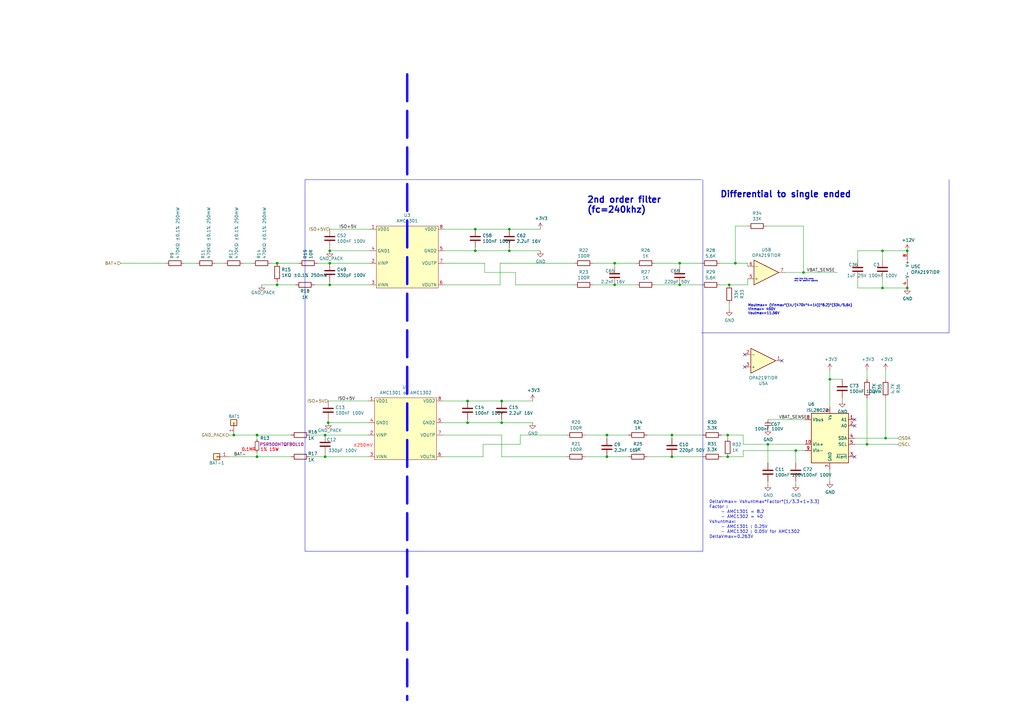
<source format=kicad_sch>
(kicad_sch (version 20230121) (generator eeschema)

  (uuid 876b9c34-ba45-4bcc-858f-64bb062a9549)

  (paper "A3")

  (title_block
    (date "2023-10-19")
    (rev "V0.1")
    (company "teTra")
  )

  (lib_symbols
    (symbol "Amplifier_Audio:AMC1301" (in_bom yes) (on_board yes)
      (property "Reference" "U" (at 1.27 0 0)
        (effects (font (size 1.27 1.27)))
      )
      (property "Value" "" (at 1.27 0 0)
        (effects (font (size 1.27 1.27)))
      )
      (property "Footprint" "" (at 1.27 0 0)
        (effects (font (size 1.27 1.27)) hide)
      )
      (property "Datasheet" "" (at 1.27 0 0)
        (effects (font (size 1.27 1.27)) hide)
      )
      (symbol "AMC1301_0_1"
        (rectangle (start -12.7 12.7) (end 12.7 -12.7)
          (stroke (width 0) (type solid))
          (fill (type background))
        )
      )
      (symbol "AMC1301_1_1"
        (pin input line (at -15.24 11.43 0) (length 2.54)
          (name "VDD1" (effects (font (size 1.27 1.27))))
          (number "1" (effects (font (size 1.27 1.27))))
        )
        (pin input line (at -15.24 -2.54 0) (length 2.54)
          (name "VINP" (effects (font (size 1.27 1.27))))
          (number "2" (effects (font (size 1.27 1.27))))
        )
        (pin input line (at -15.24 -11.43 0) (length 2.54)
          (name "VINN" (effects (font (size 1.27 1.27))))
          (number "3" (effects (font (size 1.27 1.27))))
        )
        (pin input line (at -15.24 2.54 0) (length 2.54)
          (name "GND1" (effects (font (size 1.27 1.27))))
          (number "4" (effects (font (size 1.27 1.27))))
        )
        (pin input line (at 15.24 2.54 180) (length 2.54)
          (name "GND2" (effects (font (size 1.27 1.27))))
          (number "5" (effects (font (size 1.27 1.27))))
        )
        (pin input line (at 15.24 -11.43 180) (length 2.54)
          (name "VOUTN" (effects (font (size 1.27 1.27))))
          (number "6" (effects (font (size 1.27 1.27))))
        )
        (pin input line (at 15.24 -2.54 180) (length 2.54)
          (name "VOUTP" (effects (font (size 1.27 1.27))))
          (number "7" (effects (font (size 1.27 1.27))))
        )
        (pin input line (at 15.24 11.43 180) (length 2.54)
          (name "VDD2" (effects (font (size 1.27 1.27))))
          (number "8" (effects (font (size 1.27 1.27))))
        )
      )
    )
    (symbol "Amplifier_Operational:OPA2376xxD" (pin_names (offset 0.127)) (in_bom yes) (on_board yes)
      (property "Reference" "U" (at 0 5.08 0)
        (effects (font (size 1.27 1.27)) (justify left))
      )
      (property "Value" "OPA2376xxD" (at 0 -5.08 0)
        (effects (font (size 1.27 1.27)) (justify left))
      )
      (property "Footprint" "" (at 0 0 0)
        (effects (font (size 1.27 1.27)) hide)
      )
      (property "Datasheet" "http://www.ti.com/lit/ds/symlink/opa376.pdf" (at 0 0 0)
        (effects (font (size 1.27 1.27)) hide)
      )
      (property "ki_locked" "" (at 0 0 0)
        (effects (font (size 1.27 1.27)))
      )
      (property "ki_keywords" "dual opamp" (at 0 0 0)
        (effects (font (size 1.27 1.27)) hide)
      )
      (property "ki_description" "Dual Low-Noise, Low Quiescent Current, Precision Operational Amplifier e-trim Series, SOIC-8" (at 0 0 0)
        (effects (font (size 1.27 1.27)) hide)
      )
      (property "ki_fp_filters" "SOIC*3.9x4.9mm*P1.27mm* DIP*W7.62mm* TO*99* OnSemi*Micro8* TSSOP*3x3mm*P0.65mm* TSSOP*4.4x3mm*P0.65mm* MSOP*3x3mm*P0.65mm* SSOP*3.9x4.9mm*P0.635mm* LFCSP*2x2mm*P0.5mm* *SIP* SOIC*5.3x6.2mm*P1.27mm*" (at 0 0 0)
        (effects (font (size 1.27 1.27)) hide)
      )
      (symbol "OPA2376xxD_1_1"
        (polyline
          (pts
            (xy -5.08 5.08)
            (xy 5.08 0)
            (xy -5.08 -5.08)
            (xy -5.08 5.08)
          )
          (stroke (width 0.254) (type default))
          (fill (type background))
        )
        (pin output line (at 7.62 0 180) (length 2.54)
          (name "~" (effects (font (size 1.27 1.27))))
          (number "1" (effects (font (size 1.27 1.27))))
        )
        (pin input line (at -7.62 -2.54 0) (length 2.54)
          (name "-" (effects (font (size 1.27 1.27))))
          (number "2" (effects (font (size 1.27 1.27))))
        )
        (pin input line (at -7.62 2.54 0) (length 2.54)
          (name "+" (effects (font (size 1.27 1.27))))
          (number "3" (effects (font (size 1.27 1.27))))
        )
      )
      (symbol "OPA2376xxD_2_1"
        (polyline
          (pts
            (xy -5.08 5.08)
            (xy 5.08 0)
            (xy -5.08 -5.08)
            (xy -5.08 5.08)
          )
          (stroke (width 0.254) (type default))
          (fill (type background))
        )
        (pin input line (at -7.62 2.54 0) (length 2.54)
          (name "+" (effects (font (size 1.27 1.27))))
          (number "5" (effects (font (size 1.27 1.27))))
        )
        (pin input line (at -7.62 -2.54 0) (length 2.54)
          (name "-" (effects (font (size 1.27 1.27))))
          (number "6" (effects (font (size 1.27 1.27))))
        )
        (pin output line (at 7.62 0 180) (length 2.54)
          (name "~" (effects (font (size 1.27 1.27))))
          (number "7" (effects (font (size 1.27 1.27))))
        )
      )
      (symbol "OPA2376xxD_3_1"
        (pin power_in line (at -2.54 -7.62 90) (length 3.81)
          (name "V-" (effects (font (size 1.27 1.27))))
          (number "4" (effects (font (size 1.27 1.27))))
        )
        (pin power_in line (at -2.54 7.62 270) (length 3.81)
          (name "V+" (effects (font (size 1.27 1.27))))
          (number "8" (effects (font (size 1.27 1.27))))
        )
      )
    )
    (symbol "BMS-Master-rescue:+3.3V-power" (power) (pin_names (offset 0)) (in_bom yes) (on_board yes)
      (property "Reference" "#PWR" (at 0 -3.81 0)
        (effects (font (size 1.27 1.27)) hide)
      )
      (property "Value" "+3.3V-power" (at 0 3.556 0)
        (effects (font (size 1.27 1.27)))
      )
      (property "Footprint" "" (at 0 0 0)
        (effects (font (size 1.27 1.27)) hide)
      )
      (property "Datasheet" "" (at 0 0 0)
        (effects (font (size 1.27 1.27)) hide)
      )
      (symbol "+3.3V-power_0_1"
        (polyline
          (pts
            (xy -0.762 1.27)
            (xy 0 2.54)
          )
          (stroke (width 0) (type solid))
          (fill (type none))
        )
        (polyline
          (pts
            (xy 0 0)
            (xy 0 2.54)
          )
          (stroke (width 0) (type solid))
          (fill (type none))
        )
        (polyline
          (pts
            (xy 0 2.54)
            (xy 0.762 1.27)
          )
          (stroke (width 0) (type solid))
          (fill (type none))
        )
      )
      (symbol "+3.3V-power_1_1"
        (pin power_in line (at 0 0 90) (length 0) hide
          (name "+3V3" (effects (font (size 1.27 1.27))))
          (number "1" (effects (font (size 1.27 1.27))))
        )
      )
    )
    (symbol "BMS-Master-rescue:C-Device" (pin_numbers hide) (pin_names (offset 0.254)) (in_bom yes) (on_board yes)
      (property "Reference" "C" (at 0.635 2.54 0)
        (effects (font (size 1.27 1.27)) (justify left))
      )
      (property "Value" "Device_C" (at 0.635 -2.54 0)
        (effects (font (size 1.27 1.27)) (justify left))
      )
      (property "Footprint" "" (at 0.9652 -3.81 0)
        (effects (font (size 1.27 1.27)) hide)
      )
      (property "Datasheet" "" (at 0 0 0)
        (effects (font (size 1.27 1.27)) hide)
      )
      (property "ki_fp_filters" "C_*" (at 0 0 0)
        (effects (font (size 1.27 1.27)) hide)
      )
      (symbol "C-Device_0_1"
        (polyline
          (pts
            (xy -2.032 -0.762)
            (xy 2.032 -0.762)
          )
          (stroke (width 0.508) (type solid))
          (fill (type none))
        )
        (polyline
          (pts
            (xy -2.032 0.762)
            (xy 2.032 0.762)
          )
          (stroke (width 0.508) (type solid))
          (fill (type none))
        )
      )
      (symbol "C-Device_1_1"
        (pin passive line (at 0 3.81 270) (length 2.794)
          (name "~" (effects (font (size 1.27 1.27))))
          (number "1" (effects (font (size 1.27 1.27))))
        )
        (pin passive line (at 0 -3.81 90) (length 2.794)
          (name "~" (effects (font (size 1.27 1.27))))
          (number "2" (effects (font (size 1.27 1.27))))
        )
      )
    )
    (symbol "BMS-Master-rescue:INA226-Analog_ADC-BMS-Master-rescue" (in_bom yes) (on_board yes)
      (property "Reference" "U" (at 3.81 11.43 0)
        (effects (font (size 1.27 1.27)))
      )
      (property "Value" "INA226-Analog_ADC-BMS-Master-rescue" (at 5.08 -11.43 0)
        (effects (font (size 1.27 1.27)))
      )
      (property "Footprint" "Package_SO:MSOP-10_3x3mm_P0.5mm" (at 1.27 2.54 0)
        (effects (font (size 1.27 1.27)) hide)
      )
      (property "Datasheet" "" (at 8.89 -2.54 0)
        (effects (font (size 1.27 1.27)) hide)
      )
      (property "ki_fp_filters" "MSOP*3x3mm*P0.5mm*" (at 0 0 0)
        (effects (font (size 1.27 1.27)) hide)
      )
      (symbol "INA226-Analog_ADC-BMS-Master-rescue_0_1"
        (rectangle (start 7.62 10.16) (end -7.62 -10.16)
          (stroke (width 0.254) (type solid))
          (fill (type background))
        )
      )
      (symbol "INA226-Analog_ADC-BMS-Master-rescue_1_1"
        (pin passive line (at 10.16 7.62 180) (length 2.54)
          (name "A1" (effects (font (size 1.27 1.27))))
          (number "1" (effects (font (size 1.27 1.27))))
        )
        (pin input line (at -10.16 -2.54 0) (length 2.54)
          (name "Vin+" (effects (font (size 1.27 1.27))))
          (number "10" (effects (font (size 1.27 1.27))))
        )
        (pin passive line (at 10.16 5.08 180) (length 2.54)
          (name "A0" (effects (font (size 1.27 1.27))))
          (number "2" (effects (font (size 1.27 1.27))))
        )
        (pin open_collector line (at 10.16 -7.62 180) (length 2.54)
          (name "~{Alert}" (effects (font (size 1.27 1.27))))
          (number "3" (effects (font (size 1.27 1.27))))
        )
        (pin bidirectional line (at 10.16 0 180) (length 2.54)
          (name "SDA" (effects (font (size 1.27 1.27))))
          (number "4" (effects (font (size 1.27 1.27))))
        )
        (pin input line (at 10.16 -2.54 180) (length 2.54)
          (name "SCL" (effects (font (size 1.27 1.27))))
          (number "5" (effects (font (size 1.27 1.27))))
        )
        (pin power_in line (at 0 12.7 270) (length 2.54)
          (name "Vs" (effects (font (size 1.27 1.27))))
          (number "6" (effects (font (size 1.27 1.27))))
        )
        (pin power_in line (at 0 -12.7 90) (length 2.54)
          (name "GND" (effects (font (size 1.27 1.27))))
          (number "7" (effects (font (size 1.27 1.27))))
        )
        (pin input line (at -10.16 7.62 0) (length 2.54)
          (name "Vbus" (effects (font (size 1.27 1.27))))
          (number "8" (effects (font (size 1.27 1.27))))
        )
        (pin input line (at -10.16 -5.08 0) (length 2.54)
          (name "Vin-" (effects (font (size 1.27 1.27))))
          (number "9" (effects (font (size 1.27 1.27))))
        )
      )
    )
    (symbol "BMS-Master-rescue:R-Device-BMS-Master-rescue" (pin_numbers hide) (pin_names (offset 0)) (in_bom yes) (on_board yes)
      (property "Reference" "R" (at 2.032 0 90)
        (effects (font (size 1.27 1.27)))
      )
      (property "Value" "R-Device-BMS-Master-rescue" (at 0 0 90)
        (effects (font (size 1.27 1.27)))
      )
      (property "Footprint" "" (at -1.778 0 90)
        (effects (font (size 1.27 1.27)) hide)
      )
      (property "Datasheet" "" (at 0 0 0)
        (effects (font (size 1.27 1.27)) hide)
      )
      (property "ki_fp_filters" "*:R_*" (at 0 0 0)
        (effects (font (size 1.27 1.27)) hide)
      )
      (symbol "R-Device-BMS-Master-rescue_0_1"
        (rectangle (start -1.016 -2.54) (end 1.016 2.54)
          (stroke (width 0.254) (type solid))
          (fill (type none))
        )
      )
      (symbol "R-Device-BMS-Master-rescue_1_1"
        (pin passive line (at 0 3.81 270) (length 1.27)
          (name "~" (effects (font (size 1.27 1.27))))
          (number "1" (effects (font (size 1.27 1.27))))
        )
        (pin passive line (at 0 -3.81 90) (length 1.27)
          (name "~" (effects (font (size 1.27 1.27))))
          (number "2" (effects (font (size 1.27 1.27))))
        )
      )
    )
    (symbol "Connector_Generic:Conn_01x01" (pin_names (offset 1.016) hide) (in_bom yes) (on_board yes)
      (property "Reference" "J" (at 0 2.54 0)
        (effects (font (size 1.27 1.27)))
      )
      (property "Value" "Conn_01x01" (at 0 -2.54 0)
        (effects (font (size 1.27 1.27)))
      )
      (property "Footprint" "" (at 0 0 0)
        (effects (font (size 1.27 1.27)) hide)
      )
      (property "Datasheet" "~" (at 0 0 0)
        (effects (font (size 1.27 1.27)) hide)
      )
      (property "ki_keywords" "connector" (at 0 0 0)
        (effects (font (size 1.27 1.27)) hide)
      )
      (property "ki_description" "Generic connector, single row, 01x01, script generated (kicad-library-utils/schlib/autogen/connector/)" (at 0 0 0)
        (effects (font (size 1.27 1.27)) hide)
      )
      (property "ki_fp_filters" "Connector*:*_1x??_*" (at 0 0 0)
        (effects (font (size 1.27 1.27)) hide)
      )
      (symbol "Conn_01x01_1_1"
        (rectangle (start -1.27 0.127) (end 0 -0.127)
          (stroke (width 0.1524) (type default))
          (fill (type none))
        )
        (rectangle (start -1.27 1.27) (end 1.27 -1.27)
          (stroke (width 0.254) (type default))
          (fill (type background))
        )
        (pin passive line (at -5.08 0 0) (length 3.81)
          (name "Pin_1" (effects (font (size 1.27 1.27))))
          (number "1" (effects (font (size 1.27 1.27))))
        )
      )
    )
    (symbol "Device:C" (pin_numbers hide) (pin_names (offset 0.254)) (in_bom yes) (on_board yes)
      (property "Reference" "C" (at 0.635 2.54 0)
        (effects (font (size 1.27 1.27)) (justify left))
      )
      (property "Value" "C" (at 0.635 -2.54 0)
        (effects (font (size 1.27 1.27)) (justify left))
      )
      (property "Footprint" "" (at 0.9652 -3.81 0)
        (effects (font (size 1.27 1.27)) hide)
      )
      (property "Datasheet" "~" (at 0 0 0)
        (effects (font (size 1.27 1.27)) hide)
      )
      (property "ki_keywords" "cap capacitor" (at 0 0 0)
        (effects (font (size 1.27 1.27)) hide)
      )
      (property "ki_description" "Unpolarized capacitor" (at 0 0 0)
        (effects (font (size 1.27 1.27)) hide)
      )
      (property "ki_fp_filters" "C_*" (at 0 0 0)
        (effects (font (size 1.27 1.27)) hide)
      )
      (symbol "C_1_1"
        (polyline
          (pts
            (xy -1.27 -0.508)
            (xy 1.27 -0.508)
          )
          (stroke (width 0.254) (type default))
          (fill (type none))
        )
        (polyline
          (pts
            (xy -1.27 0.508)
            (xy 1.27 0.508)
          )
          (stroke (width 0.254) (type default))
          (fill (type none))
        )
        (pin passive line (at 0 1.27 270) (length 0.762)
          (name "~" (effects (font (size 1.27 1.27))))
          (number "1" (effects (font (size 1.27 1.27))))
        )
        (pin passive line (at 0 -1.27 90) (length 0.762)
          (name "~" (effects (font (size 1.27 1.27))))
          (number "2" (effects (font (size 1.27 1.27))))
        )
      )
    )
    (symbol "Device:R" (pin_numbers hide) (pin_names (offset 0)) (in_bom yes) (on_board yes)
      (property "Reference" "R" (at 2.032 0 90)
        (effects (font (size 1.27 1.27)))
      )
      (property "Value" "R" (at 0 0 90)
        (effects (font (size 1.27 1.27)))
      )
      (property "Footprint" "" (at -1.778 0 90)
        (effects (font (size 1.27 1.27)) hide)
      )
      (property "Datasheet" "~" (at 0 0 0)
        (effects (font (size 1.27 1.27)) hide)
      )
      (property "ki_keywords" "R res resistor" (at 0 0 0)
        (effects (font (size 1.27 1.27)) hide)
      )
      (property "ki_description" "Resistor" (at 0 0 0)
        (effects (font (size 1.27 1.27)) hide)
      )
      (property "ki_fp_filters" "R_*" (at 0 0 0)
        (effects (font (size 1.27 1.27)) hide)
      )
      (symbol "R_0_1"
        (rectangle (start -1.016 -2.54) (end 1.016 2.54)
          (stroke (width 0.254) (type default))
          (fill (type none))
        )
      )
      (symbol "R_1_1"
        (pin passive line (at 0 3.81 270) (length 1.27)
          (name "~" (effects (font (size 1.27 1.27))))
          (number "1" (effects (font (size 1.27 1.27))))
        )
        (pin passive line (at 0 -3.81 90) (length 1.27)
          (name "~" (effects (font (size 1.27 1.27))))
          (number "2" (effects (font (size 1.27 1.27))))
        )
      )
    )
    (symbol "Device:R_Small" (pin_numbers hide) (pin_names (offset 0.254) hide) (in_bom yes) (on_board yes)
      (property "Reference" "R" (at 0.762 0.508 0)
        (effects (font (size 1.27 1.27)) (justify left))
      )
      (property "Value" "R_Small" (at 0.762 -1.016 0)
        (effects (font (size 1.27 1.27)) (justify left))
      )
      (property "Footprint" "" (at 0 0 0)
        (effects (font (size 1.27 1.27)) hide)
      )
      (property "Datasheet" "~" (at 0 0 0)
        (effects (font (size 1.27 1.27)) hide)
      )
      (property "ki_keywords" "R resistor" (at 0 0 0)
        (effects (font (size 1.27 1.27)) hide)
      )
      (property "ki_description" "Resistor, small symbol" (at 0 0 0)
        (effects (font (size 1.27 1.27)) hide)
      )
      (property "ki_fp_filters" "R_*" (at 0 0 0)
        (effects (font (size 1.27 1.27)) hide)
      )
      (symbol "R_Small_0_1"
        (rectangle (start -0.762 1.778) (end 0.762 -1.778)
          (stroke (width 0.2032) (type default))
          (fill (type none))
        )
      )
      (symbol "R_Small_1_1"
        (pin passive line (at 0 2.54 270) (length 0.762)
          (name "~" (effects (font (size 1.27 1.27))))
          (number "1" (effects (font (size 1.27 1.27))))
        )
        (pin passive line (at 0 -2.54 90) (length 0.762)
          (name "~" (effects (font (size 1.27 1.27))))
          (number "2" (effects (font (size 1.27 1.27))))
        )
      )
    )
    (symbol "power:+12V" (power) (pin_names (offset 0)) (in_bom yes) (on_board yes)
      (property "Reference" "#PWR" (at 0 -3.81 0)
        (effects (font (size 1.27 1.27)) hide)
      )
      (property "Value" "+12V" (at 0 3.556 0)
        (effects (font (size 1.27 1.27)))
      )
      (property "Footprint" "" (at 0 0 0)
        (effects (font (size 1.27 1.27)) hide)
      )
      (property "Datasheet" "" (at 0 0 0)
        (effects (font (size 1.27 1.27)) hide)
      )
      (property "ki_keywords" "global power" (at 0 0 0)
        (effects (font (size 1.27 1.27)) hide)
      )
      (property "ki_description" "Power symbol creates a global label with name \"+12V\"" (at 0 0 0)
        (effects (font (size 1.27 1.27)) hide)
      )
      (symbol "+12V_0_1"
        (polyline
          (pts
            (xy -0.762 1.27)
            (xy 0 2.54)
          )
          (stroke (width 0) (type default))
          (fill (type none))
        )
        (polyline
          (pts
            (xy 0 0)
            (xy 0 2.54)
          )
          (stroke (width 0) (type default))
          (fill (type none))
        )
        (polyline
          (pts
            (xy 0 2.54)
            (xy 0.762 1.27)
          )
          (stroke (width 0) (type default))
          (fill (type none))
        )
      )
      (symbol "+12V_1_1"
        (pin power_in line (at 0 0 90) (length 0) hide
          (name "+12V" (effects (font (size 1.27 1.27))))
          (number "1" (effects (font (size 1.27 1.27))))
        )
      )
    )
    (symbol "power:+3V3" (power) (pin_names (offset 0)) (in_bom yes) (on_board yes)
      (property "Reference" "#PWR" (at 0 -3.81 0)
        (effects (font (size 1.27 1.27)) hide)
      )
      (property "Value" "+3V3" (at 0 3.556 0)
        (effects (font (size 1.27 1.27)))
      )
      (property "Footprint" "" (at 0 0 0)
        (effects (font (size 1.27 1.27)) hide)
      )
      (property "Datasheet" "" (at 0 0 0)
        (effects (font (size 1.27 1.27)) hide)
      )
      (property "ki_keywords" "global power" (at 0 0 0)
        (effects (font (size 1.27 1.27)) hide)
      )
      (property "ki_description" "Power symbol creates a global label with name \"+3V3\"" (at 0 0 0)
        (effects (font (size 1.27 1.27)) hide)
      )
      (symbol "+3V3_0_1"
        (polyline
          (pts
            (xy -0.762 1.27)
            (xy 0 2.54)
          )
          (stroke (width 0) (type default))
          (fill (type none))
        )
        (polyline
          (pts
            (xy 0 0)
            (xy 0 2.54)
          )
          (stroke (width 0) (type default))
          (fill (type none))
        )
        (polyline
          (pts
            (xy 0 2.54)
            (xy 0.762 1.27)
          )
          (stroke (width 0) (type default))
          (fill (type none))
        )
      )
      (symbol "+3V3_1_1"
        (pin power_in line (at 0 0 90) (length 0) hide
          (name "+3V3" (effects (font (size 1.27 1.27))))
          (number "1" (effects (font (size 1.27 1.27))))
        )
      )
    )
    (symbol "power:GND" (power) (pin_names (offset 0)) (in_bom yes) (on_board yes)
      (property "Reference" "#PWR" (at 0 -6.35 0)
        (effects (font (size 1.27 1.27)) hide)
      )
      (property "Value" "GND" (at 0 -3.81 0)
        (effects (font (size 1.27 1.27)))
      )
      (property "Footprint" "" (at 0 0 0)
        (effects (font (size 1.27 1.27)) hide)
      )
      (property "Datasheet" "" (at 0 0 0)
        (effects (font (size 1.27 1.27)) hide)
      )
      (property "ki_keywords" "global power" (at 0 0 0)
        (effects (font (size 1.27 1.27)) hide)
      )
      (property "ki_description" "Power symbol creates a global label with name \"GND\" , ground" (at 0 0 0)
        (effects (font (size 1.27 1.27)) hide)
      )
      (symbol "GND_0_1"
        (polyline
          (pts
            (xy 0 0)
            (xy 0 -1.27)
            (xy 1.27 -1.27)
            (xy 0 -2.54)
            (xy -1.27 -1.27)
            (xy 0 -1.27)
          )
          (stroke (width 0) (type default))
          (fill (type none))
        )
      )
      (symbol "GND_1_1"
        (pin power_in line (at 0 0 270) (length 0) hide
          (name "GND" (effects (font (size 1.27 1.27))))
          (number "1" (effects (font (size 1.27 1.27))))
        )
      )
    )
    (symbol "power:GND_PACK" (power) (pin_names (offset 0)) (in_bom yes) (on_board yes)
      (property "Reference" "#PWR" (at 0 -6.35 0)
        (effects (font (size 1.27 1.27)) hide)
      )
      (property "Value" "GND_PACK" (at 0 -3.81 0)
        (effects (font (size 1.27 1.27)))
      )
      (property "Footprint" "" (at 0 0 0)
        (effects (font (size 1.27 1.27)) hide)
      )
      (property "Datasheet" "" (at 0 0 0)
        (effects (font (size 1.27 1.27)) hide)
      )
      (property "ki_keywords" "global power" (at 0 0 0)
        (effects (font (size 1.27 1.27)) hide)
      )
      (property "ki_description" "Power symbol creates a global label with name \"GND_PACK\" , ground" (at 0 0 0)
        (effects (font (size 1.27 1.27)) hide)
      )
      (symbol "GND_PACK_0_1"
        (polyline
          (pts
            (xy 0 0)
            (xy 0 -1.27)
            (xy 1.27 -1.27)
            (xy 0 -2.54)
            (xy -1.27 -1.27)
            (xy 0 -1.27)
          )
          (stroke (width 0) (type default))
          (fill (type none))
        )
      )
      (symbol "GND_PACK_1_1"
        (pin power_in line (at 0 0 270) (length 0) hide
          (name "GND_PACK" (effects (font (size 1.27 1.27))))
          (number "1" (effects (font (size 1.27 1.27))))
        )
      )
    )
  )

  (junction (at 135.255 102.87) (diameter 0) (color 0 0 0 0)
    (uuid 0057f9f2-b274-41d0-8254-27fa6c857238)
  )
  (junction (at 252.095 107.95) (diameter 0) (color 0 0 0 0)
    (uuid 093703fa-0bcc-41ca-bf13-311e2c95ee18)
  )
  (junction (at 248.92 178.435) (diameter 0) (color 0 0 0 0)
    (uuid 125ac5e9-ae2b-49b7-92ae-32e2af0a7e37)
  )
  (junction (at 326.39 184.785) (diameter 0) (color 0 0 0 0)
    (uuid 189462bc-2cf9-4adb-9814-f4117bd47417)
  )
  (junction (at 301.625 107.95) (diameter 0) (color 0 0 0 0)
    (uuid 221edf3b-5c13-423d-ba4c-0452a9168d60)
  )
  (junction (at 208.915 102.87) (diameter 0) (color 0 0 0 0)
    (uuid 31f5afa6-1d1a-43c8-912f-9ba55fb126bc)
  )
  (junction (at 298.45 178.435) (diameter 0) (color 0 0 0 0)
    (uuid 32b09fb3-0ad5-420e-9a82-cee236a24f0b)
  )
  (junction (at 133.35 187.325) (diameter 0) (color 0 0 0 0)
    (uuid 354273c7-9b62-4dfa-85a5-41d02c844d9f)
  )
  (junction (at 361.95 102.87) (diameter 0) (color 0 0 0 0)
    (uuid 36d19f12-72ca-4e1f-9456-88e58fddc2cd)
  )
  (junction (at 372.11 102.87) (diameter 0) (color 0 0 0 0)
    (uuid 3a69da72-b7d2-4f0e-8ef2-f0c278a25ef0)
  )
  (junction (at 135.255 116.84) (diameter 0) (color 0 0 0 0)
    (uuid 3e970632-bf21-471b-9684-c991000630ca)
  )
  (junction (at 340.36 155.575) (diameter 0) (color 0 0 0 0)
    (uuid 3f1d6600-1634-473a-bdea-8fb5f71c895d)
  )
  (junction (at 95.885 178.435) (diameter 0) (color 0 0 0 0)
    (uuid 469eb94d-d498-4a7e-8b08-ca524d4b9505)
  )
  (junction (at 361.95 118.11) (diameter 0) (color 0 0 0 0)
    (uuid 4e0750d1-c613-437b-aa59-4f0163e64b07)
  )
  (junction (at 205.74 164.465) (diameter 0) (color 0 0 0 0)
    (uuid 5278818f-75cd-496e-ade5-aeab4b757314)
  )
  (junction (at 275.59 178.435) (diameter 0) (color 0 0 0 0)
    (uuid 57a7ac96-1b1f-4ac8-a6b9-c90d0137fa0d)
  )
  (junction (at 208.915 93.98) (diameter 0) (color 0 0 0 0)
    (uuid 58ccfc5c-8333-4ad7-b150-feb8c953bed7)
  )
  (junction (at 113.665 116.84) (diameter 0) (color 0 0 0 0)
    (uuid 666d201d-ddc1-41d4-96ae-3d9d1d3f27b6)
  )
  (junction (at 363.22 179.705) (diameter 0) (color 0 0 0 0)
    (uuid 6e9feca0-55fe-4af6-b8e8-551d6fbdb929)
  )
  (junction (at 314.96 182.245) (diameter 0) (color 0 0 0 0)
    (uuid 71ad26df-f92a-44dd-a40e-57e9feb52eae)
  )
  (junction (at 329.565 111.76) (diameter 0) (color 0 0 0 0)
    (uuid 73104df4-f07f-4510-be79-4f10b38605e7)
  )
  (junction (at 134.62 173.355) (diameter 0) (color 0 0 0 0)
    (uuid 7ccd2b7f-e490-4009-b5da-fc21944acd23)
  )
  (junction (at 105.41 187.325) (diameter 0) (color 0 0 0 0)
    (uuid 859d5239-e6c9-4544-95cd-e4c5613799b1)
  )
  (junction (at 248.92 187.325) (diameter 0) (color 0 0 0 0)
    (uuid 888a3e32-75cd-45a7-b888-cecbe159af69)
  )
  (junction (at 275.59 187.325) (diameter 0) (color 0 0 0 0)
    (uuid 9a0f1abd-e706-4c97-8508-6f9f107ddaa7)
  )
  (junction (at 298.45 187.325) (diameter 0) (color 0 0 0 0)
    (uuid af939b2e-15a0-4e97-bca1-8a8c790b1501)
  )
  (junction (at 372.11 118.11) (diameter 0) (color 0 0 0 0)
    (uuid b5dc6ab9-830e-484d-b2d5-a438412e497f)
  )
  (junction (at 278.765 116.84) (diameter 0) (color 0 0 0 0)
    (uuid b69a0fcf-a6bb-4a50-a908-cf2d70db974f)
  )
  (junction (at 191.77 164.465) (diameter 0) (color 0 0 0 0)
    (uuid b75b9949-c29a-4a88-aed6-efe1b757d058)
  )
  (junction (at 135.255 107.95) (diameter 0) (color 0 0 0 0)
    (uuid be6abf60-ee63-45d4-adc3-f4f9adcb1d46)
  )
  (junction (at 194.945 102.87) (diameter 0) (color 0 0 0 0)
    (uuid c4df7601-13fa-4528-9229-c1062863b1f8)
  )
  (junction (at 205.74 173.355) (diameter 0) (color 0 0 0 0)
    (uuid d432cd8c-a958-4edc-9b0f-d911da5479c5)
  )
  (junction (at 278.765 107.95) (diameter 0) (color 0 0 0 0)
    (uuid d7da2519-1f40-4bd3-989e-8f122da04fd8)
  )
  (junction (at 252.095 116.84) (diameter 0) (color 0 0 0 0)
    (uuid d8b7280c-1d2b-4d68-8514-cb7b73e87669)
  )
  (junction (at 194.945 93.98) (diameter 0) (color 0 0 0 0)
    (uuid d99e1e77-d273-48d4-a80a-058cae7d8537)
  )
  (junction (at 299.085 116.84) (diameter 0) (color 0 0 0 0)
    (uuid dd9f5560-a394-42d7-867c-7b17aa85649e)
  )
  (junction (at 113.665 107.95) (diameter 0) (color 0 0 0 0)
    (uuid deba0f31-58e2-4ba4-ac6e-5a387e5dca78)
  )
  (junction (at 191.77 173.355) (diameter 0) (color 0 0 0 0)
    (uuid e30f2481-9aaa-4a1a-8fe0-f0f6fa4da926)
  )
  (junction (at 133.35 178.435) (diameter 0) (color 0 0 0 0)
    (uuid ec2aaec1-901d-43b8-9f2f-f21f13528bfe)
  )
  (junction (at 105.41 178.435) (diameter 0) (color 0 0 0 0)
    (uuid ef84a8b6-0195-4b58-907a-2a18e8d733d2)
  )
  (junction (at 355.6 182.245) (diameter 0) (color 0 0 0 0)
    (uuid f9354b30-7809-4d11-8aeb-3270fbd03254)
  )

  (no_connect (at 320.675 147.955) (uuid 1f0b7ee2-1162-4795-b475-ac43d20c2039))
  (no_connect (at 350.52 187.325) (uuid 29469e03-c31f-43c1-9fc0-bdfee6b879a5))
  (no_connect (at 305.435 150.495) (uuid 387d263e-5786-48b4-86bb-49f85a974740))
  (no_connect (at 350.52 174.625) (uuid 39d8c956-1e2a-4daa-b197-270afaa4038f))
  (no_connect (at 305.435 145.415) (uuid 5f7545a7-774c-4225-8e98-cf13e920d21f))
  (no_connect (at 350.52 172.085) (uuid 8bcd9b0a-76c3-41fa-a86e-2ca64e9662cd))

  (wire (pts (xy 355.6 163.195) (xy 355.6 182.245))
    (stroke (width 0) (type default))
    (uuid 00505ed1-7c66-4d39-bb5f-a9e05a674397)
  )
  (wire (pts (xy 181.61 164.465) (xy 191.77 164.465))
    (stroke (width 0) (type default))
    (uuid 00f67a4c-521b-438e-ab49-7a9c3f8e7287)
  )
  (wire (pts (xy 88.265 107.95) (xy 92.075 107.95))
    (stroke (width 0) (type default))
    (uuid 048b99e2-be31-4c93-bafc-530bbc1547ce)
  )
  (wire (pts (xy 135.255 116.84) (xy 135.255 115.57))
    (stroke (width 0) (type default))
    (uuid 068c18ca-3b3d-4cdf-aa12-747a1bc9378b)
  )
  (wire (pts (xy 306.705 114.3) (xy 306.705 116.84))
    (stroke (width 0) (type default))
    (uuid 0f845f59-1885-48a7-b518-adf55733182d)
  )
  (wire (pts (xy 205.74 187.325) (xy 232.41 187.325))
    (stroke (width 0) (type default))
    (uuid 107de057-2dfa-4dd0-8bd4-c0c89ca6df6b)
  )
  (wire (pts (xy 326.39 184.785) (xy 326.39 189.865))
    (stroke (width 0) (type default))
    (uuid 12c473fc-2908-441f-b373-9980ac426e2f)
  )
  (wire (pts (xy 198.12 182.245) (xy 198.12 187.325))
    (stroke (width 0) (type default))
    (uuid 1a825799-30c7-43b7-9c2e-fefb2b3fa7c5)
  )
  (wire (pts (xy 306.705 107.95) (xy 306.705 109.22))
    (stroke (width 0) (type default))
    (uuid 218e8d14-7989-49fe-852b-e67c84a140b0)
  )
  (wire (pts (xy 75.565 107.95) (xy 80.645 107.95))
    (stroke (width 0) (type default))
    (uuid 21a2a973-530a-4409-8a4e-e6805033f0de)
  )
  (wire (pts (xy 345.44 163.195) (xy 345.44 164.465))
    (stroke (width 0) (type default))
    (uuid 254d88fd-3a0c-4425-8dfc-ab6961ee51fb)
  )
  (wire (pts (xy 134.62 173.355) (xy 134.62 172.085))
    (stroke (width 0) (type default))
    (uuid 25557b42-f402-421d-aa8a-1b01dc653ad6)
  )
  (wire (pts (xy 304.8 182.245) (xy 314.96 182.245))
    (stroke (width 0) (type default))
    (uuid 25ecba46-cd74-46f6-82e0-dc934ebb012b)
  )
  (wire (pts (xy 205.74 178.435) (xy 205.74 187.325))
    (stroke (width 0) (type default))
    (uuid 293e56fa-2a30-438c-8bae-608e3b082701)
  )
  (wire (pts (xy 252.095 109.22) (xy 252.095 107.95))
    (stroke (width 0) (type default))
    (uuid 2aa985f1-476f-4a2e-9cc6-b60408601d85)
  )
  (wire (pts (xy 314.96 189.865) (xy 314.96 182.245))
    (stroke (width 0) (type default))
    (uuid 2dc9f32d-449a-4b13-9196-baf2936e457e)
  )
  (wire (pts (xy 194.945 101.6) (xy 194.945 102.87))
    (stroke (width 0) (type default))
    (uuid 30c46a37-ec25-4e1f-8d66-7b16a8ecb8bb)
  )
  (wire (pts (xy 213.36 182.245) (xy 198.12 182.245))
    (stroke (width 0) (type default))
    (uuid 312b9036-d370-418f-8336-a7028f1ae013)
  )
  (wire (pts (xy 198.755 107.95) (xy 198.755 111.76))
    (stroke (width 0) (type default))
    (uuid 3160cb92-88f3-4513-9cb4-ecc15bebdaaf)
  )
  (wire (pts (xy 301.625 92.71) (xy 301.625 107.95))
    (stroke (width 0) (type default))
    (uuid 322b7bd0-8dbe-4130-aaac-d13655fff4b6)
  )
  (wire (pts (xy 351.79 118.11) (xy 361.95 118.11))
    (stroke (width 0) (type default))
    (uuid 328a41ba-7fc7-4cdc-b6e4-43850f9586fa)
  )
  (wire (pts (xy 304.8 187.325) (xy 304.8 184.785))
    (stroke (width 0) (type default))
    (uuid 332ffb91-e38d-4a21-8771-9a94d46b663a)
  )
  (polyline (pts (xy 389.255 73.66) (xy 389.255 136.525))
    (stroke (width 0) (type default))
    (uuid 35c9bd62-de04-4b2d-a40d-ac286585f9d1)
  )

  (wire (pts (xy 257.81 187.325) (xy 248.92 187.325))
    (stroke (width 0) (type default))
    (uuid 39748c73-dd0c-458e-8794-7a7740ecf8a4)
  )
  (wire (pts (xy 208.915 102.87) (xy 208.915 101.6))
    (stroke (width 0) (type default))
    (uuid 3a8099b6-11f4-4c11-aadd-19929f5e9f1b)
  )
  (wire (pts (xy 329.565 111.76) (xy 343.535 111.76))
    (stroke (width 0) (type default))
    (uuid 3afb3d88-5503-4a33-acdc-e93282949c84)
  )
  (wire (pts (xy 295.91 187.325) (xy 298.45 187.325))
    (stroke (width 0) (type default))
    (uuid 3c01b22c-b786-4f94-9430-0d94ea003bdd)
  )
  (wire (pts (xy 182.245 93.98) (xy 194.945 93.98))
    (stroke (width 0) (type default))
    (uuid 3f55fc33-6c3d-426e-b162-ef06f6542933)
  )
  (wire (pts (xy 275.59 179.705) (xy 275.59 178.435))
    (stroke (width 0) (type default))
    (uuid 4287562b-1413-408e-9fb2-abbaa077c437)
  )
  (wire (pts (xy 182.245 107.95) (xy 198.755 107.95))
    (stroke (width 0) (type default))
    (uuid 42ab1122-8404-4376-b7e6-078de74af93e)
  )
  (wire (pts (xy 295.275 107.95) (xy 301.625 107.95))
    (stroke (width 0) (type default))
    (uuid 433af00a-ebc9-42a9-8c95-694b4b96366a)
  )
  (wire (pts (xy 134.62 173.355) (xy 151.13 173.355))
    (stroke (width 0) (type default))
    (uuid 44632a59-2e76-4465-87f4-9eec28d80746)
  )
  (wire (pts (xy 198.755 111.76) (xy 211.455 111.76))
    (stroke (width 0) (type default))
    (uuid 46c70f2b-02b3-48f3-a857-ba5a77b9d43b)
  )
  (wire (pts (xy 205.105 116.84) (xy 205.105 107.95))
    (stroke (width 0) (type default))
    (uuid 481f77ce-6d9f-4603-a695-3f479fa04fb8)
  )
  (wire (pts (xy 194.945 93.98) (xy 208.915 93.98))
    (stroke (width 0) (type default))
    (uuid 4a089e8b-220a-43ac-8179-343824f0aa8a)
  )
  (wire (pts (xy 351.79 106.68) (xy 351.79 102.87))
    (stroke (width 0) (type default))
    (uuid 503a32e9-9aec-44a3-8ced-673d537b3462)
  )
  (polyline (pts (xy 288.29 73.66) (xy 288.29 226.06))
    (stroke (width 0) (type default))
    (uuid 51fc329b-521b-4e7d-9a19-02ab523a877f)
  )

  (wire (pts (xy 355.6 151.765) (xy 355.6 155.575))
    (stroke (width 0) (type default))
    (uuid 5590620c-8414-4dbc-a81d-20355f389d3e)
  )
  (wire (pts (xy 275.59 178.435) (xy 288.29 178.435))
    (stroke (width 0) (type default))
    (uuid 56e9c69c-a67b-4430-800d-adf95a0f3d85)
  )
  (polyline (pts (xy 125.095 226.06) (xy 288.29 226.06))
    (stroke (width 0) (type default))
    (uuid 59b54fb4-a4de-4ef7-bce7-37f79ce3c73b)
  )

  (wire (pts (xy 133.35 186.055) (xy 133.35 187.325))
    (stroke (width 0) (type default))
    (uuid 5b43aac2-cde6-4f3d-adf4-6ec86ae1737e)
  )
  (wire (pts (xy 363.22 179.705) (xy 368.3 179.705))
    (stroke (width 0) (type default))
    (uuid 5c073899-4ebc-436e-a188-8da634aff30e)
  )
  (wire (pts (xy 351.79 114.3) (xy 351.79 118.11))
    (stroke (width 0) (type default))
    (uuid 60c26cc9-ce5a-4d12-9ff8-d7cd724bbb4d)
  )
  (wire (pts (xy 361.95 114.3) (xy 361.95 118.11))
    (stroke (width 0) (type default))
    (uuid 61fcefcb-52f0-4f3d-9e98-ffc0dc765388)
  )
  (wire (pts (xy 248.92 179.705) (xy 248.92 178.435))
    (stroke (width 0) (type default))
    (uuid 63ffeece-e103-43b3-b629-3b8074515094)
  )
  (wire (pts (xy 205.74 173.355) (xy 205.74 172.085))
    (stroke (width 0) (type default))
    (uuid 66df04ca-1276-4f45-aac3-1aca4e34e7aa)
  )
  (wire (pts (xy 298.45 178.435) (xy 298.45 179.705))
    (stroke (width 0) (type default))
    (uuid 6c70a6c5-1477-46c6-8484-143c9813937c)
  )
  (wire (pts (xy 314.96 182.245) (xy 330.2 182.245))
    (stroke (width 0) (type default))
    (uuid 71052562-3e77-4446-97e4-ef7c8bb41ff0)
  )
  (wire (pts (xy 135.255 102.87) (xy 135.255 101.6))
    (stroke (width 0) (type default))
    (uuid 7374ade0-b1ee-4da8-87e0-37c024689d28)
  )
  (wire (pts (xy 345.44 155.575) (xy 340.36 155.575))
    (stroke (width 0) (type default))
    (uuid 7567ed3e-c1ef-4c9e-af46-cfdaddabd7c3)
  )
  (wire (pts (xy 326.39 184.785) (xy 304.8 184.785))
    (stroke (width 0) (type default))
    (uuid 7695867a-ec8a-4afa-9f46-d34c6c4e2ed2)
  )
  (wire (pts (xy 49.53 107.95) (xy 67.945 107.95))
    (stroke (width 0) (type default))
    (uuid 78121222-c706-4231-ae70-21a8d958ab93)
  )
  (wire (pts (xy 151.13 178.435) (xy 133.35 178.435))
    (stroke (width 0) (type default))
    (uuid 78bb489f-42b6-4a9f-a32e-b519e85a8f1f)
  )
  (wire (pts (xy 340.36 151.765) (xy 340.36 155.575))
    (stroke (width 0) (type default))
    (uuid 7a3fde8d-2a14-4cb9-a69e-ab646ef43581)
  )
  (wire (pts (xy 288.29 187.325) (xy 275.59 187.325))
    (stroke (width 0) (type default))
    (uuid 7b694776-d182-4e64-a8af-07922c280019)
  )
  (wire (pts (xy 113.665 107.95) (xy 122.555 107.95))
    (stroke (width 0) (type default))
    (uuid 7cd5a086-cec5-4d53-a6d8-1e8e3688e883)
  )
  (wire (pts (xy 278.765 107.95) (xy 268.605 107.95))
    (stroke (width 0) (type default))
    (uuid 7e10db24-3fa2-4d39-82b2-30bfc8382e87)
  )
  (wire (pts (xy 350.52 179.705) (xy 363.22 179.705))
    (stroke (width 0) (type default))
    (uuid 81d329ba-99ce-48e8-bb73-28a972fc3804)
  )
  (wire (pts (xy 321.945 111.76) (xy 329.565 111.76))
    (stroke (width 0) (type default))
    (uuid 844eb412-b975-4287-b760-7375f0126737)
  )
  (wire (pts (xy 105.41 180.34) (xy 105.41 178.435))
    (stroke (width 0) (type default))
    (uuid 8794c277-fad4-4b92-90be-06888631f007)
  )
  (wire (pts (xy 95.885 178.435) (xy 105.41 178.435))
    (stroke (width 0) (type default))
    (uuid 884f3163-8e80-4391-807d-ac8dfcdf5b14)
  )
  (wire (pts (xy 205.74 173.355) (xy 218.44 173.355))
    (stroke (width 0) (type default))
    (uuid 8bd36e75-227e-4ac0-93e1-c0e97b04d8ff)
  )
  (wire (pts (xy 191.77 173.355) (xy 205.74 173.355))
    (stroke (width 0) (type default))
    (uuid 8c4b642b-4d39-4da9-96f6-433c50626c74)
  )
  (wire (pts (xy 243.205 116.84) (xy 252.095 116.84))
    (stroke (width 0) (type default))
    (uuid 8c95e830-e882-436e-a29a-5973a538bba5)
  )
  (wire (pts (xy 99.695 107.95) (xy 103.505 107.95))
    (stroke (width 0) (type default))
    (uuid 8c9c451d-5e90-48ac-aa22-727e706fdd23)
  )
  (wire (pts (xy 361.95 106.68) (xy 361.95 102.87))
    (stroke (width 0) (type default))
    (uuid 8d554941-5860-4e3f-91eb-0d180f2bcd17)
  )
  (wire (pts (xy 182.245 116.84) (xy 205.105 116.84))
    (stroke (width 0) (type default))
    (uuid 96862ccd-bcfd-4d6d-b19d-a0206c78de6d)
  )
  (wire (pts (xy 301.625 107.95) (xy 306.705 107.95))
    (stroke (width 0) (type default))
    (uuid 9731acfd-40fa-49aa-a213-d6b970bb8aa4)
  )
  (wire (pts (xy 314.96 175.26) (xy 314.96 175.895))
    (stroke (width 0) (type default))
    (uuid 97e089a7-3b86-47fa-8670-e9cb0660b193)
  )
  (wire (pts (xy 340.36 155.575) (xy 340.36 167.005))
    (stroke (width 0) (type default))
    (uuid 97f226aa-05aa-4e0b-b2b3-a8ae16d29e7e)
  )
  (wire (pts (xy 105.41 187.325) (xy 119.38 187.325))
    (stroke (width 0) (type default))
    (uuid 980ea754-60cc-4617-90fe-003a0a9f2240)
  )
  (wire (pts (xy 326.39 184.785) (xy 330.2 184.785))
    (stroke (width 0) (type default))
    (uuid 9eb1b989-be37-4e92-9ccc-38eb4c02d5bd)
  )
  (wire (pts (xy 113.665 116.84) (xy 113.665 115.57))
    (stroke (width 0) (type default))
    (uuid a01ee96a-9c61-4e5d-8d99-f0775f7c6d1a)
  )
  (wire (pts (xy 105.41 185.42) (xy 105.41 187.325))
    (stroke (width 0) (type default))
    (uuid a074995c-03c1-4476-a58d-9bcef9429a6a)
  )
  (polyline (pts (xy 125.095 73.66) (xy 287.655 73.66))
    (stroke (width 0) (type default))
    (uuid a120ac10-9188-43c4-b259-5e401b4bc606)
  )

  (wire (pts (xy 278.765 107.95) (xy 287.655 107.95))
    (stroke (width 0) (type default))
    (uuid a30e9438-e41d-45dd-9aa6-e0c99c416289)
  )
  (wire (pts (xy 181.61 178.435) (xy 205.74 178.435))
    (stroke (width 0) (type default))
    (uuid a3593e74-d932-4284-8e46-e7572a29e23d)
  )
  (wire (pts (xy 299.085 116.84) (xy 295.275 116.84))
    (stroke (width 0) (type default))
    (uuid a4032e99-3b38-4743-8b66-ced784292bd5)
  )
  (wire (pts (xy 351.79 102.87) (xy 361.95 102.87))
    (stroke (width 0) (type default))
    (uuid a57699f2-117e-4a8d-ac41-386e6592783d)
  )
  (wire (pts (xy 93.98 178.435) (xy 95.885 178.435))
    (stroke (width 0) (type default))
    (uuid a60930eb-6ee2-476f-947b-b7ab5f8205c7)
  )
  (wire (pts (xy 275.59 178.435) (xy 265.43 178.435))
    (stroke (width 0) (type default))
    (uuid a7673289-ae8c-4695-ae19-2984446f6664)
  )
  (wire (pts (xy 205.74 164.465) (xy 218.44 164.465))
    (stroke (width 0) (type default))
    (uuid a850bd49-b830-40c2-af02-9ece85e98196)
  )
  (wire (pts (xy 314.325 92.71) (xy 329.565 92.71))
    (stroke (width 0) (type default))
    (uuid a88f682a-4c38-40df-8722-4114431efed3)
  )
  (wire (pts (xy 191.77 164.465) (xy 205.74 164.465))
    (stroke (width 0) (type default))
    (uuid a8d6ee18-4ed6-440e-815d-bdd62df01b7c)
  )
  (wire (pts (xy 135.255 102.87) (xy 151.765 102.87))
    (stroke (width 0) (type default))
    (uuid a93eb088-d679-4f09-8155-47b2de892274)
  )
  (wire (pts (xy 151.13 164.465) (xy 134.62 164.465))
    (stroke (width 0) (type default))
    (uuid a9442be0-8894-4927-9988-1c5d1194d217)
  )
  (wire (pts (xy 361.95 118.11) (xy 372.11 118.11))
    (stroke (width 0) (type default))
    (uuid aaeb3582-bfba-4f4b-96cb-ad76e196f103)
  )
  (wire (pts (xy 135.255 107.95) (xy 151.765 107.95))
    (stroke (width 0) (type default))
    (uuid abe86132-1136-476e-a55a-9f77b1ac24de)
  )
  (wire (pts (xy 350.52 182.245) (xy 355.6 182.245))
    (stroke (width 0) (type default))
    (uuid ad2d9022-a6e8-479a-945b-fa3843730825)
  )
  (wire (pts (xy 211.455 111.76) (xy 211.455 116.84))
    (stroke (width 0) (type default))
    (uuid aedf6591-dbec-4fb0-a475-9932893c47dc)
  )
  (wire (pts (xy 205.105 107.95) (xy 235.585 107.95))
    (stroke (width 0) (type default))
    (uuid af2d69ae-3b42-4ca2-b47f-355ee7c6441b)
  )
  (wire (pts (xy 252.095 107.95) (xy 260.985 107.95))
    (stroke (width 0) (type default))
    (uuid b4abc6c7-a1bc-4ca1-a9f8-8ecbac704a6d)
  )
  (wire (pts (xy 181.61 173.355) (xy 191.77 173.355))
    (stroke (width 0) (type default))
    (uuid b6215040-00aa-4625-9e0b-e34de6949a4c)
  )
  (wire (pts (xy 211.455 116.84) (xy 235.585 116.84))
    (stroke (width 0) (type default))
    (uuid b822d036-128c-473a-9884-b17f5f060a0a)
  )
  (wire (pts (xy 135.255 116.84) (xy 128.905 116.84))
    (stroke (width 0) (type default))
    (uuid b87cf0e7-c806-4924-ae78-7dc2ffd1f30e)
  )
  (wire (pts (xy 340.36 192.405) (xy 340.36 197.485))
    (stroke (width 0) (type default))
    (uuid bcfc773d-92d9-41a1-8897-52d86f2ee08f)
  )
  (wire (pts (xy 295.91 178.435) (xy 298.45 178.435))
    (stroke (width 0) (type default))
    (uuid be76b7b4-0499-4f97-a578-046d1e0e22d8)
  )
  (wire (pts (xy 105.41 178.435) (xy 119.38 178.435))
    (stroke (width 0) (type default))
    (uuid be829e7c-6ed0-4dd9-8add-a8d062a561b1)
  )
  (wire (pts (xy 355.6 182.245) (xy 368.3 182.245))
    (stroke (width 0) (type default))
    (uuid c047d92d-1fd6-4eb5-b778-2910f2a65595)
  )
  (polyline (pts (xy 389.255 136.525) (xy 287.655 136.525))
    (stroke (width 0) (type default))
    (uuid c4747440-c2de-4cd4-b45f-7ef2c1e3d9c0)
  )

  (wire (pts (xy 306.705 92.71) (xy 301.625 92.71))
    (stroke (width 0) (type default))
    (uuid c6d70ecd-7425-489b-9435-7bac61348875)
  )
  (wire (pts (xy 278.765 109.22) (xy 278.765 107.95))
    (stroke (width 0) (type default))
    (uuid c8cce510-e0ee-4562-bd58-704be59653b7)
  )
  (wire (pts (xy 252.095 107.95) (xy 243.205 107.95))
    (stroke (width 0) (type default))
    (uuid c9f3863e-683a-403e-a9a7-f947dc8416ea)
  )
  (wire (pts (xy 363.22 163.195) (xy 363.22 179.705))
    (stroke (width 0) (type default))
    (uuid cd636b5c-d5df-46ad-8639-9e7c76cdd414)
  )
  (wire (pts (xy 93.98 187.325) (xy 105.41 187.325))
    (stroke (width 0) (type default))
    (uuid ce0725f2-f21b-461e-a366-baca8cf3d773)
  )
  (wire (pts (xy 151.13 187.325) (xy 133.35 187.325))
    (stroke (width 0) (type default))
    (uuid ce29f892-12d3-45cd-b65e-71aa13e03f6e)
  )
  (wire (pts (xy 130.175 107.95) (xy 135.255 107.95))
    (stroke (width 0) (type default))
    (uuid d0a5f766-be85-4933-87a5-5c3f2b2c6a1a)
  )
  (wire (pts (xy 191.77 172.085) (xy 191.77 173.355))
    (stroke (width 0) (type default))
    (uuid d34d0781-0741-42df-8eb1-462122f9eff5)
  )
  (wire (pts (xy 198.12 187.325) (xy 181.61 187.325))
    (stroke (width 0) (type default))
    (uuid d577b896-affc-42a3-a1ae-0e87e79d9632)
  )
  (wire (pts (xy 194.945 102.87) (xy 208.915 102.87))
    (stroke (width 0) (type default))
    (uuid d618c918-cf17-447d-92f3-96555955f093)
  )
  (wire (pts (xy 232.41 178.435) (xy 213.36 178.435))
    (stroke (width 0) (type default))
    (uuid db23db60-b27f-4b48-9068-ec97c17812eb)
  )
  (wire (pts (xy 314.96 172.085) (xy 330.2 172.085))
    (stroke (width 0) (type default))
    (uuid dce7f630-500b-4081-a1a5-162c54cfe299)
  )
  (wire (pts (xy 133.35 187.325) (xy 127 187.325))
    (stroke (width 0) (type default))
    (uuid dce9cac2-cda5-412a-906c-b370ff1b1123)
  )
  (wire (pts (xy 113.665 116.84) (xy 121.285 116.84))
    (stroke (width 0) (type default))
    (uuid de2a31a8-ac46-4558-8c54-f4f15caf7b39)
  )
  (polyline (pts (xy 125.095 73.66) (xy 125.095 226.06))
    (stroke (width 0) (type default))
    (uuid de872368-2e16-49b0-be4d-bb449685a1bc)
  )

  (wire (pts (xy 111.125 107.95) (xy 113.665 107.95))
    (stroke (width 0) (type default))
    (uuid df29b41a-6190-4cfd-9438-f6b53162ce3b)
  )
  (wire (pts (xy 298.45 178.435) (xy 304.8 178.435))
    (stroke (width 0) (type default))
    (uuid df8115f7-6f1c-40a2-86c7-b7d7cf3b748d)
  )
  (wire (pts (xy 260.985 116.84) (xy 252.095 116.84))
    (stroke (width 0) (type default))
    (uuid dfe3c84b-620f-43a9-831c-af51fdbcc1ea)
  )
  (wire (pts (xy 314.96 172.085) (xy 314.96 172.72))
    (stroke (width 0) (type default))
    (uuid e024456d-d5fb-4cac-a3d7-e00313492ceb)
  )
  (polyline (pts (xy 167.005 30.48) (xy 167.005 287.02))
    (stroke (width 1) (type dash) (color 23 13 255 1))
    (uuid e09bbfef-cd7c-4c16-a8e5-7a8eecfd1085)
  )

  (wire (pts (xy 265.43 187.325) (xy 275.59 187.325))
    (stroke (width 0) (type default))
    (uuid e0d0ff9b-e13c-48ab-ad97-ecf8572dfe3e)
  )
  (wire (pts (xy 299.085 124.46) (xy 299.085 127))
    (stroke (width 0) (type default))
    (uuid e16362e2-644e-44c3-844a-f235622c7f15)
  )
  (wire (pts (xy 304.8 178.435) (xy 304.8 182.245))
    (stroke (width 0) (type default))
    (uuid e167f93c-0239-41a3-ab0d-d544fdb16f82)
  )
  (wire (pts (xy 306.705 116.84) (xy 299.085 116.84))
    (stroke (width 0) (type default))
    (uuid e2060400-a311-4043-a810-60c4ca672f72)
  )
  (wire (pts (xy 248.92 178.435) (xy 257.81 178.435))
    (stroke (width 0) (type default))
    (uuid e4cc137f-c6e8-43e0-936e-ffb9ffeeaeb8)
  )
  (wire (pts (xy 326.39 197.485) (xy 326.39 198.755))
    (stroke (width 0) (type default))
    (uuid e7967725-cb92-4086-84d2-559790dba5ef)
  )
  (wire (pts (xy 208.915 102.87) (xy 221.615 102.87))
    (stroke (width 0) (type default))
    (uuid e8f079b1-e8c6-4c5c-b978-d1c9e981119e)
  )
  (wire (pts (xy 363.22 151.765) (xy 363.22 155.575))
    (stroke (width 0) (type default))
    (uuid ea2b6a30-13bb-4338-95da-61f84de9e672)
  )
  (wire (pts (xy 213.36 178.435) (xy 213.36 182.245))
    (stroke (width 0) (type default))
    (uuid eb5f0238-389c-4032-97d4-5d0a255801c3)
  )
  (wire (pts (xy 314.96 197.485) (xy 314.96 198.755))
    (stroke (width 0) (type default))
    (uuid ebdec27f-a47f-43b2-9c17-7e0dad926183)
  )
  (wire (pts (xy 127 178.435) (xy 133.35 178.435))
    (stroke (width 0) (type default))
    (uuid ed6e0628-d91d-4e31-8dd5-cbcf99ed7cf9)
  )
  (wire (pts (xy 208.915 93.98) (xy 221.615 93.98))
    (stroke (width 0) (type default))
    (uuid efb66997-6655-4e8b-a4f9-9384b784ebc3)
  )
  (wire (pts (xy 329.565 92.71) (xy 329.565 111.76))
    (stroke (width 0) (type default))
    (uuid f11baf54-2328-4da4-88b6-81022a9ecb6b)
  )
  (wire (pts (xy 107.315 116.84) (xy 113.665 116.84))
    (stroke (width 0) (type default))
    (uuid f15b9078-243c-4f03-acfd-89deb8422992)
  )
  (wire (pts (xy 361.95 102.87) (xy 372.11 102.87))
    (stroke (width 0) (type default))
    (uuid f22f6688-953e-4366-9c4f-0bc0f6caa5dd)
  )
  (wire (pts (xy 287.655 116.84) (xy 278.765 116.84))
    (stroke (width 0) (type default))
    (uuid f3d5cd3f-6ef9-47fe-a111-bef0ca87d244)
  )
  (wire (pts (xy 268.605 116.84) (xy 278.765 116.84))
    (stroke (width 0) (type default))
    (uuid f47775ac-379e-4229-8e04-c51d6ecea68f)
  )
  (wire (pts (xy 151.765 116.84) (xy 135.255 116.84))
    (stroke (width 0) (type default))
    (uuid f58bc9d6-48ab-495f-9819-f7309a299e98)
  )
  (wire (pts (xy 298.45 187.325) (xy 304.8 187.325))
    (stroke (width 0) (type default))
    (uuid f6842d85-ea23-415e-b428-12a596d8299a)
  )
  (wire (pts (xy 151.765 93.98) (xy 135.255 93.98))
    (stroke (width 0) (type default))
    (uuid f956527a-dd10-4949-9972-3877ce51f5c0)
  )
  (wire (pts (xy 182.245 102.87) (xy 194.945 102.87))
    (stroke (width 0) (type default))
    (uuid faa6cf24-fa62-49d2-9d7e-6e9fab3e3ab7)
  )
  (wire (pts (xy 248.92 178.435) (xy 240.03 178.435))
    (stroke (width 0) (type default))
    (uuid fb5eb082-ee07-484f-a78f-5a5fed978537)
  )
  (wire (pts (xy 248.92 187.325) (xy 240.03 187.325))
    (stroke (width 0) (type default))
    (uuid fff464bf-a8c5-47d1-a54c-223c43ad42b3)
  )

  (text "DeltaVmax= Vshuntmax*Factor*(1/3.3+1+3.3)\nFactor : \n	- AMC1301 = 8.2\n	- AMC1302 = 40\nVshuntmax:\n	- AMC1301 : 0.25V \n	- AMC1302 : 0.05V for AMC1302\nDeltaVmax=0.263V"
    (at 290.83 220.98 0)
    (effects (font (size 1.27 1.27)) (justify left bottom))
    (uuid 142434ab-0072-479c-acba-8751e7929ce0)
  )
  (text "note that this works\nonly for positive signals." (at 325.755 115.57 0)
    (effects (font (size 0.508 0.508)) (justify left bottom))
    (uuid 8e1f958e-dd9f-49e3-8a96-e764894a3c18)
  )
  (text "2nd order filter\n(fc=240khz)" (at 240.665 87.63 0)
    (effects (font (size 2.54 2.54) (thickness 0.508) bold) (justify left bottom))
    (uuid 9a977de9-1b7c-45cb-b374-a4d7c8c87f46)
  )
  (text "±250mV" (at 144.78 183.515 0)
    (effects (font (size 1.27 1.27) (color 255 14 8 1)) (justify left bottom))
    (uuid a3f70c30-f25b-4e79-90a4-eb2e44887f6f)
  )
  (text "Moutmax= (Vinmax*(1k/(470k*4+1k))*8.2)*(33k/5.6k)\nVinmax= 450V\nVoutmax=11.56V\n\n"
    (at 306.705 130.81 0)
    (effects (font (size 1.016 1.016) (thickness 0.2032) bold) (justify left bottom))
    (uuid a76f9be0-8fda-40a6-a775-0f04a8cde013)
  )
  (text "Differential to single ended" (at 295.275 81.28 0)
    (effects (font (size 2.54 2.54) (thickness 0.508) bold) (justify left bottom))
    (uuid f91d39c0-d8a7-414d-bea9-d8473e65f54e)
  )

  (label "VBAT_SENSE" (at 319.405 172.085 0) (fields_autoplaced)
    (effects (font (size 1.27 1.27)) (justify left bottom))
    (uuid 038e46ce-7f4b-4a9a-970c-d5df206212d9)
  )
  (label "BAT-" (at 95.885 187.325 0) (fields_autoplaced)
    (effects (font (size 1.27 1.27)) (justify left bottom))
    (uuid 58a7e6c6-584c-4ca1-aef9-cf191606bc05)
  )
  (label "VBAT_SENSE" (at 330.835 111.76 0) (fields_autoplaced)
    (effects (font (size 1.27 1.27)) (justify left bottom))
    (uuid 72a707f0-1b46-4212-a2b2-af8361394c38)
  )
  (label "ISO+5V" (at 138.43 164.465 0) (fields_autoplaced)
    (effects (font (size 1.27 1.27)) (justify left bottom))
    (uuid 8d8f269b-4259-4376-a2c7-d4df0718bcbd)
  )
  (label "ISO+5V" (at 139.065 93.98 0) (fields_autoplaced)
    (effects (font (size 1.27 1.27)) (justify left bottom))
    (uuid c67d2680-3564-474b-ad09-655ce2ec5344)
  )

  (hierarchical_label "ISO+5V" (shape input) (at 134.62 164.465 180) (fields_autoplaced)
    (effects (font (size 1.27 1.27)) (justify right))
    (uuid 04bab136-01e3-48c3-9520-e3ff2c1ab778)
  )
  (hierarchical_label "BAT+" (shape input) (at 49.53 107.95 180) (fields_autoplaced)
    (effects (font (size 1.27 1.27)) (justify right))
    (uuid 0c82eb4f-b72a-487d-9bec-ced235ba5c0b)
  )
  (hierarchical_label "SCL" (shape input) (at 368.3 182.245 0) (fields_autoplaced)
    (effects (font (size 1.27 1.27)) (justify left))
    (uuid 0f2e51a0-3db1-4b9d-96ba-274df083c634)
  )
  (hierarchical_label "ISO+5V" (shape input) (at 135.255 93.98 180) (fields_autoplaced)
    (effects (font (size 1.27 1.27)) (justify right))
    (uuid 306d0c5a-8779-45c3-9f84-95f01d98c84c)
  )
  (hierarchical_label "GND_PACK" (shape input) (at 93.98 178.435 180) (fields_autoplaced)
    (effects (font (size 1.27 1.27)) (justify right))
    (uuid 311bee60-6fdc-486d-b34d-e68823418164)
  )
  (hierarchical_label "SDA" (shape input) (at 368.3 179.705 0) (fields_autoplaced)
    (effects (font (size 1.27 1.27)) (justify left))
    (uuid 8917ef23-de5b-4495-8734-b1fcca37aaa0)
  )

  (symbol (lib_id "Device:R") (at 291.465 116.84 90) (unit 1)
    (in_bom yes) (on_board yes) (dnp no)
    (uuid 00000000-0000-0000-0000-00005c318331)
    (property "Reference" "R29" (at 291.465 111.5822 90)
      (effects (font (size 1.27 1.27)))
    )
    (property "Value" "5.6K" (at 291.465 113.8936 90)
      (effects (font (size 1.27 1.27)))
    )
    (property "Footprint" "Resistor_SMD:R_0603_1608Metric" (at 291.465 118.618 90)
      (effects (font (size 1.27 1.27)) hide)
    )
    (property "Datasheet" "https://www.yageo.com/upload/media/product/productsearch/datasheet/rchip/PYu-RC_Group_51_RoHS_L_12.pdf" (at 291.465 116.84 0)
      (effects (font (size 1.27 1.27)) hide)
    )
    (property "MPN" "RC0603JR-075K6L" (at 291.465 116.84 0)
      (effects (font (size 1.27 1.27)) hide)
    )
    (property "Description" "5.6 kOhms ±5% 0.1W, 1/10W Chip Resistor 0603 (1608 Metric) Moisture Resistant Thick Film" (at 291.465 116.84 0)
      (effects (font (size 1.27 1.27)) hide)
    )
    (property "Link" "https://www.digikey.jp/en/products/detail/yageo/RC0603JR-075K6L/726799?s=N4IgTCBcDaIEoGEAMA2JBmAUnAtEg7AKwDSKAMiALoC%2BQA" (at 291.465 116.84 0)
      (effects (font (size 1.27 1.27)) hide)
    )
    (pin "1" (uuid 12cfd22a-f1fa-4d89-a9fc-e98a8166d8dc))
    (pin "2" (uuid f70c8df7-2b38-4580-9aee-32f8abb3f317))
    (instances
      (project "LTC6811_ESP32_V1.2"
        (path "/6a86ff6f-b159-4c4c-8a40-e732cc82e010/00000000-0000-0000-0000-00005c519ba0"
          (reference "R29") (unit 1)
        )
      )
    )
  )

  (symbol (lib_id "Device:R") (at 310.515 92.71 90) (unit 1)
    (in_bom yes) (on_board yes) (dnp no)
    (uuid 00000000-0000-0000-0000-00005c31871e)
    (property "Reference" "R34" (at 310.515 87.4522 90)
      (effects (font (size 1.27 1.27)))
    )
    (property "Value" "33K" (at 310.515 89.7636 90)
      (effects (font (size 1.27 1.27)))
    )
    (property "Footprint" "Resistor_SMD:R_0603_1608Metric" (at 310.515 94.488 90)
      (effects (font (size 1.27 1.27)) hide)
    )
    (property "Datasheet" "https://www.yageo.com/upload/media/product/app/datasheet/rchip/pyu-rc_group_51_rohs_l.pdf" (at 310.515 92.71 0)
      (effects (font (size 1.27 1.27)) hide)
    )
    (property "MPN" "RC0603FR-0733KL" (at 310.515 92.71 0)
      (effects (font (size 1.27 1.27)) hide)
    )
    (property "Description" "33 kOhms ±1% 0.1W, 1/10W Chip Resistor 0603 (1608 Metric) Moisture Resistant Thick Film" (at 310.515 92.71 0)
      (effects (font (size 1.27 1.27)) hide)
    )
    (property "Link" "https://www.digikey.jp/en/products/detail/yageo/RC0603FR-0733KL/727159?s=N4IgTCBcDaIEoGEAMA2JBmAYnAtEg7OugNIAyIAugL5A" (at 310.515 92.71 0)
      (effects (font (size 1.27 1.27)) hide)
    )
    (pin "1" (uuid a71532be-9e47-4c85-9592-521ed79a6eb8))
    (pin "2" (uuid ac158746-b0d6-41ae-b387-146b77f88c5f))
    (instances
      (project "LTC6811_ESP32_V1.2"
        (path "/6a86ff6f-b159-4c4c-8a40-e732cc82e010/00000000-0000-0000-0000-00005c519ba0"
          (reference "R34") (unit 1)
        )
      )
    )
  )

  (symbol (lib_id "Device:R") (at 299.085 120.65 0) (unit 1)
    (in_bom yes) (on_board yes) (dnp no)
    (uuid 00000000-0000-0000-0000-00005c320fc9)
    (property "Reference" "R33" (at 304.3428 120.65 90)
      (effects (font (size 1.27 1.27)))
    )
    (property "Value" "33K" (at 302.0314 120.65 90)
      (effects (font (size 1.27 1.27)))
    )
    (property "Footprint" "Resistor_SMD:R_0603_1608Metric" (at 297.307 120.65 90)
      (effects (font (size 1.27 1.27)) hide)
    )
    (property "Datasheet" "https://www.yageo.com/upload/media/product/app/datasheet/rchip/pyu-rc_group_51_rohs_l.pdf" (at 299.085 120.65 0)
      (effects (font (size 1.27 1.27)) hide)
    )
    (property "MPN" "RC0603FR-0733KL" (at 299.085 120.65 0)
      (effects (font (size 1.27 1.27)) hide)
    )
    (property "Description" "33 kOhms ±1% 0.1W, 1/10W Chip Resistor 0603 (1608 Metric) Moisture Resistant Thick Film" (at 299.085 120.65 0)
      (effects (font (size 1.27 1.27)) hide)
    )
    (property "Link" "https://www.digikey.jp/en/products/detail/yageo/RC0603FR-0733KL/727159?s=N4IgTCBcDaIEoGEAMA2JBmAYnAtEg7OugNIAyIAugL5A" (at 299.085 120.65 0)
      (effects (font (size 1.27 1.27)) hide)
    )
    (pin "1" (uuid be67eada-5da2-403c-bdb4-ab95a8d15870))
    (pin "2" (uuid 029f0847-cd0c-46f1-814b-1b55f6319190))
    (instances
      (project "LTC6811_ESP32_V1.2"
        (path "/6a86ff6f-b159-4c4c-8a40-e732cc82e010/00000000-0000-0000-0000-00005c519ba0"
          (reference "R33") (unit 1)
        )
      )
    )
  )

  (symbol (lib_id "power:GND") (at 299.085 127 0) (unit 1)
    (in_bom yes) (on_board yes) (dnp no)
    (uuid 00000000-0000-0000-0000-00005c32186e)
    (property "Reference" "#PWR029" (at 299.085 133.35 0)
      (effects (font (size 1.27 1.27)) hide)
    )
    (property "Value" "GND" (at 299.212 131.3942 0)
      (effects (font (size 1.27 1.27)))
    )
    (property "Footprint" "" (at 299.085 127 0)
      (effects (font (size 1.27 1.27)) hide)
    )
    (property "Datasheet" "" (at 299.085 127 0)
      (effects (font (size 1.27 1.27)) hide)
    )
    (pin "1" (uuid b8a07de9-5fde-46ea-8341-a2ba2c525780))
    (instances
      (project "LTC6811_ESP32_V1.2"
        (path "/6a86ff6f-b159-4c4c-8a40-e732cc82e010/00000000-0000-0000-0000-00005c519ba0"
          (reference "#PWR029") (unit 1)
        )
      )
    )
  )

  (symbol (lib_id "BMS-Master-rescue:INA226-Analog_ADC-BMS-Master-rescue") (at 340.36 179.705 0) (unit 1)
    (in_bom yes) (on_board yes) (dnp no)
    (uuid 00000000-0000-0000-0000-00005c3f5ebf)
    (property "Reference" "U6" (at 332.74 165.735 0)
      (effects (font (size 1.27 1.27)))
    )
    (property "Value" "ISL28022" (at 335.28 168.275 0)
      (effects (font (size 1.27 1.27)))
    )
    (property "Footprint" "PCM_4ms_Package_SSOP:MSOP-10_3x3mm_P0.5mm" (at 341.63 177.165 0)
      (effects (font (size 1.27 1.27)) hide)
    )
    (property "Datasheet" "https://www.renesas.com/us/en/document/dst/isl28022-datasheet" (at 349.25 182.245 0)
      (effects (font (size 1.27 1.27)) hide)
    )
    (property "MPN" "ISL28022FUZ-T7A" (at 340.36 179.705 0)
      (effects (font (size 1.27 1.27)) hide)
    )
    (property "Link" "https://www.digikey.jp/en/products/detail/renesas-electronics-america-inc/ISL28022FUZ-T7A/4765786" (at 340.36 179.705 0)
      (effects (font (size 1.27 1.27)) hide)
    )
    (property "Description" "Power Supply Controller Power Supply Monitor 10-MSOP" (at 340.36 179.705 0)
      (effects (font (size 1.27 1.27)) hide)
    )
    (pin "1" (uuid 066ca808-43a4-41f5-a576-ee27da67cf01))
    (pin "10" (uuid 5454a009-d0af-4048-bca3-9d75a36d36ab))
    (pin "2" (uuid a3f17c05-b3da-447b-af73-9de5626222ed))
    (pin "3" (uuid 882c3c3d-73af-434e-a588-6665a73cd237))
    (pin "4" (uuid be7900ef-13a9-4742-8cd2-e57e3b0a11b6))
    (pin "5" (uuid 31b225ae-f812-46a3-b15a-3b71f7adb596))
    (pin "6" (uuid a8cc42e0-3c96-4dbe-a735-00af29b44e90))
    (pin "7" (uuid e21eb036-3012-47a3-b399-24e091e78a5e))
    (pin "8" (uuid f4a89997-3d56-41b7-8666-3e49efb6c8f6))
    (pin "9" (uuid 26e7d30e-44c2-42c5-bec2-0a548d8272e4))
    (instances
      (project "LTC6811_ESP32_V1.2"
        (path "/6a86ff6f-b159-4c4c-8a40-e732cc82e010/00000000-0000-0000-0000-00005c519ba0"
          (reference "U6") (unit 1)
        )
        (path "/6a86ff6f-b159-4c4c-8a40-e732cc82e010"
          (reference "U16") (unit 1)
        )
      )
    )
  )

  (symbol (lib_id "power:GND") (at 326.39 198.755 0) (unit 1)
    (in_bom yes) (on_board yes) (dnp no)
    (uuid 00000000-0000-0000-0000-00005c3fbfa8)
    (property "Reference" "#PWR032" (at 326.39 205.105 0)
      (effects (font (size 1.27 1.27)) hide)
    )
    (property "Value" "GND" (at 326.517 203.1492 0)
      (effects (font (size 1.27 1.27)))
    )
    (property "Footprint" "" (at 326.39 198.755 0)
      (effects (font (size 1.27 1.27)) hide)
    )
    (property "Datasheet" "" (at 326.39 198.755 0)
      (effects (font (size 1.27 1.27)) hide)
    )
    (pin "1" (uuid c712085d-02dc-4a95-8332-2df1085d2bc8))
    (instances
      (project "LTC6811_ESP32_V1.2"
        (path "/6a86ff6f-b159-4c4c-8a40-e732cc82e010/00000000-0000-0000-0000-00005c519ba0"
          (reference "#PWR032") (unit 1)
        )
      )
    )
  )

  (symbol (lib_id "BMS-Master-rescue:C-Device") (at 326.39 193.675 180) (unit 1)
    (in_bom yes) (on_board yes) (dnp no)
    (uuid 00000000-0000-0000-0000-00005c3fd4f5)
    (property "Reference" "C72" (at 329.311 192.5066 0)
      (effects (font (size 1.27 1.27)) (justify right))
    )
    (property "Value" "100nF 100V" (at 329.311 194.818 0)
      (effects (font (size 1.27 1.27)) (justify right))
    )
    (property "Footprint" "Capacitor_SMD:C_0603_1608Metric" (at 325.4248 189.865 0)
      (effects (font (size 1.27 1.27)) hide)
    )
    (property "Datasheet" "https://www.digikey.jp/en/products/detail/samsung-electro-mechanics/CL10B104KC8NNNC/5961291?s=N4IgTCBcDaIMIBkCMAGAQqgLAaTgDgDki4AdEkAXQF8g" (at 326.39 193.675 0)
      (effects (font (size 1.27 1.27)) hide)
    )
    (property "MPN" "CL10B104KC8NNNC" (at 326.39 193.675 0)
      (effects (font (size 1.27 1.27)) hide)
    )
    (property "Description" "0.1 µF ±10% 100V Ceramic Capacitor X7R 0603 (1608 Metric)" (at 326.39 193.675 0)
      (effects (font (size 1.27 1.27)) hide)
    )
    (property "Link" "https://www.digikey.jp/en/products/detail/samsung-electro-mechanics/CL10B104KC8NNNC/5961291?s=N4IgTCBcDaIMIBkCMAGAQqgLAaTgDgDki4QBdAXyA" (at 326.39 193.675 0)
      (effects (font (size 1.27 1.27)) hide)
    )
    (pin "1" (uuid 46ab787b-1c11-4f54-bb7a-17f32f5dc3c9))
    (pin "2" (uuid 4e97956b-dc22-46e9-af0a-b18cc9691858))
    (instances
      (project "LTC6811_ESP32_V1.2"
        (path "/6a86ff6f-b159-4c4c-8a40-e732cc82e010"
          (reference "C72") (unit 1)
        )
        (path "/6a86ff6f-b159-4c4c-8a40-e732cc82e010/00000000-0000-0000-0000-00005c519ba0"
          (reference "C20") (unit 1)
        )
      )
    )
  )

  (symbol (lib_id "Device:R") (at 355.6 159.385 0) (unit 1)
    (in_bom yes) (on_board yes) (dnp no)
    (uuid 00000000-0000-0000-0000-00005c4023f0)
    (property "Reference" "R35" (at 360.8578 159.385 90)
      (effects (font (size 1.27 1.27)))
    )
    (property "Value" "4.7K" (at 358.5464 159.385 90)
      (effects (font (size 1.27 1.27)))
    )
    (property "Footprint" "Resistor_SMD:R_0603_1608Metric" (at 353.822 159.385 90)
      (effects (font (size 1.27 1.27)) hide)
    )
    (property "Datasheet" "https://www.yageo.com/upload/media/product/productsearch/datasheet/rchip/PYu-RC_Group_51_RoHS_L_12.pdf" (at 355.6 159.385 0)
      (effects (font (size 1.27 1.27)) hide)
    )
    (property "MPN" "RC0603JR-074K7L" (at 355.6 159.385 0)
      (effects (font (size 1.27 1.27)) hide)
    )
    (property "Description" "4.7 kOhms ±5% 0.1W, 1/10W Chip Resistor 0603 (1608 Metric) Moisture Resistant Thick Film" (at 355.6 159.385 0)
      (effects (font (size 1.27 1.27)) hide)
    )
    (property "Link" "https://www.digikey.jp/en/products/detail/yageo/RC0603JR-074K7L/726785?s=N4IgTCBcDaIEoGEAMA2JBmAUnAtEg7ACwDS%2BAMiALoC%2BQA" (at 355.6 159.385 0)
      (effects (font (size 1.27 1.27)) hide)
    )
    (pin "1" (uuid b0161285-a0f0-4682-8370-a9995f78346f))
    (pin "2" (uuid 370e0836-948c-494e-98bf-bf1a21581e36))
    (instances
      (project "LTC6811_ESP32_V1.2"
        (path "/6a86ff6f-b159-4c4c-8a40-e732cc82e010/00000000-0000-0000-0000-00005c519ba0"
          (reference "R35") (unit 1)
        )
      )
    )
  )

  (symbol (lib_id "Device:R") (at 363.22 159.385 0) (unit 1)
    (in_bom yes) (on_board yes) (dnp no)
    (uuid 00000000-0000-0000-0000-00005c402e5d)
    (property "Reference" "R36" (at 368.4778 159.385 90)
      (effects (font (size 1.27 1.27)))
    )
    (property "Value" "4.7K" (at 366.1664 159.385 90)
      (effects (font (size 1.27 1.27)))
    )
    (property "Footprint" "Resistor_SMD:R_0603_1608Metric" (at 361.442 159.385 90)
      (effects (font (size 1.27 1.27)) hide)
    )
    (property "Datasheet" "https://www.yageo.com/upload/media/product/productsearch/datasheet/rchip/PYu-RC_Group_51_RoHS_L_12.pdf" (at 363.22 159.385 0)
      (effects (font (size 1.27 1.27)) hide)
    )
    (property "MPN" "RC0603JR-074K7L" (at 363.22 159.385 0)
      (effects (font (size 1.27 1.27)) hide)
    )
    (property "Description" "4.7 kOhms ±5% 0.1W, 1/10W Chip Resistor 0603 (1608 Metric) Moisture Resistant Thick Film" (at 363.22 159.385 0)
      (effects (font (size 1.27 1.27)) hide)
    )
    (property "Link" "https://www.digikey.jp/en/products/detail/yageo/RC0603JR-074K7L/726785?s=N4IgTCBcDaIEoGEAMA2JBmAUnAtEg7ACwDS%2BAMiALoC%2BQA" (at 363.22 159.385 0)
      (effects (font (size 1.27 1.27)) hide)
    )
    (pin "1" (uuid 7f442182-5bf2-4ba1-99d0-c25d0d4edb6d))
    (pin "2" (uuid aee33050-7c5a-42c9-8a1d-463fecb39109))
    (instances
      (project "LTC6811_ESP32_V1.2"
        (path "/6a86ff6f-b159-4c4c-8a40-e732cc82e010/00000000-0000-0000-0000-00005c519ba0"
          (reference "R36") (unit 1)
        )
      )
    )
  )

  (symbol (lib_id "BMS-Master-rescue:+3.3V-power") (at 355.6 151.765 0) (unit 1)
    (in_bom yes) (on_board yes) (dnp no)
    (uuid 00000000-0000-0000-0000-00005c407160)
    (property "Reference" "#PWR036" (at 355.6 155.575 0)
      (effects (font (size 1.27 1.27)) hide)
    )
    (property "Value" "+3.3V" (at 355.981 147.3708 0)
      (effects (font (size 1.27 1.27)))
    )
    (property "Footprint" "" (at 355.6 151.765 0)
      (effects (font (size 1.27 1.27)) hide)
    )
    (property "Datasheet" "" (at 355.6 151.765 0)
      (effects (font (size 1.27 1.27)) hide)
    )
    (pin "1" (uuid 38c2d2a7-fc9a-4772-a2d8-404edb4437b8))
    (instances
      (project "LTC6811_ESP32_V1.2"
        (path "/6a86ff6f-b159-4c4c-8a40-e732cc82e010/00000000-0000-0000-0000-00005c519ba0"
          (reference "#PWR036") (unit 1)
        )
      )
    )
  )

  (symbol (lib_id "BMS-Master-rescue:+3.3V-power") (at 363.22 151.765 0) (unit 1)
    (in_bom yes) (on_board yes) (dnp no)
    (uuid 00000000-0000-0000-0000-00005c40787c)
    (property "Reference" "#PWR037" (at 363.22 155.575 0)
      (effects (font (size 1.27 1.27)) hide)
    )
    (property "Value" "+3.3V" (at 363.601 147.3708 0)
      (effects (font (size 1.27 1.27)))
    )
    (property "Footprint" "" (at 363.22 151.765 0)
      (effects (font (size 1.27 1.27)) hide)
    )
    (property "Datasheet" "" (at 363.22 151.765 0)
      (effects (font (size 1.27 1.27)) hide)
    )
    (pin "1" (uuid 75e30f0f-8858-4647-b5ec-eaa9922a556c))
    (instances
      (project "LTC6811_ESP32_V1.2"
        (path "/6a86ff6f-b159-4c4c-8a40-e732cc82e010/00000000-0000-0000-0000-00005c519ba0"
          (reference "#PWR037") (unit 1)
        )
      )
    )
  )

  (symbol (lib_id "BMS-Master-rescue:+3.3V-power") (at 340.36 151.765 0) (unit 1)
    (in_bom yes) (on_board yes) (dnp no)
    (uuid 00000000-0000-0000-0000-00005c407bcf)
    (property "Reference" "#PWR033" (at 340.36 155.575 0)
      (effects (font (size 1.27 1.27)) hide)
    )
    (property "Value" "+3.3V" (at 340.741 147.3708 0)
      (effects (font (size 1.27 1.27)))
    )
    (property "Footprint" "" (at 340.36 151.765 0)
      (effects (font (size 1.27 1.27)) hide)
    )
    (property "Datasheet" "" (at 340.36 151.765 0)
      (effects (font (size 1.27 1.27)) hide)
    )
    (pin "1" (uuid b0edd7f6-d73c-4e8e-9e7a-8d50f2968495))
    (instances
      (project "LTC6811_ESP32_V1.2"
        (path "/6a86ff6f-b159-4c4c-8a40-e732cc82e010/00000000-0000-0000-0000-00005c519ba0"
          (reference "#PWR033") (unit 1)
        )
      )
    )
  )

  (symbol (lib_id "BMS-Master-rescue:C-Device") (at 345.44 159.385 180) (unit 1)
    (in_bom yes) (on_board yes) (dnp no)
    (uuid 00000000-0000-0000-0000-00005c40a0e1)
    (property "Reference" "C73" (at 348.361 158.2166 0)
      (effects (font (size 1.27 1.27)) (justify right))
    )
    (property "Value" "100nF 100V" (at 348.361 160.528 0)
      (effects (font (size 1.27 1.27)) (justify right))
    )
    (property "Footprint" "Capacitor_SMD:C_0603_1608Metric" (at 344.4748 155.575 0)
      (effects (font (size 1.27 1.27)) hide)
    )
    (property "Datasheet" "https://www.digikey.jp/en/products/detail/samsung-electro-mechanics/CL10B104KC8NNNC/5961291?s=N4IgTCBcDaIMIBkCMAGAQqgLAaTgDgDki4AdEkAXQF8g" (at 345.44 159.385 0)
      (effects (font (size 1.27 1.27)) hide)
    )
    (property "MPN" "CL10B104KC8NNNC" (at 345.44 159.385 0)
      (effects (font (size 1.27 1.27)) hide)
    )
    (property "Description" "0.1 µF ±10% 100V Ceramic Capacitor X7R 0603 (1608 Metric)" (at 345.44 159.385 0)
      (effects (font (size 1.27 1.27)) hide)
    )
    (property "Link" "https://www.digikey.jp/en/products/detail/samsung-electro-mechanics/CL10B104KC8NNNC/5961291?s=N4IgTCBcDaIMIBkCMAGAQqgLAaTgDgDki4QBdAXyA" (at 345.44 159.385 0)
      (effects (font (size 1.27 1.27)) hide)
    )
    (pin "1" (uuid 2d18dc74-d74e-4080-b2e0-8d4986b600ad))
    (pin "2" (uuid 2409a818-f39a-4a71-a4cf-8211c71eea78))
    (instances
      (project "LTC6811_ESP32_V1.2"
        (path "/6a86ff6f-b159-4c4c-8a40-e732cc82e010"
          (reference "C73") (unit 1)
        )
        (path "/6a86ff6f-b159-4c4c-8a40-e732cc82e010/00000000-0000-0000-0000-00005c519ba0"
          (reference "C21") (unit 1)
        )
      )
    )
  )

  (symbol (lib_id "power:GND") (at 345.44 164.465 0) (unit 1)
    (in_bom yes) (on_board yes) (dnp no)
    (uuid 00000000-0000-0000-0000-00005c40b387)
    (property "Reference" "#PWR035" (at 345.44 170.815 0)
      (effects (font (size 1.27 1.27)) hide)
    )
    (property "Value" "GND" (at 345.567 168.8592 0)
      (effects (font (size 1.27 1.27)))
    )
    (property "Footprint" "" (at 345.44 164.465 0)
      (effects (font (size 1.27 1.27)) hide)
    )
    (property "Datasheet" "" (at 345.44 164.465 0)
      (effects (font (size 1.27 1.27)) hide)
    )
    (pin "1" (uuid 87ef5be6-1d3a-445b-859c-297b0ff2f1af))
    (instances
      (project "LTC6811_ESP32_V1.2"
        (path "/6a86ff6f-b159-4c4c-8a40-e732cc82e010/00000000-0000-0000-0000-00005c519ba0"
          (reference "#PWR035") (unit 1)
        )
      )
    )
  )

  (symbol (lib_id "power:GND") (at 314.96 175.895 0) (unit 1)
    (in_bom yes) (on_board yes) (dnp no)
    (uuid 00000000-0000-0000-0000-00005c421994)
    (property "Reference" "#PWR030" (at 314.96 182.245 0)
      (effects (font (size 1.27 1.27)) hide)
    )
    (property "Value" "GND" (at 315.087 180.2892 0)
      (effects (font (size 1.27 1.27)))
    )
    (property "Footprint" "" (at 314.96 175.895 0)
      (effects (font (size 1.27 1.27)) hide)
    )
    (property "Datasheet" "" (at 314.96 175.895 0)
      (effects (font (size 1.27 1.27)) hide)
    )
    (pin "1" (uuid 172ab4ec-395d-4bc4-affa-84a25a4312ba))
    (instances
      (project "LTC6811_ESP32_V1.2"
        (path "/6a86ff6f-b159-4c4c-8a40-e732cc82e010/00000000-0000-0000-0000-00005c519ba0"
          (reference "#PWR030") (unit 1)
        )
      )
    )
  )

  (symbol (lib_id "power:GND") (at 340.36 197.485 0) (unit 1)
    (in_bom yes) (on_board yes) (dnp no)
    (uuid 00000000-0000-0000-0000-00005c5621ee)
    (property "Reference" "#PWR034" (at 340.36 203.835 0)
      (effects (font (size 1.27 1.27)) hide)
    )
    (property "Value" "GND" (at 340.487 201.8792 0)
      (effects (font (size 1.27 1.27)))
    )
    (property "Footprint" "" (at 340.36 197.485 0)
      (effects (font (size 1.27 1.27)) hide)
    )
    (property "Datasheet" "" (at 340.36 197.485 0)
      (effects (font (size 1.27 1.27)) hide)
    )
    (pin "1" (uuid 72e5911c-7ca8-4223-b0db-b45cd426a131))
    (instances
      (project "LTC6811_ESP32_V1.2"
        (path "/6a86ff6f-b159-4c4c-8a40-e732cc82e010/00000000-0000-0000-0000-00005c519ba0"
          (reference "#PWR034") (unit 1)
        )
      )
    )
  )

  (symbol (lib_id "power:+3V3") (at 221.615 93.98 0) (unit 1)
    (in_bom yes) (on_board yes) (dnp no)
    (uuid 00000000-0000-0000-0000-00005c636994)
    (property "Reference" "#PWR027" (at 221.615 97.79 0)
      (effects (font (size 1.27 1.27)) hide)
    )
    (property "Value" "+3V3" (at 221.996 89.5858 0)
      (effects (font (size 1.27 1.27)))
    )
    (property "Footprint" "" (at 221.615 93.98 0)
      (effects (font (size 1.27 1.27)) hide)
    )
    (property "Datasheet" "" (at 221.615 93.98 0)
      (effects (font (size 1.27 1.27)) hide)
    )
    (pin "1" (uuid 7fe657e5-039a-42e4-ab72-c4431fb3f3a8))
    (instances
      (project "LTC6811_ESP32_V1.2"
        (path "/6a86ff6f-b159-4c4c-8a40-e732cc82e010/00000000-0000-0000-0000-00005c519ba0"
          (reference "#PWR027") (unit 1)
        )
      )
    )
  )

  (symbol (lib_id "BMS-Master-rescue:C-Device") (at 135.255 111.76 0) (unit 1)
    (in_bom yes) (on_board yes) (dnp no)
    (uuid 00000000-0000-0000-0000-00005c7131eb)
    (property "Reference" "C49" (at 138.176 110.5916 0)
      (effects (font (size 1.27 1.27)) (justify left))
    )
    (property "Value" "330pF 100V" (at 138.176 112.903 0)
      (effects (font (size 1.27 1.27)) (justify left))
    )
    (property "Footprint" "Capacitor_SMD:C_0603_1608Metric" (at 136.2202 115.57 0)
      (effects (font (size 1.27 1.27)) hide)
    )
    (property "Datasheet" "https://www.digikey.jp/en/products/detail/murata-electronics/GRM188R72A331KA01D/587128" (at 135.255 111.76 0)
      (effects (font (size 1.27 1.27)) hide)
    )
    (property "MPN" "GRM188R72A331KA01D" (at 135.255 111.76 0)
      (effects (font (size 1.27 1.27)) hide)
    )
    (property "Description" "330 pF ±10% 100V Ceramic Capacitor X7R 0603 (1608 Metric)" (at 135.255 111.76 0)
      (effects (font (size 1.27 1.27)) hide)
    )
    (property "Link" "https://search.murata.co.jp/Ceramy/image/img/A01X/G101/ENG/GRM188R72A331KA01-01.pdf" (at 135.255 111.76 0)
      (effects (font (size 1.27 1.27)) hide)
    )
    (pin "1" (uuid a3be725e-3a94-481c-bfa2-0ab347280524))
    (pin "2" (uuid a6a11bc7-0842-4510-939f-8ce225a5d645))
    (instances
      (project "LTC6811_ESP32_V1.2"
        (path "/6a86ff6f-b159-4c4c-8a40-e732cc82e010"
          (reference "C49") (unit 1)
        )
        (path "/6a86ff6f-b159-4c4c-8a40-e732cc82e010/00000000-0000-0000-0000-00005c519ba0"
          (reference "C7") (unit 1)
        )
      )
    )
  )

  (symbol (lib_id "Amplifier_Audio:AMC1301") (at 167.005 105.41 0) (unit 1)
    (in_bom yes) (on_board yes) (dnp no)
    (uuid 00000000-0000-0000-0000-00005c7168d3)
    (property "Reference" "U3" (at 167.005 88.265 0)
      (effects (font (size 1.27 1.27)))
    )
    (property "Value" "AMC1301" (at 167.005 90.5764 0)
      (effects (font (size 1.27 1.27)))
    )
    (property "Footprint" "Package_SO:SSO-8_6.8x5.9mm_P1.27mm_Clearance8mm" (at 168.275 105.41 0)
      (effects (font (size 1.27 1.27)) hide)
    )
    (property "Datasheet" "https://www.ti.com/lit/ds/symlink/amc1301.pdf?ts=1697691105837&ref_url=https%253A%252F%252Fwww.ti.com%252Fsitesearch%252Fen-us%252Fdocs%252Funiversalsearch.tsp%253FlangPref%253Den-US%2526searchTerm%253DAMC1301%2526nr%253D468" (at 168.275 105.41 0)
      (effects (font (size 1.27 1.27)) hide)
    )
    (property "MPN" "AMC1301DWV" (at 167.005 105.41 0)
      (effects (font (size 1.27 1.27)) hide)
    )
    (property "Link" "https://www.digikey.jp/en/products/detail/texas-instruments/AMC1301DWV/6131500" (at 167.005 105.41 0)
      (effects (font (size 1.27 1.27)) hide)
    )
    (property "Description" "Isolation Amplifier 1 Circuit 8-SOIC" (at 167.005 105.41 0)
      (effects (font (size 1.27 1.27)) hide)
    )
    (pin "1" (uuid d8b2174a-1201-4e2c-bd7c-9377b2d20bce))
    (pin "2" (uuid 08e7234e-88de-41a9-83b4-db70d1a8496d))
    (pin "3" (uuid 74bbb84b-032e-4be4-a098-97a47bfa33df))
    (pin "4" (uuid 5dba1244-5e0e-4706-b44f-8c0c8a2c56d5))
    (pin "5" (uuid faa96686-d185-4d7a-a9c2-32435041b620))
    (pin "6" (uuid 4aeecb85-43a6-42f3-b703-4b2802a7ee70))
    (pin "7" (uuid 9e89bcdb-6512-4ea2-b616-eaabc9491ac1))
    (pin "8" (uuid 32340f96-59a7-42d7-b9c9-5542e68e3537))
    (instances
      (project "LTC6811_ESP32_V1.2"
        (path "/6a86ff6f-b159-4c4c-8a40-e732cc82e010/00000000-0000-0000-0000-00005c519ba0"
          (reference "U3") (unit 1)
        )
      )
    )
  )

  (symbol (lib_id "Device:R") (at 113.665 111.76 0) (unit 1)
    (in_bom yes) (on_board yes) (dnp no)
    (uuid 00000000-0000-0000-0000-00005c71bec9)
    (property "Reference" "R15" (at 115.443 110.5916 0)
      (effects (font (size 1.27 1.27)) (justify left))
    )
    (property "Value" "1KΩ ±0.1% 250mW" (at 115.443 112.903 0)
      (effects (font (size 1.27 1.27)) (justify left))
    )
    (property "Footprint" "Resistor_SMD:R_0805_2012Metric" (at 111.887 111.76 90)
      (effects (font (size 1.27 1.27)) hide)
    )
    (property "Datasheet" "https://industrial.panasonic.com/cdbs/www-data/pdf/RDM0000/AOA0000C328.pdf" (at 113.665 111.76 0)
      (effects (font (size 1.27 1.27)) hide)
    )
    (property "MPN" "ERJ-PB6B1001V" (at 113.665 111.76 0)
      (effects (font (size 1.27 1.27)) hide)
    )
    (property "Link" "https://www.digikey.jp/en/products/detail/panasonic-electronic-components/ERJ-PB6B1001V/6213377?s=N4IgTCBcDaIKICUBSBaACgIQGwYIwAZ9cA1EAXQF8g" (at 113.665 111.76 0)
      (effects (font (size 1.27 1.27)) hide)
    )
    (property "Description" "1 kOhms ±0.1% 0.25W, 1/4W Chip Resistor 0805 (2012 Metric) Automotive AEC-Q200, Pulse Withstanding Thick Film" (at 113.665 111.76 0)
      (effects (font (size 1.27 1.27)) hide)
    )
    (pin "1" (uuid 88861036-24bf-4419-be4a-24af9b2f44ef))
    (pin "2" (uuid eec90241-b3b4-452e-a636-8e7fb4a44a29))
    (instances
      (project "LTC6811_ESP32_V1.2"
        (path "/6a86ff6f-b159-4c4c-8a40-e732cc82e010/00000000-0000-0000-0000-00005c519ba0"
          (reference "R15") (unit 1)
        )
      )
    )
  )

  (symbol (lib_id "Device:R") (at 125.095 116.84 270) (unit 1)
    (in_bom yes) (on_board yes) (dnp no)
    (uuid 00000000-0000-0000-0000-00005c71c4e8)
    (property "Reference" "R18" (at 125.095 119.38 90)
      (effects (font (size 1.27 1.27)))
    )
    (property "Value" "1K" (at 125.095 121.92 90)
      (effects (font (size 1.27 1.27)))
    )
    (property "Footprint" "Resistor_SMD:R_0603_1608Metric" (at 125.095 115.062 90)
      (effects (font (size 1.27 1.27)) hide)
    )
    (property "Datasheet" "https://www.vishay.com/docs/20035/dcrcwe3.pdf" (at 125.095 116.84 0)
      (effects (font (size 1.27 1.27)) hide)
    )
    (property "MPN" "CRCW06031K00FKEA" (at 125.095 116.84 0)
      (effects (font (size 1.27 1.27)) hide)
    )
    (property "Description" "1 kOhms ±1% 0.1W, 1/10W Chip Resistor 0603 (1608 Metric) Automotive AEC-Q200 Thick Film" (at 125.095 116.84 0)
      (effects (font (size 1.27 1.27)) hide)
    )
    (property "Link" "https://www.digikey.jp/en/products/detail/vishay-dale/CRCW06031K00FKEA/1179809" (at 125.095 116.84 0)
      (effects (font (size 1.27 1.27)) hide)
    )
    (pin "1" (uuid 7909ca27-2083-4b45-bc9d-e134ba1402c3))
    (pin "2" (uuid fd51f50a-3006-4acf-842c-9458885ffe44))
    (instances
      (project "LTC6811_ESP32_V1.2"
        (path "/6a86ff6f-b159-4c4c-8a40-e732cc82e010/00000000-0000-0000-0000-00005c519ba0"
          (reference "R18") (unit 1)
        )
      )
    )
  )

  (symbol (lib_id "BMS-Master-rescue:C-Device") (at 194.945 97.79 0) (unit 1)
    (in_bom yes) (on_board yes) (dnp no)
    (uuid 00000000-0000-0000-0000-00005c726033)
    (property "Reference" "C58" (at 197.866 96.6216 0)
      (effects (font (size 1.27 1.27)) (justify left))
    )
    (property "Value" "100nF 100V" (at 197.866 98.933 0)
      (effects (font (size 1.27 1.27)) (justify left))
    )
    (property "Footprint" "Capacitor_SMD:C_0603_1608Metric" (at 195.9102 101.6 0)
      (effects (font (size 1.27 1.27)) hide)
    )
    (property "Datasheet" "https://www.digikey.jp/en/products/detail/samsung-electro-mechanics/CL10B104KC8NNNC/5961291?s=N4IgTCBcDaIMIBkCMAGAQqgLAaTgDgDki4AdEkAXQF8g" (at 194.945 97.79 0)
      (effects (font (size 1.27 1.27)) hide)
    )
    (property "MPN" "CL10B104KC8NNNC" (at 194.945 97.79 0)
      (effects (font (size 1.27 1.27)) hide)
    )
    (property "Description" "0.1 µF ±10% 100V Ceramic Capacitor X7R 0603 (1608 Metric)" (at 194.945 97.79 0)
      (effects (font (size 1.27 1.27)) hide)
    )
    (property "Link" "https://www.digikey.jp/en/products/detail/samsung-electro-mechanics/CL10B104KC8NNNC/5961291?s=N4IgTCBcDaIMIBkCMAGAQqgLAaTgDgDki4QBdAXyA" (at 194.945 97.79 0)
      (effects (font (size 1.27 1.27)) hide)
    )
    (pin "1" (uuid f7a4bebf-e8f2-4e81-b333-2e2b2cc2f01f))
    (pin "2" (uuid 03bc8c6b-5db4-4fdf-b306-2dbef6f4102c))
    (instances
      (project "LTC6811_ESP32_V1.2"
        (path "/6a86ff6f-b159-4c4c-8a40-e732cc82e010"
          (reference "C58") (unit 1)
        )
        (path "/6a86ff6f-b159-4c4c-8a40-e732cc82e010/00000000-0000-0000-0000-00005c519ba0"
          (reference "C9") (unit 1)
        )
      )
    )
  )

  (symbol (lib_id "BMS-Master-rescue:C-Device") (at 208.915 97.79 0) (unit 1)
    (in_bom yes) (on_board yes) (dnp no)
    (uuid 00000000-0000-0000-0000-00005c7264ed)
    (property "Reference" "C62" (at 211.836 96.6216 0)
      (effects (font (size 1.27 1.27)) (justify left))
    )
    (property "Value" "2.2uF 16V" (at 211.836 98.933 0)
      (effects (font (size 1.27 1.27)) (justify left))
    )
    (property "Footprint" "Capacitor_SMD:C_0603_1608Metric" (at 209.8802 101.6 0)
      (effects (font (size 1.27 1.27)) hide)
    )
    (property "Datasheet" "https://connect.kemet.com:7667/gateway/IntelliData-ComponentDocumentation/1.0/download/datasheet/C0603C225K4PACTU" (at 208.915 97.79 0)
      (effects (font (size 1.27 1.27)) hide)
    )
    (property "MPN" "C0603C225K4PAC7867" (at 208.915 97.79 0)
      (effects (font (size 1.27 1.27)) hide)
    )
    (property "Description" "2.2 µF ±10% 16V Ceramic Capacitor X5R 0603 (1608 Metric)" (at 208.915 97.79 0)
      (effects (font (size 1.27 1.27)) hide)
    )
    (property "Link" "https://www.digikey.jp/en/products/detail/kemet/C0603C225K4PAC7867/2200308" (at 208.915 97.79 0)
      (effects (font (size 1.27 1.27)) hide)
    )
    (pin "1" (uuid b91f76a1-c87a-4e10-aaf8-36716ad2d4b1))
    (pin "2" (uuid b3d403bd-076d-4d7f-914b-80547b9490c2))
    (instances
      (project "LTC6811_ESP32_V1.2"
        (path "/6a86ff6f-b159-4c4c-8a40-e732cc82e010"
          (reference "C62") (unit 1)
        )
        (path "/6a86ff6f-b159-4c4c-8a40-e732cc82e010/00000000-0000-0000-0000-00005c519ba0"
          (reference "C12") (unit 1)
        )
      )
    )
  )

  (symbol (lib_id "power:GND") (at 221.615 102.87 0) (unit 1)
    (in_bom yes) (on_board yes) (dnp no)
    (uuid 00000000-0000-0000-0000-00005c730fa1)
    (property "Reference" "#PWR028" (at 221.615 109.22 0)
      (effects (font (size 1.27 1.27)) hide)
    )
    (property "Value" "GND" (at 221.742 107.2642 0)
      (effects (font (size 1.27 1.27)))
    )
    (property "Footprint" "" (at 221.615 102.87 0)
      (effects (font (size 1.27 1.27)) hide)
    )
    (property "Datasheet" "" (at 221.615 102.87 0)
      (effects (font (size 1.27 1.27)) hide)
    )
    (pin "1" (uuid 0bba7ad8-50a5-4ba0-9bdd-f3aa28c060cd))
    (instances
      (project "LTC6811_ESP32_V1.2"
        (path "/6a86ff6f-b159-4c4c-8a40-e732cc82e010/00000000-0000-0000-0000-00005c519ba0"
          (reference "#PWR028") (unit 1)
        )
      )
    )
  )

  (symbol (lib_id "BMS-Master-rescue:C-Device") (at 135.255 97.79 0) (unit 1)
    (in_bom yes) (on_board yes) (dnp no)
    (uuid 00000000-0000-0000-0000-00005c73e4e8)
    (property "Reference" "C52" (at 138.176 96.6216 0)
      (effects (font (size 1.27 1.27)) (justify left))
    )
    (property "Value" "100nF 100V" (at 138.176 98.933 0)
      (effects (font (size 1.27 1.27)) (justify left))
    )
    (property "Footprint" "Capacitor_SMD:C_0603_1608Metric" (at 136.2202 101.6 0)
      (effects (font (size 1.27 1.27)) hide)
    )
    (property "Datasheet" "https://www.digikey.jp/en/products/detail/samsung-electro-mechanics/CL10B104KC8NNNC/5961291?s=N4IgTCBcDaIMIBkCMAGAQqgLAaTgDgDki4AdEkAXQF8g" (at 135.255 97.79 0)
      (effects (font (size 1.27 1.27)) hide)
    )
    (property "MPN" "CL10B104KC8NNNC" (at 135.255 97.79 0)
      (effects (font (size 1.27 1.27)) hide)
    )
    (property "Description" "0.1 µF ±10% 100V Ceramic Capacitor X7R 0603 (1608 Metric)" (at 135.255 97.79 0)
      (effects (font (size 1.27 1.27)) hide)
    )
    (property "Link" "https://www.digikey.jp/en/products/detail/samsung-electro-mechanics/CL10B104KC8NNNC/5961291?s=N4IgTCBcDaIMIBkCMAGAQqgLAaTgDgDki4QBdAXyA" (at 135.255 97.79 0)
      (effects (font (size 1.27 1.27)) hide)
    )
    (pin "1" (uuid 494e68b5-7854-4a79-8aee-fcb9722b2b49))
    (pin "2" (uuid eaaf41e1-ce39-40f6-b4c9-142228942d98))
    (instances
      (project "LTC6811_ESP32_V1.2"
        (path "/6a86ff6f-b159-4c4c-8a40-e732cc82e010"
          (reference "C52") (unit 1)
        )
        (path "/6a86ff6f-b159-4c4c-8a40-e732cc82e010/00000000-0000-0000-0000-00005c519ba0"
          (reference "C6") (unit 1)
        )
      )
    )
  )

  (symbol (lib_id "Device:R") (at 239.395 107.95 270) (unit 1)
    (in_bom yes) (on_board yes) (dnp no)
    (uuid 00000000-0000-0000-0000-00005c747b2a)
    (property "Reference" "R22" (at 239.395 102.6922 90)
      (effects (font (size 1.27 1.27)))
    )
    (property "Value" "100R" (at 239.395 105.0036 90)
      (effects (font (size 1.27 1.27)))
    )
    (property "Footprint" "Resistor_SMD:R_0603_1608Metric" (at 239.395 106.172 90)
      (effects (font (size 1.27 1.27)) hide)
    )
    (property "Datasheet" "https://www.yageo.com/upload/media/product/app/datasheet/rchip/pyu-rc_group_51_rohs_l.pdf" (at 239.395 107.95 0)
      (effects (font (size 1.27 1.27)) hide)
    )
    (property "MPN" "RC0603FR-07100RL" (at 239.395 107.95 0)
      (effects (font (size 1.27 1.27)) hide)
    )
    (property "Description" "100 Ohms ±1% 0.1W, 1/10W Chip Resistor 0603 (1608 Metric) Moisture Resistant Thick Film" (at 239.395 107.95 0)
      (effects (font (size 1.27 1.27)) hide)
    )
    (property "Link" "https://www.digikey.jp/en/products/detail/yageo/RC0603FR-07100RL/726888?s=N4IgTCBcDaIEoGEAMA2JBmAYnAtEg7AIxJJwAyIAugL5A" (at 239.395 107.95 0)
      (effects (font (size 1.27 1.27)) hide)
    )
    (pin "1" (uuid e4dc9f11-0946-47e0-b450-d742e1fcf68f))
    (pin "2" (uuid 2ef5079d-6074-42fd-9bf7-d48956f719b5))
    (instances
      (project "LTC6811_ESP32_V1.2"
        (path "/6a86ff6f-b159-4c4c-8a40-e732cc82e010/00000000-0000-0000-0000-00005c519ba0"
          (reference "R22") (unit 1)
        )
      )
    )
  )

  (symbol (lib_id "Device:R") (at 239.395 116.84 270) (unit 1)
    (in_bom yes) (on_board yes) (dnp no)
    (uuid 00000000-0000-0000-0000-00005c748f97)
    (property "Reference" "R23" (at 239.395 111.5822 90)
      (effects (font (size 1.27 1.27)))
    )
    (property "Value" "100R" (at 239.395 113.8936 90)
      (effects (font (size 1.27 1.27)))
    )
    (property "Footprint" "Resistor_SMD:R_0603_1608Metric" (at 239.395 115.062 90)
      (effects (font (size 1.27 1.27)) hide)
    )
    (property "Datasheet" "https://www.yageo.com/upload/media/product/app/datasheet/rchip/pyu-rc_group_51_rohs_l.pdf" (at 239.395 116.84 0)
      (effects (font (size 1.27 1.27)) hide)
    )
    (property "MPN" "RC0603FR-07100RL" (at 239.395 116.84 0)
      (effects (font (size 1.27 1.27)) hide)
    )
    (property "Description" "100 Ohms ±1% 0.1W, 1/10W Chip Resistor 0603 (1608 Metric) Moisture Resistant Thick Film" (at 239.395 116.84 0)
      (effects (font (size 1.27 1.27)) hide)
    )
    (property "Link" "https://www.digikey.jp/en/products/detail/yageo/RC0603FR-07100RL/726888?s=N4IgTCBcDaIEoGEAMA2JBmAYnAtEg7AIxJJwAyIAugL5A" (at 239.395 116.84 0)
      (effects (font (size 1.27 1.27)) hide)
    )
    (pin "1" (uuid 727425a2-daea-4bab-b4f4-c6007dd7f989))
    (pin "2" (uuid 684f0e4a-c299-4872-8f6a-c3eab966ab25))
    (instances
      (project "LTC6811_ESP32_V1.2"
        (path "/6a86ff6f-b159-4c4c-8a40-e732cc82e010/00000000-0000-0000-0000-00005c519ba0"
          (reference "R23") (unit 1)
        )
      )
    )
  )

  (symbol (lib_id "BMS-Master-rescue:C-Device") (at 252.095 113.03 0) (unit 1)
    (in_bom yes) (on_board yes) (dnp no)
    (uuid 00000000-0000-0000-0000-00005c75866d)
    (property "Reference" "C65" (at 248.285 111.125 0)
      (effects (font (size 1.27 1.27)) (justify left))
    )
    (property "Value" "2.2nF 16V" (at 246.38 115.57 0)
      (effects (font (size 1.27 1.27)) (justify left))
    )
    (property "Footprint" "Capacitor_SMD:C_0603_1608Metric" (at 253.0602 116.84 0)
      (effects (font (size 1.27 1.27)) hide)
    )
    (property "Datasheet" "https://connect.kemet.com:7667/gateway/IntelliData-ComponentDocumentation/1.0/download/datasheet/C0603C222K4RECAUTO" (at 252.095 113.03 0)
      (effects (font (size 1.27 1.27)) hide)
    )
    (property "MPN" "C0603C222K4RECAUTO" (at 252.095 113.03 0)
      (effects (font (size 1.27 1.27)) hide)
    )
    (property "Description" "2200 pF ±10% 16V Ceramic Capacitor X7R 0603 (1608 Metric)" (at 252.095 113.03 0)
      (effects (font (size 1.27 1.27)) hide)
    )
    (property "Link" "https://www.digikey.jp/en/products/detail/kemet/C0603C222K4RECAUTO/8646528" (at 252.095 113.03 0)
      (effects (font (size 1.27 1.27)) hide)
    )
    (pin "1" (uuid fed45438-dfd8-41ae-997b-4a98201e80a9))
    (pin "2" (uuid cb7b95e2-52c0-4e9a-acba-9d43296a76f4))
    (instances
      (project "LTC6811_ESP32_V1.2"
        (path "/6a86ff6f-b159-4c4c-8a40-e732cc82e010"
          (reference "C65") (unit 1)
        )
        (path "/6a86ff6f-b159-4c4c-8a40-e732cc82e010/00000000-0000-0000-0000-00005c519ba0"
          (reference "C15") (unit 1)
        )
      )
    )
  )

  (symbol (lib_id "Device:R") (at 264.795 107.95 90) (unit 1)
    (in_bom yes) (on_board yes) (dnp no)
    (uuid 00000000-0000-0000-0000-00005c75f044)
    (property "Reference" "R26" (at 264.795 102.6922 90)
      (effects (font (size 1.27 1.27)))
    )
    (property "Value" "1K" (at 264.795 105.0036 90)
      (effects (font (size 1.27 1.27)))
    )
    (property "Footprint" "Resistor_SMD:R_0603_1608Metric" (at 264.795 109.728 90)
      (effects (font (size 1.27 1.27)) hide)
    )
    (property "Datasheet" "https://www.vishay.com/docs/20035/dcrcwe3.pdf" (at 264.795 107.95 0)
      (effects (font (size 1.27 1.27)) hide)
    )
    (property "MPN" "CRCW06031K00FKEA" (at 264.795 107.95 0)
      (effects (font (size 1.27 1.27)) hide)
    )
    (property "Description" "1 kOhms ±1% 0.1W, 1/10W Chip Resistor 0603 (1608 Metric) Automotive AEC-Q200 Thick Film" (at 264.795 107.95 0)
      (effects (font (size 1.27 1.27)) hide)
    )
    (property "Link" "https://www.digikey.jp/en/products/detail/vishay-dale/CRCW06031K00FKEA/1179809" (at 264.795 107.95 0)
      (effects (font (size 1.27 1.27)) hide)
    )
    (pin "1" (uuid 6bb75920-ae2c-42f4-b765-899abee1be98))
    (pin "2" (uuid 35defd41-6054-4a47-8f2b-d2b332cbc84c))
    (instances
      (project "LTC6811_ESP32_V1.2"
        (path "/6a86ff6f-b159-4c4c-8a40-e732cc82e010/00000000-0000-0000-0000-00005c519ba0"
          (reference "R26") (unit 1)
        )
      )
    )
  )

  (symbol (lib_id "Device:R") (at 264.795 116.84 90) (unit 1)
    (in_bom yes) (on_board yes) (dnp no)
    (uuid 00000000-0000-0000-0000-00005c765285)
    (property "Reference" "R27" (at 264.795 111.5822 90)
      (effects (font (size 1.27 1.27)))
    )
    (property "Value" "1K" (at 264.795 113.8936 90)
      (effects (font (size 1.27 1.27)))
    )
    (property "Footprint" "Resistor_SMD:R_0603_1608Metric" (at 264.795 118.618 90)
      (effects (font (size 1.27 1.27)) hide)
    )
    (property "Datasheet" "https://www.vishay.com/docs/20035/dcrcwe3.pdf" (at 264.795 116.84 0)
      (effects (font (size 1.27 1.27)) hide)
    )
    (property "MPN" "CRCW06031K00FKEA" (at 264.795 116.84 0)
      (effects (font (size 1.27 1.27)) hide)
    )
    (property "Description" "1 kOhms ±1% 0.1W, 1/10W Chip Resistor 0603 (1608 Metric) Automotive AEC-Q200 Thick Film" (at 264.795 116.84 0)
      (effects (font (size 1.27 1.27)) hide)
    )
    (property "Link" "https://www.digikey.jp/en/products/detail/vishay-dale/CRCW06031K00FKEA/1179809" (at 264.795 116.84 0)
      (effects (font (size 1.27 1.27)) hide)
    )
    (pin "1" (uuid f7e2d879-d866-4903-b1c1-daffd4aaefca))
    (pin "2" (uuid 32f7a5d3-e6da-4e18-b9ce-4df79daff5fd))
    (instances
      (project "LTC6811_ESP32_V1.2"
        (path "/6a86ff6f-b159-4c4c-8a40-e732cc82e010/00000000-0000-0000-0000-00005c519ba0"
          (reference "R27") (unit 1)
        )
      )
    )
  )

  (symbol (lib_id "BMS-Master-rescue:C-Device") (at 278.765 113.03 0) (unit 1)
    (in_bom yes) (on_board yes) (dnp no)
    (uuid 00000000-0000-0000-0000-00005c76bee3)
    (property "Reference" "C68" (at 274.955 111.125 0)
      (effects (font (size 1.27 1.27)) (justify left))
    )
    (property "Value" "220pF 50V" (at 272.415 115.57 0)
      (effects (font (size 1.27 1.27)) (justify left))
    )
    (property "Footprint" "Capacitor_SMD:C_0603_1608Metric" (at 279.7302 116.84 0)
      (effects (font (size 1.27 1.27)) hide)
    )
    (property "Datasheet" "https://search.murata.co.jp/Ceramy/image/img/A01X/G101/ENG/GCM1885C1H221JA16-01.pdf" (at 278.765 113.03 0)
      (effects (font (size 1.27 1.27)) hide)
    )
    (property "MPN" "GCM1885C1H221JA16D" (at 278.765 113.03 0)
      (effects (font (size 1.27 1.27)) hide)
    )
    (property "Description" "220 pF ±5% 50V Ceramic Capacitor C0G, NP0 0603 (1608 Metric)" (at 278.765 113.03 0)
      (effects (font (size 1.27 1.27)) hide)
    )
    (property "Link" "https://www.digikey.jp/en/products/detail/murata-electronics/GCM1885C1H221JA16D/1765211" (at 278.765 113.03 0)
      (effects (font (size 1.27 1.27)) hide)
    )
    (pin "1" (uuid 6d915ba3-edd6-4d5f-9357-eefbc9cfa7d9))
    (pin "2" (uuid 1fd27f46-e364-493c-b58a-445f8bd5a432))
    (instances
      (project "LTC6811_ESP32_V1.2"
        (path "/6a86ff6f-b159-4c4c-8a40-e732cc82e010"
          (reference "C68") (unit 1)
        )
        (path "/6a86ff6f-b159-4c4c-8a40-e732cc82e010/00000000-0000-0000-0000-00005c519ba0"
          (reference "C17") (unit 1)
        )
      )
    )
  )

  (symbol (lib_id "Device:R") (at 291.465 107.95 90) (unit 1)
    (in_bom yes) (on_board yes) (dnp no)
    (uuid 00000000-0000-0000-0000-00005c7730a9)
    (property "Reference" "R28" (at 291.465 102.6922 90)
      (effects (font (size 1.27 1.27)))
    )
    (property "Value" "5.6K" (at 291.465 105.0036 90)
      (effects (font (size 1.27 1.27)))
    )
    (property "Footprint" "Resistor_SMD:R_0603_1608Metric" (at 291.465 109.728 90)
      (effects (font (size 1.27 1.27)) hide)
    )
    (property "Datasheet" "https://www.yageo.com/upload/media/product/productsearch/datasheet/rchip/PYu-RC_Group_51_RoHS_L_12.pdf" (at 291.465 107.95 0)
      (effects (font (size 1.27 1.27)) hide)
    )
    (property "MPN" "RC0603JR-075K6L" (at 291.465 107.95 0)
      (effects (font (size 1.27 1.27)) hide)
    )
    (property "Description" "5.6 kOhms ±5% 0.1W, 1/10W Chip Resistor 0603 (1608 Metric) Moisture Resistant Thick Film" (at 291.465 107.95 0)
      (effects (font (size 1.27 1.27)) hide)
    )
    (property "Link" "https://www.digikey.jp/en/products/detail/yageo/RC0603JR-075K6L/726799?s=N4IgTCBcDaIEoGEAMA2JBmAUnAtEg7AKwDSKAMiALoC%2BQA" (at 291.465 107.95 0)
      (effects (font (size 1.27 1.27)) hide)
    )
    (pin "1" (uuid ad08d0dd-d055-494a-bd85-57168aac26af))
    (pin "2" (uuid 2daf8256-7f0b-45c9-a3a8-d5b98abe5515))
    (instances
      (project "LTC6811_ESP32_V1.2"
        (path "/6a86ff6f-b159-4c4c-8a40-e732cc82e010/00000000-0000-0000-0000-00005c519ba0"
          (reference "R28") (unit 1)
        )
      )
    )
  )

  (symbol (lib_id "Device:R") (at 292.1 187.325 270) (unit 1)
    (in_bom yes) (on_board yes) (dnp no)
    (uuid 00000000-0000-0000-0000-00005d52d241)
    (property "Reference" "R31" (at 292.1 182.0672 90)
      (effects (font (size 1.27 1.27)))
    )
    (property "Value" "3.3K" (at 292.1 184.3786 90)
      (effects (font (size 1.27 1.27)))
    )
    (property "Footprint" "Resistor_SMD:R_0603_1608Metric" (at 292.1 185.547 90)
      (effects (font (size 1.27 1.27)) hide)
    )
    (property "Datasheet" "https://www.yageo.com/upload/media/product/app/datasheet/rchip/pyu-rc_group_51_rohs_l.pdf" (at 292.1 187.325 0)
      (effects (font (size 1.27 1.27)) hide)
    )
    (property "MPN" "RC0603FR-073K3L" (at 292.1 187.325 0)
      (effects (font (size 1.27 1.27)) hide)
    )
    (property "Description" "3.3 kOhms ±1% 0.1W, 1/10W Chip Resistor 0603 (1608 Metric) Moisture Resistant Thick Film" (at 292.1 187.325 0)
      (effects (font (size 1.27 1.27)) hide)
    )
    (property "Link" "https://www.digikey.jp/en/products/detail/yageo/RC0603FR-073K3L/727126?s=N4IgTCBcDaIEoGEAMA2JBmAYnAtEg7OgNboAyIAugL5A" (at 292.1 187.325 0)
      (effects (font (size 1.27 1.27)) hide)
    )
    (pin "1" (uuid e075585f-02c6-4288-91e7-5d39c090d7bd))
    (pin "2" (uuid a3bdaba1-39d4-4165-b4f5-331706a83e18))
    (instances
      (project "LTC6811_ESP32_V1.2"
        (path "/6a86ff6f-b159-4c4c-8a40-e732cc82e010/00000000-0000-0000-0000-00005c519ba0"
          (reference "R31") (unit 1)
        )
      )
    )
  )

  (symbol (lib_id "Device:R") (at 298.45 183.515 0) (unit 1)
    (in_bom yes) (on_board yes) (dnp no)
    (uuid 00000000-0000-0000-0000-00005d52d24d)
    (property "Reference" "R32" (at 300.228 182.3466 0)
      (effects (font (size 1.27 1.27)) (justify left))
    )
    (property "Value" "1K" (at 300.228 184.658 0)
      (effects (font (size 1.27 1.27)) (justify left))
    )
    (property "Footprint" "Resistor_SMD:R_0603_1608Metric" (at 296.672 183.515 90)
      (effects (font (size 1.27 1.27)) hide)
    )
    (property "Datasheet" "https://www.vishay.com/docs/20035/dcrcwe3.pdf" (at 298.45 183.515 0)
      (effects (font (size 1.27 1.27)) hide)
    )
    (property "MPN" "CRCW06031K00FKEA" (at 298.45 183.515 0)
      (effects (font (size 1.27 1.27)) hide)
    )
    (property "Description" "1 kOhms ±1% 0.1W, 1/10W Chip Resistor 0603 (1608 Metric) Automotive AEC-Q200 Thick Film" (at 298.45 183.515 0)
      (effects (font (size 1.27 1.27)) hide)
    )
    (property "Link" "https://www.digikey.jp/en/products/detail/vishay-dale/CRCW06031K00FKEA/1179809" (at 298.45 183.515 0)
      (effects (font (size 1.27 1.27)) hide)
    )
    (pin "1" (uuid 5c88134c-2546-4c56-8e2d-645538a5f05b))
    (pin "2" (uuid f0511c15-d849-40c1-8914-82004f6d2462))
    (instances
      (project "LTC6811_ESP32_V1.2"
        (path "/6a86ff6f-b159-4c4c-8a40-e732cc82e010/00000000-0000-0000-0000-00005c519ba0"
          (reference "R32") (unit 1)
        )
      )
    )
  )

  (symbol (lib_id "Device:R") (at 292.1 178.435 270) (unit 1)
    (in_bom yes) (on_board yes) (dnp no)
    (uuid 00000000-0000-0000-0000-00005d52d259)
    (property "Reference" "R30" (at 292.1 173.1772 90)
      (effects (font (size 1.27 1.27)))
    )
    (property "Value" "3.3K" (at 292.1 175.4886 90)
      (effects (font (size 1.27 1.27)))
    )
    (property "Footprint" "Resistor_SMD:R_0603_1608Metric" (at 292.1 176.657 90)
      (effects (font (size 1.27 1.27)) hide)
    )
    (property "Datasheet" "https://www.yageo.com/upload/media/product/app/datasheet/rchip/pyu-rc_group_51_rohs_l.pdf" (at 292.1 178.435 0)
      (effects (font (size 1.27 1.27)) hide)
    )
    (property "MPN" "RC0603FR-073K3L" (at 292.1 178.435 0)
      (effects (font (size 1.27 1.27)) hide)
    )
    (property "Description" "3.3 kOhms ±1% 0.1W, 1/10W Chip Resistor 0603 (1608 Metric) Moisture Resistant Thick Film" (at 292.1 178.435 0)
      (effects (font (size 1.27 1.27)) hide)
    )
    (property "Link" "https://www.digikey.jp/en/products/detail/yageo/RC0603FR-073K3L/727126?s=N4IgTCBcDaIEoGEAMA2JBmAYnAtEg7OgNboAyIAugL5A" (at 292.1 178.435 0)
      (effects (font (size 1.27 1.27)) hide)
    )
    (pin "1" (uuid 7826f129-6ed2-45a5-b064-c6ad537c6851))
    (pin "2" (uuid 38e759a3-b082-4b30-85c5-199b483046fe))
    (instances
      (project "LTC6811_ESP32_V1.2"
        (path "/6a86ff6f-b159-4c4c-8a40-e732cc82e010/00000000-0000-0000-0000-00005c519ba0"
          (reference "R30") (unit 1)
        )
      )
    )
  )

  (symbol (lib_id "Amplifier_Audio:AMC1301") (at 166.37 175.895 0) (unit 1)
    (in_bom yes) (on_board yes) (dnp no)
    (uuid 00000000-0000-0000-0000-00005d7a0cf8)
    (property "Reference" "U2" (at 166.37 158.75 0)
      (effects (font (size 1.27 1.27)))
    )
    (property "Value" "AMC1301 or AMC1302" (at 166.37 161.0614 0)
      (effects (font (size 1.27 1.27)))
    )
    (property "Footprint" "Package_SO:SSO-8_6.8x5.9mm_P1.27mm_Clearance8mm" (at 167.64 175.895 0)
      (effects (font (size 1.27 1.27)) hide)
    )
    (property "Datasheet" "https://www.ti.com/lit/ds/symlink/amc1301.pdf?HQS=dis-dk-null-digikeymode-dsf-pf-null-wwe&ts=1697614208280&ref_url=https%253A%252F%252Fwww.ti.com%252Fgeneral%252Fdocs%252Fsuppproductinfo.tsp%253FdistId%253D10%2526gotoUrl%253Dhttps%253A%252F%252Fwww.ti.com%252Flit%252Fgpn%252Famc1301" (at 167.64 175.895 0)
      (effects (font (size 1.27 1.27)) hide)
    )
    (property "MPN" "AMC1301DWV" (at 166.37 175.895 0)
      (effects (font (size 1.27 1.27)) hide)
    )
    (property "Description" "Isolation Amplifier 1 Circuit 8-SOIC" (at 166.37 175.895 0)
      (effects (font (size 1.27 1.27)) hide)
    )
    (property "Link" "https://www.digikey.jp/en/products/detail/texas-instruments/AMC1301DWV/6131500" (at 166.37 175.895 0)
      (effects (font (size 1.27 1.27)) hide)
    )
    (pin "1" (uuid 4be23da1-3cd5-44a5-9456-cefdb003b1c2))
    (pin "2" (uuid 0c30c701-61ce-4aa1-94dd-d0daafca0a23))
    (pin "3" (uuid e8e6e0e7-1614-4a3d-a364-215ee1026716))
    (pin "4" (uuid c180241d-f06d-47b0-8389-8bb65bcfdfdc))
    (pin "5" (uuid 9c71ab8d-82be-4199-a321-3ae8308610c3))
    (pin "6" (uuid b1d17a32-60b1-41d2-b5b4-5175f1dbdc50))
    (pin "7" (uuid 2fc8566e-3263-454b-b80f-7c340cfa3b9b))
    (pin "8" (uuid 2a527099-09c3-4db3-80b1-47886a7b5462))
    (instances
      (project "LTC6811_ESP32_V1.2"
        (path "/6a86ff6f-b159-4c4c-8a40-e732cc82e010/00000000-0000-0000-0000-00005c519ba0"
          (reference "U2") (unit 1)
        )
      )
    )
  )

  (symbol (lib_id "BMS-Master-rescue:C-Device") (at 191.77 168.275 0) (unit 1)
    (in_bom yes) (on_board yes) (dnp no)
    (uuid 00000000-0000-0000-0000-00005d7a3085)
    (property "Reference" "C14" (at 194.691 167.1066 0)
      (effects (font (size 1.27 1.27)) (justify left))
    )
    (property "Value" "100nF 100V" (at 194.691 169.418 0)
      (effects (font (size 1.27 1.27)) (justify left))
    )
    (property "Footprint" "Capacitor_SMD:C_0603_1608Metric" (at 192.7352 172.085 0)
      (effects (font (size 1.27 1.27)) hide)
    )
    (property "Datasheet" "https://www.digikey.jp/en/products/detail/samsung-electro-mechanics/CL10B104KC8NNNC/5961291?s=N4IgTCBcDaIMIBkCMAGAQqgLAaTgDgDki4AdEkAXQF8g" (at 191.77 168.275 0)
      (effects (font (size 1.27 1.27)) hide)
    )
    (property "MPN" "CL10B104KC8NNNC" (at 191.77 168.275 0)
      (effects (font (size 1.27 1.27)) hide)
    )
    (property "Description" "0.1 µF ±10% 100V Ceramic Capacitor X7R 0603 (1608 Metric)" (at 191.77 168.275 0)
      (effects (font (size 1.27 1.27)) hide)
    )
    (property "Link" "https://www.digikey.jp/en/products/detail/samsung-electro-mechanics/CL10B104KC8NNNC/5961291?s=N4IgTCBcDaIMIBkCMAGAQqgLAaTgDgDki4QBdAXyA" (at 191.77 168.275 0)
      (effects (font (size 1.27 1.27)) hide)
    )
    (pin "1" (uuid 6e807540-f458-433b-96cb-5f941db84a21))
    (pin "2" (uuid 79c91c67-2b0b-4ead-91fb-3d4c2532af23))
    (instances
      (project "LTC6811_ESP32_V1.2"
        (path "/6a86ff6f-b159-4c4c-8a40-e732cc82e010"
          (reference "C14") (unit 1)
        )
        (path "/6a86ff6f-b159-4c4c-8a40-e732cc82e010/00000000-0000-0000-0000-00005c519ba0"
          (reference "C8") (unit 1)
        )
      )
    )
  )

  (symbol (lib_id "BMS-Master-rescue:C-Device") (at 205.74 168.275 0) (unit 1)
    (in_bom yes) (on_board yes) (dnp no)
    (uuid 00000000-0000-0000-0000-00005d7a3093)
    (property "Reference" "C15" (at 208.661 167.1066 0)
      (effects (font (size 1.27 1.27)) (justify left))
    )
    (property "Value" "2.2uF 16V" (at 208.661 169.418 0)
      (effects (font (size 1.27 1.27)) (justify left))
    )
    (property "Footprint" "Capacitor_SMD:C_0603_1608Metric" (at 206.7052 172.085 0)
      (effects (font (size 1.27 1.27)) hide)
    )
    (property "Datasheet" "https://connect.kemet.com:7667/gateway/IntelliData-ComponentDocumentation/1.0/download/datasheet/C0603C225K4PACTU" (at 205.74 168.275 0)
      (effects (font (size 1.27 1.27)) hide)
    )
    (property "MPN" "C0603C225K4PAC7867" (at 205.74 168.275 0)
      (effects (font (size 1.27 1.27)) hide)
    )
    (property "Description" "2.2 µF ±10% 16V Ceramic Capacitor X5R 0603 (1608 Metric)" (at 205.74 168.275 0)
      (effects (font (size 1.27 1.27)) hide)
    )
    (property "Link" "https://www.digikey.jp/en/products/detail/kemet/C0603C225K4PAC7867/2200308" (at 205.74 168.275 0)
      (effects (font (size 1.27 1.27)) hide)
    )
    (pin "1" (uuid baf64d36-42b0-416e-9eeb-4408d674e2d6))
    (pin "2" (uuid a53c6af8-7051-4339-8a8c-f35ba6d6c8be))
    (instances
      (project "LTC6811_ESP32_V1.2"
        (path "/6a86ff6f-b159-4c4c-8a40-e732cc82e010"
          (reference "C15") (unit 1)
        )
        (path "/6a86ff6f-b159-4c4c-8a40-e732cc82e010/00000000-0000-0000-0000-00005c519ba0"
          (reference "C11") (unit 1)
        )
      )
    )
  )

  (symbol (lib_id "power:+3V3") (at 218.44 164.465 0) (unit 1)
    (in_bom yes) (on_board yes) (dnp no)
    (uuid 00000000-0000-0000-0000-00005d7a30a0)
    (property "Reference" "#PWR025" (at 218.44 168.275 0)
      (effects (font (size 1.27 1.27)) hide)
    )
    (property "Value" "+3V3" (at 218.821 160.0708 0)
      (effects (font (size 1.27 1.27)))
    )
    (property "Footprint" "" (at 218.44 164.465 0)
      (effects (font (size 1.27 1.27)) hide)
    )
    (property "Datasheet" "" (at 218.44 164.465 0)
      (effects (font (size 1.27 1.27)) hide)
    )
    (pin "1" (uuid 106a6ff6-f076-4355-882d-8a6da16fac8c))
    (instances
      (project "LTC6811_ESP32_V1.2"
        (path "/6a86ff6f-b159-4c4c-8a40-e732cc82e010/00000000-0000-0000-0000-00005c519ba0"
          (reference "#PWR025") (unit 1)
        )
      )
    )
  )

  (symbol (lib_id "BMS-Master-rescue:C-Device") (at 134.62 168.275 0) (unit 1)
    (in_bom yes) (on_board yes) (dnp no)
    (uuid 00000000-0000-0000-0000-00005d7af9fa)
    (property "Reference" "C13" (at 137.541 167.1066 0)
      (effects (font (size 1.27 1.27)) (justify left))
    )
    (property "Value" "100nF 100V" (at 137.541 169.418 0)
      (effects (font (size 1.27 1.27)) (justify left))
    )
    (property "Footprint" "Capacitor_SMD:C_0603_1608Metric" (at 135.5852 172.085 0)
      (effects (font (size 1.27 1.27)) hide)
    )
    (property "Datasheet" "https://www.digikey.jp/en/products/detail/samsung-electro-mechanics/CL10B104KC8NNNC/5961291?s=N4IgTCBcDaIMIBkCMAGAQqgLAaTgDgDki4AdEkAXQF8g" (at 134.62 168.275 0)
      (effects (font (size 1.27 1.27)) hide)
    )
    (property "MPN" "CL10B104KC8NNNC" (at 134.62 168.275 0)
      (effects (font (size 1.27 1.27)) hide)
    )
    (property "Description" "0.1 µF ±10% 100V Ceramic Capacitor X7R 0603 (1608 Metric)" (at 134.62 168.275 0)
      (effects (font (size 1.27 1.27)) hide)
    )
    (property "Link" "https://www.digikey.jp/en/products/detail/samsung-electro-mechanics/CL10B104KC8NNNC/5961291?s=N4IgTCBcDaIMIBkCMAGAQqgLAaTgDgDki4QBdAXyA" (at 134.62 168.275 0)
      (effects (font (size 1.27 1.27)) hide)
    )
    (pin "1" (uuid fa4f9480-da06-4670-9481-eea0bf61db34))
    (pin "2" (uuid 17117358-e786-4e47-a13e-41a69ba3ffbc))
    (instances
      (project "LTC6811_ESP32_V1.2"
        (path "/6a86ff6f-b159-4c4c-8a40-e732cc82e010"
          (reference "C13") (unit 1)
        )
        (path "/6a86ff6f-b159-4c4c-8a40-e732cc82e010/00000000-0000-0000-0000-00005c519ba0"
          (reference "C5") (unit 1)
        )
      )
    )
  )

  (symbol (lib_id "Device:R") (at 123.19 178.435 90) (unit 1)
    (in_bom yes) (on_board yes) (dnp no)
    (uuid 00000000-0000-0000-0000-00005d7b40d2)
    (property "Reference" "R16" (at 128.27 177.165 90)
      (effects (font (size 1.27 1.27)))
    )
    (property "Value" "1K" (at 127.635 179.705 90)
      (effects (font (size 1.27 1.27)))
    )
    (property "Footprint" "Resistor_SMD:R_0603_1608Metric" (at 123.19 180.213 90)
      (effects (font (size 1.27 1.27)) hide)
    )
    (property "Datasheet" "https://www.vishay.com/docs/20035/dcrcwe3.pdf" (at 123.19 178.435 0)
      (effects (font (size 1.27 1.27)) hide)
    )
    (property "MPN" "CRCW06031K00FKEA" (at 123.19 178.435 0)
      (effects (font (size 1.27 1.27)) hide)
    )
    (property "Description" "1 kOhms ±1% 0.1W, 1/10W Chip Resistor 0603 (1608 Metric) Automotive AEC-Q200 Thick Film" (at 123.19 178.435 0)
      (effects (font (size 1.27 1.27)) hide)
    )
    (property "Link" "https://www.digikey.jp/en/products/detail/vishay-dale/CRCW06031K00FKEA/1179809" (at 123.19 178.435 0)
      (effects (font (size 1.27 1.27)) hide)
    )
    (pin "1" (uuid eccca746-58c6-4fa3-aac5-8007fa4d19ee))
    (pin "2" (uuid 87d6ebd1-d071-4c43-874f-e38d105e12a9))
    (instances
      (project "LTC6811_ESP32_V1.2"
        (path "/6a86ff6f-b159-4c4c-8a40-e732cc82e010/00000000-0000-0000-0000-00005c519ba0"
          (reference "R16") (unit 1)
        )
      )
    )
  )

  (symbol (lib_id "BMS-Master-rescue:C-Device") (at 133.35 182.245 0) (unit 1)
    (in_bom yes) (on_board yes) (dnp no)
    (uuid 00000000-0000-0000-0000-00005d7b825f)
    (property "Reference" "C12" (at 133.985 180.34 0)
      (effects (font (size 1.27 1.27)) (justify left))
    )
    (property "Value" "330pF 100V" (at 134.62 184.785 0)
      (effects (font (size 1.27 1.27)) (justify left))
    )
    (property "Footprint" "Capacitor_SMD:C_0603_1608Metric" (at 134.3152 186.055 0)
      (effects (font (size 1.27 1.27)) hide)
    )
    (property "Datasheet" "https://www.digikey.jp/en/products/detail/murata-electronics/GRM188R72A331KA01D/587128" (at 133.35 182.245 0)
      (effects (font (size 1.27 1.27)) hide)
    )
    (property "MPN" "GRM188R72A331KA01D" (at 133.35 182.245 0)
      (effects (font (size 1.27 1.27)) hide)
    )
    (property "Description" "330 pF ±10% 100V Ceramic Capacitor X7R 0603 (1608 Metric)" (at 133.35 182.245 0)
      (effects (font (size 1.27 1.27)) hide)
    )
    (property "Link" "https://search.murata.co.jp/Ceramy/image/img/A01X/G101/ENG/GRM188R72A331KA01-01.pdf" (at 133.35 182.245 0)
      (effects (font (size 1.27 1.27)) hide)
    )
    (pin "1" (uuid e825c55b-748e-4b7c-b686-bb7ebd9269e7))
    (pin "2" (uuid 1d3688b8-4d15-4a0f-94d9-6fd9e90fc788))
    (instances
      (project "LTC6811_ESP32_V1.2"
        (path "/6a86ff6f-b159-4c4c-8a40-e732cc82e010"
          (reference "C12") (unit 1)
        )
        (path "/6a86ff6f-b159-4c4c-8a40-e732cc82e010/00000000-0000-0000-0000-00005c519ba0"
          (reference "C4") (unit 1)
        )
      )
    )
  )

  (symbol (lib_id "power:GND") (at 218.44 173.355 0) (unit 1)
    (in_bom yes) (on_board yes) (dnp no)
    (uuid 00000000-0000-0000-0000-00005d8a25d8)
    (property "Reference" "#PWR026" (at 218.44 179.705 0)
      (effects (font (size 1.27 1.27)) hide)
    )
    (property "Value" "GND" (at 218.567 177.7492 0)
      (effects (font (size 1.27 1.27)))
    )
    (property "Footprint" "" (at 218.44 173.355 0)
      (effects (font (size 1.27 1.27)) hide)
    )
    (property "Datasheet" "" (at 218.44 173.355 0)
      (effects (font (size 1.27 1.27)) hide)
    )
    (pin "1" (uuid 01d055be-f8ae-4951-9f0d-358f615dc9be))
    (instances
      (project "LTC6811_ESP32_V1.2"
        (path "/6a86ff6f-b159-4c4c-8a40-e732cc82e010/00000000-0000-0000-0000-00005c519ba0"
          (reference "#PWR026") (unit 1)
        )
      )
    )
  )

  (symbol (lib_id "BMS-Master-rescue:C-Device") (at 314.96 193.675 180) (unit 1)
    (in_bom yes) (on_board yes) (dnp no)
    (uuid 00000000-0000-0000-0000-00005da9863c)
    (property "Reference" "C11" (at 317.881 192.5066 0)
      (effects (font (size 1.27 1.27)) (justify right))
    )
    (property "Value" "100nF 100V" (at 317.881 194.818 0)
      (effects (font (size 1.27 1.27)) (justify right))
    )
    (property "Footprint" "Capacitor_SMD:C_0603_1608Metric" (at 313.9948 189.865 0)
      (effects (font (size 1.27 1.27)) hide)
    )
    (property "Datasheet" "https://www.digikey.jp/en/products/detail/samsung-electro-mechanics/CL10B104KC8NNNC/5961291?s=N4IgTCBcDaIMIBkCMAGAQqgLAaTgDgDki4AdEkAXQF8g" (at 314.96 193.675 0)
      (effects (font (size 1.27 1.27)) hide)
    )
    (property "MPN" "CL10B104KC8NNNC" (at 314.96 193.675 0)
      (effects (font (size 1.27 1.27)) hide)
    )
    (property "Description" "0.1 µF ±10% 100V Ceramic Capacitor X7R 0603 (1608 Metric)" (at 314.96 193.675 0)
      (effects (font (size 1.27 1.27)) hide)
    )
    (property "Link" "https://www.digikey.jp/en/products/detail/samsung-electro-mechanics/CL10B104KC8NNNC/5961291?s=N4IgTCBcDaIMIBkCMAGAQqgLAaTgDgDki4QBdAXyA" (at 314.96 193.675 0)
      (effects (font (size 1.27 1.27)) hide)
    )
    (pin "1" (uuid 1bb1bf25-6f7e-47b7-962d-2a267c939ba4))
    (pin "2" (uuid 5260f7c0-b3d7-45c0-ac01-f877e9460938))
    (instances
      (project "LTC6811_ESP32_V1.2"
        (path "/6a86ff6f-b159-4c4c-8a40-e732cc82e010"
          (reference "C11") (unit 1)
        )
        (path "/6a86ff6f-b159-4c4c-8a40-e732cc82e010/00000000-0000-0000-0000-00005c519ba0"
          (reference "C19") (unit 1)
        )
      )
    )
  )

  (symbol (lib_id "power:GND") (at 314.96 198.755 0) (unit 1)
    (in_bom yes) (on_board yes) (dnp no)
    (uuid 00000000-0000-0000-0000-00005da98649)
    (property "Reference" "#PWR031" (at 314.96 205.105 0)
      (effects (font (size 1.27 1.27)) hide)
    )
    (property "Value" "GND" (at 315.087 203.1492 0)
      (effects (font (size 1.27 1.27)))
    )
    (property "Footprint" "" (at 314.96 198.755 0)
      (effects (font (size 1.27 1.27)) hide)
    )
    (property "Datasheet" "" (at 314.96 198.755 0)
      (effects (font (size 1.27 1.27)) hide)
    )
    (pin "1" (uuid 627bcf3b-4490-4bc8-8e36-60cce883ad97))
    (instances
      (project "LTC6811_ESP32_V1.2"
        (path "/6a86ff6f-b159-4c4c-8a40-e732cc82e010/00000000-0000-0000-0000-00005c519ba0"
          (reference "#PWR031") (unit 1)
        )
      )
    )
  )

  (symbol (lib_id "Device:R") (at 236.22 187.325 270) (unit 1)
    (in_bom yes) (on_board yes) (dnp no)
    (uuid 00000000-0000-0000-0000-00005da9a626)
    (property "Reference" "R21" (at 236.22 182.0672 90)
      (effects (font (size 1.27 1.27)))
    )
    (property "Value" "100R" (at 236.22 184.3786 90)
      (effects (font (size 1.27 1.27)))
    )
    (property "Footprint" "Resistor_SMD:R_0603_1608Metric" (at 236.22 185.547 90)
      (effects (font (size 1.27 1.27)) hide)
    )
    (property "Datasheet" "https://www.yageo.com/upload/media/product/app/datasheet/rchip/pyu-rc_group_51_rohs_l.pdf" (at 236.22 187.325 0)
      (effects (font (size 1.27 1.27)) hide)
    )
    (property "MPN" "RC0603FR-07100RL" (at 236.22 187.325 0)
      (effects (font (size 1.27 1.27)) hide)
    )
    (property "Description" "100 Ohms ±1% 0.1W, 1/10W Chip Resistor 0603 (1608 Metric) Moisture Resistant Thick Film" (at 236.22 187.325 0)
      (effects (font (size 1.27 1.27)) hide)
    )
    (property "Link" "https://www.digikey.jp/en/products/detail/yageo/RC0603FR-07100RL/726888?s=N4IgTCBcDaIEoGEAMA2JBmAYnAtEg7AIxJJwAyIAugL5A" (at 236.22 187.325 0)
      (effects (font (size 1.27 1.27)) hide)
    )
    (pin "1" (uuid bcc1b820-6cfa-4758-8f4e-1d25204e1575))
    (pin "2" (uuid 64373cab-588b-486a-ad28-5f3bc9adab8b))
    (instances
      (project "LTC6811_ESP32_V1.2"
        (path "/6a86ff6f-b159-4c4c-8a40-e732cc82e010/00000000-0000-0000-0000-00005c519ba0"
          (reference "R21") (unit 1)
        )
      )
    )
  )

  (symbol (lib_id "Device:R") (at 261.62 178.435 90) (unit 1)
    (in_bom yes) (on_board yes) (dnp no)
    (uuid 00000000-0000-0000-0000-00005da9a634)
    (property "Reference" "R24" (at 261.62 173.1772 90)
      (effects (font (size 1.27 1.27)))
    )
    (property "Value" "1K" (at 261.62 175.4886 90)
      (effects (font (size 1.27 1.27)))
    )
    (property "Footprint" "Resistor_SMD:R_0603_1608Metric" (at 261.62 180.213 90)
      (effects (font (size 1.27 1.27)) hide)
    )
    (property "Datasheet" "https://www.vishay.com/docs/20035/dcrcwe3.pdf" (at 261.62 178.435 0)
      (effects (font (size 1.27 1.27)) hide)
    )
    (property "MPN" "CRCW06031K00FKEA" (at 261.62 178.435 0)
      (effects (font (size 1.27 1.27)) hide)
    )
    (property "Description" "1 kOhms ±1% 0.1W, 1/10W Chip Resistor 0603 (1608 Metric) Automotive AEC-Q200 Thick Film" (at 261.62 178.435 0)
      (effects (font (size 1.27 1.27)) hide)
    )
    (property "Link" "https://www.digikey.jp/en/products/detail/vishay-dale/CRCW06031K00FKEA/1179809" (at 261.62 178.435 0)
      (effects (font (size 1.27 1.27)) hide)
    )
    (pin "1" (uuid 4fb2d934-a158-465f-b63b-6dcda7762dc3))
    (pin "2" (uuid 9426e7a4-023e-4387-b0cc-f3df1f3dc363))
    (instances
      (project "LTC6811_ESP32_V1.2"
        (path "/6a86ff6f-b159-4c4c-8a40-e732cc82e010/00000000-0000-0000-0000-00005c519ba0"
          (reference "R24") (unit 1)
        )
      )
    )
  )

  (symbol (lib_id "Device:R") (at 236.22 178.435 270) (unit 1)
    (in_bom yes) (on_board yes) (dnp no)
    (uuid 00000000-0000-0000-0000-00005da9a650)
    (property "Reference" "R20" (at 236.22 173.1772 90)
      (effects (font (size 1.27 1.27)))
    )
    (property "Value" "100R" (at 236.22 175.4886 90)
      (effects (font (size 1.27 1.27)))
    )
    (property "Footprint" "Resistor_SMD:R_0603_1608Metric" (at 236.22 176.657 90)
      (effects (font (size 1.27 1.27)) hide)
    )
    (property "Datasheet" "https://www.yageo.com/upload/media/product/app/datasheet/rchip/pyu-rc_group_51_rohs_l.pdf" (at 236.22 178.435 0)
      (effects (font (size 1.27 1.27)) hide)
    )
    (property "MPN" "RC0603FR-07100RL" (at 236.22 178.435 0)
      (effects (font (size 1.27 1.27)) hide)
    )
    (property "Description" "100 Ohms ±1% 0.1W, 1/10W Chip Resistor 0603 (1608 Metric) Moisture Resistant Thick Film" (at 236.22 178.435 0)
      (effects (font (size 1.27 1.27)) hide)
    )
    (property "Link" "https://www.digikey.jp/en/products/detail/yageo/RC0603FR-07100RL/726888?s=N4IgTCBcDaIEoGEAMA2JBmAYnAtEg7AIxJJwAyIAugL5A" (at 236.22 178.435 0)
      (effects (font (size 1.27 1.27)) hide)
    )
    (pin "1" (uuid a71a05dd-ddfd-41d4-8295-bb9da2474877))
    (pin "2" (uuid beb60e67-d85e-4280-bdad-45816a29bdf8))
    (instances
      (project "LTC6811_ESP32_V1.2"
        (path "/6a86ff6f-b159-4c4c-8a40-e732cc82e010/00000000-0000-0000-0000-00005c519ba0"
          (reference "R20") (unit 1)
        )
      )
    )
  )

  (symbol (lib_id "BMS-Master-rescue:C-Device") (at 248.92 183.515 0) (unit 1)
    (in_bom yes) (on_board yes) (dnp no)
    (uuid 00000000-0000-0000-0000-00005da9a65e)
    (property "Reference" "C9" (at 251.841 182.3466 0)
      (effects (font (size 1.27 1.27)) (justify left))
    )
    (property "Value" "2.2nF 16V" (at 251.841 184.658 0)
      (effects (font (size 1.27 1.27)) (justify left))
    )
    (property "Footprint" "Capacitor_SMD:C_0603_1608Metric" (at 249.8852 187.325 0)
      (effects (font (size 1.27 1.27)) hide)
    )
    (property "Datasheet" "https://connect.kemet.com:7667/gateway/IntelliData-ComponentDocumentation/1.0/download/datasheet/C0603C222K4RECAUTO" (at 248.92 183.515 0)
      (effects (font (size 1.27 1.27)) hide)
    )
    (property "MPN" "C0603C222K4RECAUTO" (at 248.92 183.515 0)
      (effects (font (size 1.27 1.27)) hide)
    )
    (property "Description" "2200 pF ±10% 16V Ceramic Capacitor X7R 0603 (1608 Metric)" (at 248.92 183.515 0)
      (effects (font (size 1.27 1.27)) hide)
    )
    (property "Link" "https://www.digikey.jp/en/products/detail/kemet/C0603C222K4RECAUTO/8646528" (at 248.92 183.515 0)
      (effects (font (size 1.27 1.27)) hide)
    )
    (pin "1" (uuid 67736a3f-3be1-47af-87d3-4febe53b97cd))
    (pin "2" (uuid 806986a6-0a41-479f-8bfa-f995a78fadd4))
    (instances
      (project "LTC6811_ESP32_V1.2"
        (path "/6a86ff6f-b159-4c4c-8a40-e732cc82e010"
          (reference "C9") (unit 1)
        )
        (path "/6a86ff6f-b159-4c4c-8a40-e732cc82e010/00000000-0000-0000-0000-00005c519ba0"
          (reference "C14") (unit 1)
        )
      )
    )
  )

  (symbol (lib_id "Device:R") (at 261.62 187.325 90) (unit 1)
    (in_bom yes) (on_board yes) (dnp no)
    (uuid 00000000-0000-0000-0000-00005da9a66c)
    (property "Reference" "R25" (at 261.62 182.0672 90)
      (effects (font (size 1.27 1.27)))
    )
    (property "Value" "1K" (at 261.62 184.3786 90)
      (effects (font (size 1.27 1.27)))
    )
    (property "Footprint" "Resistor_SMD:R_0603_1608Metric" (at 261.62 189.103 90)
      (effects (font (size 1.27 1.27)) hide)
    )
    (property "Datasheet" "https://www.vishay.com/docs/20035/dcrcwe3.pdf" (at 261.62 187.325 0)
      (effects (font (size 1.27 1.27)) hide)
    )
    (property "MPN" "CRCW06031K00FKEA" (at 261.62 187.325 0)
      (effects (font (size 1.27 1.27)) hide)
    )
    (property "Description" "1 kOhms ±1% 0.1W, 1/10W Chip Resistor 0603 (1608 Metric) Automotive AEC-Q200 Thick Film" (at 261.62 187.325 0)
      (effects (font (size 1.27 1.27)) hide)
    )
    (property "Link" "https://www.digikey.jp/en/products/detail/vishay-dale/CRCW06031K00FKEA/1179809" (at 261.62 187.325 0)
      (effects (font (size 1.27 1.27)) hide)
    )
    (pin "1" (uuid 03470a93-d9a3-4928-b278-c09d0c1d0b16))
    (pin "2" (uuid cb0ba7e8-4188-4e8e-9d67-40957c69b1b6))
    (instances
      (project "LTC6811_ESP32_V1.2"
        (path "/6a86ff6f-b159-4c4c-8a40-e732cc82e010/00000000-0000-0000-0000-00005c519ba0"
          (reference "R25") (unit 1)
        )
      )
    )
  )

  (symbol (lib_id "BMS-Master-rescue:C-Device") (at 275.59 183.515 0) (unit 1)
    (in_bom yes) (on_board yes) (dnp no)
    (uuid 00000000-0000-0000-0000-00005da9a67a)
    (property "Reference" "C10" (at 278.511 182.3466 0)
      (effects (font (size 1.27 1.27)) (justify left))
    )
    (property "Value" "220pF 50V" (at 278.511 184.658 0)
      (effects (font (size 1.27 1.27)) (justify left))
    )
    (property "Footprint" "Capacitor_SMD:C_0603_1608Metric" (at 276.5552 187.325 0)
      (effects (font (size 1.27 1.27)) hide)
    )
    (property "Datasheet" "https://search.murata.co.jp/Ceramy/image/img/A01X/G101/ENG/GCM1885C1H221JA16-01.pdf" (at 275.59 183.515 0)
      (effects (font (size 1.27 1.27)) hide)
    )
    (property "MPN" "GCM1885C1H221JA16D" (at 275.59 183.515 0)
      (effects (font (size 1.27 1.27)) hide)
    )
    (property "Description" "220 pF ±5% 50V Ceramic Capacitor C0G, NP0 0603 (1608 Metric)" (at 275.59 183.515 0)
      (effects (font (size 1.27 1.27)) hide)
    )
    (property "Link" "https://www.digikey.jp/en/products/detail/murata-electronics/GCM1885C1H221JA16D/1765211" (at 275.59 183.515 0)
      (effects (font (size 1.27 1.27)) hide)
    )
    (pin "1" (uuid e12a7662-3df1-4905-8c66-ccd3c97b3fd1))
    (pin "2" (uuid 89b6a3fd-a559-4d0a-9fea-fcae5b0ddf7c))
    (instances
      (project "LTC6811_ESP32_V1.2"
        (path "/6a86ff6f-b159-4c4c-8a40-e732cc82e010"
          (reference "C10") (unit 1)
        )
        (path "/6a86ff6f-b159-4c4c-8a40-e732cc82e010/00000000-0000-0000-0000-00005c519ba0"
          (reference "C16") (unit 1)
        )
      )
    )
  )

  (symbol (lib_id "Device:R") (at 126.365 107.95 90) (unit 1)
    (in_bom yes) (on_board yes) (dnp no)
    (uuid 00000000-0000-0000-0000-00005dab038f)
    (property "Reference" "R19" (at 125.1966 106.172 0)
      (effects (font (size 1.27 1.27)) (justify left))
    )
    (property "Value" "10R" (at 127.508 106.172 0)
      (effects (font (size 1.27 1.27)) (justify left))
    )
    (property "Footprint" "Resistor_SMD:R_0603_1608Metric" (at 126.365 109.728 90)
      (effects (font (size 1.27 1.27)) hide)
    )
    (property "Datasheet" "https://www.yageo.com/upload/media/product/app/datasheet/rchip/pyu-rc_group_51_rohs_l.pdf" (at 126.365 107.95 0)
      (effects (font (size 1.27 1.27)) hide)
    )
    (property "MPN" "RC0603JR-0710RL" (at 126.365 107.95 0)
      (effects (font (size 1.27 1.27)) hide)
    )
    (property "Description" "10 Ohms ±5% 0.1W, 1/10W Chip Resistor 0603 (1608 Metric) Moisture Resistant Thick Film" (at 126.365 107.95 0)
      (effects (font (size 1.27 1.27)) hide)
    )
    (property "Link" "https://www.digikey.jp/en/products/detail/yageo/RC0603JR-0710RL/726699?s=N4IgTCBcDaIEoGEAMA2JBmAUnAtEg7AIxJwAyIAugL5A" (at 126.365 107.95 0)
      (effects (font (size 1.27 1.27)) hide)
    )
    (pin "1" (uuid e479f6f3-e92e-4b00-80ae-f043e0b093db))
    (pin "2" (uuid 5b80e932-0bcc-4910-93ab-d5214a1768ab))
    (instances
      (project "LTC6811_ESP32_V1.2"
        (path "/6a86ff6f-b159-4c4c-8a40-e732cc82e010/00000000-0000-0000-0000-00005c519ba0"
          (reference "R19") (unit 1)
        )
      )
    )
  )

  (symbol (lib_id "BMS-Master-rescue:R-Device-BMS-Master-rescue") (at 71.755 107.95 90) (unit 1)
    (in_bom yes) (on_board yes) (dnp no)
    (uuid 00000000-0000-0000-0000-00005dab7b68)
    (property "Reference" "R9" (at 70.5866 106.172 0)
      (effects (font (size 1.27 1.27)) (justify left))
    )
    (property "Value" "470KΩ ±0.1% 250mW" (at 72.898 106.172 0)
      (effects (font (size 1.27 1.27)) (justify left))
    )
    (property "Footprint" "Resistor_SMD:R_0805_2012Metric" (at 71.755 109.728 90)
      (effects (font (size 1.27 1.27)) hide)
    )
    (property "Datasheet" "https://industrial.panasonic.com/cdbs/www-data/pdf/RDM0000/AOA0000C328.pdf" (at 71.755 107.95 0)
      (effects (font (size 1.27 1.27)) hide)
    )
    (property "MPN" "ERJ-PB6B4703V" (at 71.755 107.95 0)
      (effects (font (size 1.27 1.27)) hide)
    )
    (property "Link" "https://www.digikey.jp/en/products/detail/panasonic-electronic-components/ERJ-PB6B4703V/6213681?s=N4IgTCBcDaIKICUBSAFAQgNjQFgOwAYBmANRAF0BfIA" (at 71.755 107.95 0)
      (effects (font (size 1.27 1.27)) hide)
    )
    (property "Description" "470 kOhms ±0.1% 0.25W, 1/4W Chip Resistor 0805 (2012 Metric) Automotive AEC-Q200, Pulse Withstanding Thick Film" (at 71.755 107.95 0)
      (effects (font (size 1.27 1.27)) hide)
    )
    (pin "1" (uuid f05e613c-27e1-492f-8bd7-44d8e50d0b7d))
    (pin "2" (uuid 676c0c0f-9274-4032-baae-7a4823fd4974))
    (instances
      (project "LTC6811_ESP32_V1.2"
        (path "/6a86ff6f-b159-4c4c-8a40-e732cc82e010/00000000-0000-0000-0000-00005c519ba0"
          (reference "R9") (unit 1)
        )
        (path "/6a86ff6f-b159-4c4c-8a40-e732cc82e010/00000000-0000-0000-0000-00005ac18063"
          (reference "R?") (unit 1)
        )
      )
    )
  )

  (symbol (lib_id "BMS-Master-rescue:R-Device-BMS-Master-rescue") (at 84.455 107.95 90) (unit 1)
    (in_bom yes) (on_board yes) (dnp no)
    (uuid 062dff6a-60ab-4179-9ae1-4ec5f04cf003)
    (property "Reference" "R11" (at 83.2866 106.172 0)
      (effects (font (size 1.27 1.27)) (justify left))
    )
    (property "Value" "470KΩ ±0.1% 250mW" (at 85.598 106.172 0)
      (effects (font (size 1.27 1.27)) (justify left))
    )
    (property "Footprint" "Resistor_SMD:R_0805_2012Metric" (at 84.455 109.728 90)
      (effects (font (size 1.27 1.27)) hide)
    )
    (property "Datasheet" "https://industrial.panasonic.com/cdbs/www-data/pdf/RDM0000/AOA0000C328.pdf" (at 84.455 107.95 0)
      (effects (font (size 1.27 1.27)) hide)
    )
    (property "MPN" "ERJ-PB6B4703V" (at 84.455 107.95 0)
      (effects (font (size 1.27 1.27)) hide)
    )
    (property "Link" "https://www.digikey.jp/en/products/detail/panasonic-electronic-components/ERJ-PB6B4703V/6213681?s=N4IgTCBcDaIKICUBSAFAQgNjQFgOwAYBmANRAF0BfIA" (at 84.455 107.95 0)
      (effects (font (size 1.27 1.27)) hide)
    )
    (property "Description" "470 kOhms ±0.1% 0.25W, 1/4W Chip Resistor 0805 (2012 Metric) Automotive AEC-Q200, Pulse Withstanding Thick Film" (at 84.455 107.95 0)
      (effects (font (size 1.27 1.27)) hide)
    )
    (pin "1" (uuid 854df0a7-01fd-43e2-9e99-29aee119a003))
    (pin "2" (uuid 37b6f137-cc0b-4237-b460-a48fae1daefe))
    (instances
      (project "LTC6811_ESP32_V1.2"
        (path "/6a86ff6f-b159-4c4c-8a40-e732cc82e010/00000000-0000-0000-0000-00005c519ba0"
          (reference "R11") (unit 1)
        )
        (path "/6a86ff6f-b159-4c4c-8a40-e732cc82e010/00000000-0000-0000-0000-00005ac18063"
          (reference "R?") (unit 1)
        )
      )
    )
  )

  (symbol (lib_id "Device:R") (at 123.19 187.325 90) (unit 1)
    (in_bom yes) (on_board yes) (dnp no)
    (uuid 280d480e-52d7-495d-9634-34444ced904b)
    (property "Reference" "R17" (at 128.27 186.055 90)
      (effects (font (size 1.27 1.27)))
    )
    (property "Value" "1K" (at 127.635 188.595 90)
      (effects (font (size 1.27 1.27)))
    )
    (property "Footprint" "Resistor_SMD:R_0603_1608Metric" (at 123.19 189.103 90)
      (effects (font (size 1.27 1.27)) hide)
    )
    (property "Datasheet" "https://www.vishay.com/docs/20035/dcrcwe3.pdf" (at 123.19 187.325 0)
      (effects (font (size 1.27 1.27)) hide)
    )
    (property "MPN" "CRCW06031K00FKEA" (at 123.19 187.325 0)
      (effects (font (size 1.27 1.27)) hide)
    )
    (property "Description" "1 kOhms ±1% 0.1W, 1/10W Chip Resistor 0603 (1608 Metric) Automotive AEC-Q200 Thick Film" (at 123.19 187.325 0)
      (effects (font (size 1.27 1.27)) hide)
    )
    (property "Link" "https://www.digikey.jp/en/products/detail/vishay-dale/CRCW06031K00FKEA/1179809" (at 123.19 187.325 0)
      (effects (font (size 1.27 1.27)) hide)
    )
    (pin "1" (uuid 3fa3146b-1573-47e3-b18c-c4ed6fe7cba1))
    (pin "2" (uuid c6ff2ecd-3745-4cde-a403-93cc476c852a))
    (instances
      (project "LTC6811_ESP32_V1.2"
        (path "/6a86ff6f-b159-4c4c-8a40-e732cc82e010/00000000-0000-0000-0000-00005c519ba0"
          (reference "R17") (unit 1)
        )
      )
    )
  )

  (symbol (lib_id "Amplifier_Operational:OPA2376xxD") (at 374.65 110.49 0) (unit 3)
    (in_bom yes) (on_board yes) (dnp no)
    (uuid 2a040c1b-5e33-4bde-9f91-dbdd2c585aa4)
    (property "Reference" "U5" (at 373.5832 109.3216 0)
      (effects (font (size 1.27 1.27)) (justify left))
    )
    (property "Value" "OPA2197IDR" (at 373.5832 111.633 0)
      (effects (font (size 1.27 1.27)) (justify left))
    )
    (property "Footprint" "Housings_SOIC:SOIC-8_3.9x4.9mm_Pitch1.27mm" (at 374.65 110.49 0)
      (effects (font (size 1.27 1.27)) hide)
    )
    (property "Datasheet" "http://www.ti.com/lit/ds/symlink/opa376.pdf" (at 374.65 110.49 0)
      (effects (font (size 1.27 1.27)) hide)
    )
    (property "MPN" "OPA2197IDR" (at 374.65 110.49 0)
      (effects (font (size 1.27 1.27)) hide)
    )
    (pin "1" (uuid 9092fe63-a0da-4d56-9404-6382a1dd31d6))
    (pin "2" (uuid 304e0860-92e9-47d0-b5ce-747bf1440956))
    (pin "3" (uuid 598397e6-4895-4bba-9df8-0128734bf8a1))
    (pin "5" (uuid 5bc48762-8836-4e2f-92c8-53a4edaaf430))
    (pin "6" (uuid 8134c21c-0b2c-4279-acf2-ba2c95a53413))
    (pin "7" (uuid 8ad84d81-d65b-4c8f-a4ec-bf89fccb0d08))
    (pin "4" (uuid fcdde103-4b8e-46da-9ff9-366c6254a247))
    (pin "8" (uuid ddd95c1a-eb19-4700-b24d-920d19019650))
    (instances
      (project "LTC6811_ESP32_V1.2"
        (path "/6a86ff6f-b159-4c4c-8a40-e732cc82e010/00000000-0000-0000-0000-00005c519ba0"
          (reference "U5") (unit 3)
        )
      )
    )
  )

  (symbol (lib_id "Device:C") (at 314.96 173.99 180) (unit 1)
    (in_bom yes) (on_board yes) (dnp no)
    (uuid 37707445-eb75-4fad-965c-37f7a9446d59)
    (property "Reference" "C67" (at 320.04 173.99 0)
      (effects (font (size 1.27 1.27)) (justify left))
    )
    (property "Value" "100nF 100V" (at 321.31 175.895 0)
      (effects (font (size 1.27 1.27)) (justify left))
    )
    (property "Footprint" "Capacitor_SMD:C_0603_1608Metric" (at 313.9948 170.18 0)
      (effects (font (size 1.27 1.27)) hide)
    )
    (property "Datasheet" "https://www.digikey.jp/en/products/detail/samsung-electro-mechanics/CL10B104KC8NNNC/5961291?s=N4IgTCBcDaIMIBkCMAGAQqgLAaTgDgDki4AdEkAXQF8g" (at 314.96 173.99 0)
      (effects (font (size 1.27 1.27)) hide)
    )
    (property "MPN" "CL10B104KC8NNNC" (at 314.96 173.99 0)
      (effects (font (size 1.27 1.27)) hide)
    )
    (property "Link" "https://www.digikey.jp/en/products/detail/samsung-electro-mechanics/CL10B104KC8NNNC/5961291?s=N4IgTCBcDaIMIBkCMAGAQqgLAaTgDgDki4QBdAXyA" (at 314.96 173.99 0)
      (effects (font (size 1.27 1.27)) hide)
    )
    (property "Description" "0.1 µF ±10% 100V Ceramic Capacitor X7R 0603 (1608 Metric)" (at 314.96 173.99 0)
      (effects (font (size 1.27 1.27)) hide)
    )
    (pin "1" (uuid 96518aac-0173-4c8a-8b0d-6f578c462615))
    (pin "2" (uuid fa945db8-81b4-412b-bf55-67afa65fe16c))
    (instances
      (project "LTC6811_ESP32_V1.2"
        (path "/6a86ff6f-b159-4c4c-8a40-e732cc82e010/00000000-0000-0000-0000-00005ab72d4d"
          (reference "C67") (unit 1)
        )
        (path "/6a86ff6f-b159-4c4c-8a40-e732cc82e010/00000000-0000-0000-0000-00005c519ba0"
          (reference "C18") (unit 1)
        )
      )
      (project "L9963E+ESP32"
        (path "/e9bba7f0-c10d-45df-9f8e-74901087917a"
          (reference "C34") (unit 1)
        )
      )
    )
  )

  (symbol (lib_id "BMS-Master-rescue:C-Device") (at 361.95 110.49 0) (unit 1)
    (in_bom yes) (on_board yes) (dnp no)
    (uuid 3ed001fa-52a1-43c5-8b38-d1461918a5ae)
    (property "Reference" "C3" (at 358.14 108.585 0)
      (effects (font (size 1.27 1.27)) (justify left))
    )
    (property "Value" "100nF 100V" (at 356.235 113.03 0)
      (effects (font (size 1.27 1.27)) (justify left))
    )
    (property "Footprint" "Capacitor_SMD:C_0603_1608Metric" (at 362.9152 114.3 0)
      (effects (font (size 1.27 1.27)) hide)
    )
    (property "Datasheet" "https://www.digikey.jp/en/products/detail/samsung-electro-mechanics/CL10B104KC8NNNC/5961291?s=N4IgTCBcDaIMIBkCMAGAQqgLAaTgDgDki4AdEkAXQF8g" (at 361.95 110.49 0)
      (effects (font (size 1.27 1.27)) hide)
    )
    (property "MPN" "CL10B104KC8NNNC" (at 361.95 110.49 0)
      (effects (font (size 1.27 1.27)) hide)
    )
    (property "Description" "0.1 µF ±10% 100V Ceramic Capacitor X7R 0603 (1608 Metric)" (at 361.95 110.49 0)
      (effects (font (size 1.27 1.27)) hide)
    )
    (property "Link" "https://www.digikey.jp/en/products/detail/samsung-electro-mechanics/CL10B104KC8NNNC/5961291?s=N4IgTCBcDaIMIBkCMAGAQqgLAaTgDgDki4QBdAXyA" (at 361.95 110.49 0)
      (effects (font (size 1.27 1.27)) hide)
    )
    (pin "1" (uuid 1218680f-c380-4edc-93b3-d6ad13b30633))
    (pin "2" (uuid 8b0fc442-bfd3-493a-a707-3b12379397bd))
    (instances
      (project "LTC6811_ESP32_V1.2"
        (path "/6a86ff6f-b159-4c4c-8a40-e732cc82e010"
          (reference "C3") (unit 1)
        )
        (path "/6a86ff6f-b159-4c4c-8a40-e732cc82e010/00000000-0000-0000-0000-00005c519ba0"
          (reference "C23") (unit 1)
        )
      )
    )
  )

  (symbol (lib_id "power:GND_PACK") (at 107.315 116.84 0) (unit 1)
    (in_bom yes) (on_board yes) (dnp no)
    (uuid 4eb027ce-d942-4850-9976-8dc3d139fd92)
    (property "Reference" "#PWR079" (at 107.315 123.19 0)
      (effects (font (size 1.27 1.27)) hide)
    )
    (property "Value" "GND_PACK" (at 107.95 120.015 0)
      (effects (font (size 1.27 1.27)))
    )
    (property "Footprint" "" (at 107.315 116.84 0)
      (effects (font (size 1.27 1.27)) hide)
    )
    (property "Datasheet" "" (at 107.315 116.84 0)
      (effects (font (size 1.27 1.27)) hide)
    )
    (pin "1" (uuid 01ef6403-1316-4b79-a024-9c746a3c356e))
    (instances
      (project "LTC6811_ESP32_V1.2"
        (path "/6a86ff6f-b159-4c4c-8a40-e732cc82e010/0999518d-09c3-4a69-bd78-ff81b3ce8dd2"
          (reference "#PWR079") (unit 1)
        )
        (path "/6a86ff6f-b159-4c4c-8a40-e732cc82e010"
          (reference "#PWR098") (unit 1)
        )
        (path "/6a86ff6f-b159-4c4c-8a40-e732cc82e010/00000000-0000-0000-0000-00005c519ba0"
          (reference "#PWR018") (unit 1)
        )
      )
    )
  )

  (symbol (lib_id "power:GND") (at 372.11 118.11 0) (unit 1)
    (in_bom yes) (on_board yes) (dnp no)
    (uuid 6d86363d-56f6-4e1a-bc2d-18e6f6237a0c)
    (property "Reference" "#PWR040" (at 372.11 124.46 0)
      (effects (font (size 1.27 1.27)) hide)
    )
    (property "Value" "GND" (at 372.237 122.5042 0)
      (effects (font (size 1.27 1.27)))
    )
    (property "Footprint" "" (at 372.11 118.11 0)
      (effects (font (size 1.27 1.27)) hide)
    )
    (property "Datasheet" "" (at 372.11 118.11 0)
      (effects (font (size 1.27 1.27)) hide)
    )
    (pin "1" (uuid f7e0c2a4-5a81-4122-8e19-81fc78e247b9))
    (instances
      (project "LTC6811_ESP32_V1.2"
        (path "/6a86ff6f-b159-4c4c-8a40-e732cc82e010/00000000-0000-0000-0000-00005c519ba0"
          (reference "#PWR040") (unit 1)
        )
      )
    )
  )

  (symbol (lib_id "Connector_Generic:Conn_01x01") (at 95.885 173.355 90) (unit 1)
    (in_bom yes) (on_board yes) (dnp no)
    (uuid 6df4cfe8-8e12-4cd1-902c-4906fb893834)
    (property "Reference" "BAT1" (at 98.425 170.815 90)
      (effects (font (size 1.27 1.27)) (justify left))
    )
    (property "Value" "BAT-" (at 95.885 171.45 0)
      (effects (font (size 1.27 1.27)) (justify left) hide)
    )
    (property "Footprint" "Battery:Battery_6mm×10mm_Cell_half_2" (at 95.885 173.355 0)
      (effects (font (size 1.27 1.27)) hide)
    )
    (property "Datasheet" "~" (at 95.885 173.355 0)
      (effects (font (size 1.27 1.27)) hide)
    )
    (property "Description" "" (at 95.885 173.355 0)
      (effects (font (size 1.27 1.27)) hide)
    )
    (pin "1" (uuid 272607cd-a792-488e-9868-e8d7a7bd8252))
    (instances
      (project "LTC6811_ESP32_V1.2"
        (path "/6a86ff6f-b159-4c4c-8a40-e732cc82e010/00000000-0000-0000-0000-00005c519ba0"
          (reference "BAT1") (unit 1)
        )
      )
      (project "L9963E+ESP32_V1.0"
        (path "/e9bba7f0-c10d-45df-9f8e-74901087917a"
          (reference "BAT1") (unit 1)
        )
      )
    )
  )

  (symbol (lib_id "Device:R_Small") (at 105.41 182.88 0) (unit 1)
    (in_bom yes) (on_board yes) (dnp no)
    (uuid 72ea9a9f-b1a5-467d-95ac-4d86095bf776)
    (property "Reference" "R13" (at 106.68 179.705 0)
      (effects (font (size 1.27 1.27)) (justify left))
    )
    (property "Value" "0.1MR  1% 15W " (at 99.06 183.515 0)
      (effects (font (size 1.27 1.27) (color 255 10 23 1)) (justify left top))
    )
    (property "Footprint" "Resistor_SMD:R_PSR500HTQFB0L10_Metric_Pad5.2x8.75mm_HandSolder" (at 105.41 182.88 0)
      (effects (font (size 1.27 1.27)) hide)
    )
    (property "Datasheet" "https://fscdn.rohm.com/en/products/databook/datasheet/passive/resistor/chip_resistor/psr-e.pdf" (at 105.41 182.88 0)
      (effects (font (size 1.27 1.27)) hide)
    )
    (property "MPN" "PSR500HTQFB0L10" (at 115.57 182.245 0)
      (effects (font (size 1.27 1.27)))
    )
    (property "Link" "https://www.digikey.jp/en/products/detail/rohm-semiconductor/PSR500HTQFB0L10/17140191?s=N4IgTCBcDaIAoGUBKBWADGgEgFQIoDEAhNAGQEY0QBdAXyA" (at 105.41 182.88 0)
      (effects (font (size 1.27 1.27)) hide)
    )
    (property "Description" "100 µOhms ±1% 15W Chip Resistor Nonstandard Automotive AEC-Q200, Current Sense Metal Element" (at 105.41 182.88 0)
      (effects (font (size 1.27 1.27)) hide)
    )
    (pin "1" (uuid 99635bb5-6c26-4e54-97a3-7f6c5b1a8aa1))
    (pin "2" (uuid 56748c09-ee87-425e-993b-fa884050d548))
    (instances
      (project "LTC6811_ESP32_V1.2"
        (path "/6a86ff6f-b159-4c4c-8a40-e732cc82e010/00000000-0000-0000-0000-00005c519ba0"
          (reference "R13") (unit 1)
        )
      )
      (project "L9963E+ESP32-DevKitC"
        (path "/e9bba7f0-c10d-45df-9f8e-74901087917a"
          (reference "R1") (unit 1)
        )
      )
    )
  )

  (symbol (lib_id "Connector_Generic:Conn_01x01") (at 88.9 187.325 180) (unit 1)
    (in_bom yes) (on_board yes) (dnp no)
    (uuid 7920f876-1b1e-4437-916a-4703177582b1)
    (property "Reference" "BAT-1" (at 92.075 189.865 0)
      (effects (font (size 1.27 1.27)) (justify left))
    )
    (property "Value" "BAT-" (at 86.995 187.325 0)
      (effects (font (size 1.27 1.27)) (justify left) hide)
    )
    (property "Footprint" "Battery:Battery_6mm×10mm_Cell_half_2" (at 88.9 187.325 0)
      (effects (font (size 1.27 1.27)) hide)
    )
    (property "Datasheet" "~" (at 88.9 187.325 0)
      (effects (font (size 1.27 1.27)) hide)
    )
    (property "Description" "" (at 88.9 187.325 0)
      (effects (font (size 1.27 1.27)) hide)
    )
    (pin "1" (uuid 703711f8-40f0-41d2-8bd6-94f5f6eb78b7))
    (instances
      (project "LTC6811_ESP32_V1.2"
        (path "/6a86ff6f-b159-4c4c-8a40-e732cc82e010/00000000-0000-0000-0000-00005c519ba0"
          (reference "BAT-1") (unit 1)
        )
      )
      (project "L9963E+ESP32_V1.0"
        (path "/e9bba7f0-c10d-45df-9f8e-74901087917a"
          (reference "BAT-1") (unit 1)
        )
      )
    )
  )

  (symbol (lib_id "BMS-Master-rescue:R-Device-BMS-Master-rescue") (at 95.885 107.95 90) (unit 1)
    (in_bom yes) (on_board yes) (dnp no)
    (uuid 87fc3029-3796-4677-b8c3-d3c70fb548ab)
    (property "Reference" "R12" (at 94.7166 106.172 0)
      (effects (font (size 1.27 1.27)) (justify left))
    )
    (property "Value" "470KΩ ±0.1% 250mW" (at 97.028 106.172 0)
      (effects (font (size 1.27 1.27)) (justify left))
    )
    (property "Footprint" "Resistor_SMD:R_0805_2012Metric" (at 95.885 109.728 90)
      (effects (font (size 1.27 1.27)) hide)
    )
    (property "Datasheet" "https://industrial.panasonic.com/cdbs/www-data/pdf/RDM0000/AOA0000C328.pdf" (at 95.885 107.95 0)
      (effects (font (size 1.27 1.27)) hide)
    )
    (property "MPN" "ERJ-PB6B4703V" (at 95.885 107.95 0)
      (effects (font (size 1.27 1.27)) hide)
    )
    (property "Link" "https://www.digikey.jp/en/products/detail/panasonic-electronic-components/ERJ-PB6B4703V/6213681?s=N4IgTCBcDaIKICUBSAFAQgNjQFgOwAYBmANRAF0BfIA" (at 95.885 107.95 0)
      (effects (font (size 1.27 1.27)) hide)
    )
    (property "Description" "470 kOhms ±0.1% 0.25W, 1/4W Chip Resistor 0805 (2012 Metric) Automotive AEC-Q200, Pulse Withstanding Thick Film" (at 95.885 107.95 0)
      (effects (font (size 1.27 1.27)) hide)
    )
    (pin "1" (uuid 15db76c7-38e4-4546-9424-105bd1690a49))
    (pin "2" (uuid 091adc81-8127-4dad-aa0a-afd5a7f194b8))
    (instances
      (project "LTC6811_ESP32_V1.2"
        (path "/6a86ff6f-b159-4c4c-8a40-e732cc82e010/00000000-0000-0000-0000-00005c519ba0"
          (reference "R12") (unit 1)
        )
        (path "/6a86ff6f-b159-4c4c-8a40-e732cc82e010/00000000-0000-0000-0000-00005ac18063"
          (reference "R?") (unit 1)
        )
      )
    )
  )

  (symbol (lib_id "BMS-Master-rescue:R-Device-BMS-Master-rescue") (at 107.315 107.95 90) (unit 1)
    (in_bom yes) (on_board yes) (dnp no)
    (uuid ac8bdda4-c345-4e1d-af84-dbb8db11ebca)
    (property "Reference" "R14" (at 106.1466 106.172 0)
      (effects (font (size 1.27 1.27)) (justify left))
    )
    (property "Value" "470KΩ ±0.1% 250mW" (at 108.458 106.172 0)
      (effects (font (size 1.27 1.27)) (justify left))
    )
    (property "Footprint" "Resistor_SMD:R_0805_2012Metric" (at 107.315 109.728 90)
      (effects (font (size 1.27 1.27)) hide)
    )
    (property "Datasheet" "https://industrial.panasonic.com/cdbs/www-data/pdf/RDM0000/AOA0000C328.pdf" (at 107.315 107.95 0)
      (effects (font (size 1.27 1.27)) hide)
    )
    (property "MPN" "ERJ-PB6B4703V" (at 107.315 107.95 0)
      (effects (font (size 1.27 1.27)) hide)
    )
    (property "Link" "https://www.digikey.jp/en/products/detail/panasonic-electronic-components/ERJ-PB6B4703V/6213681?s=N4IgTCBcDaIKICUBSAFAQgNjQFgOwAYBmANRAF0BfIA" (at 107.315 107.95 0)
      (effects (font (size 1.27 1.27)) hide)
    )
    (property "Description" "470 kOhms ±0.1% 0.25W, 1/4W Chip Resistor 0805 (2012 Metric) Automotive AEC-Q200, Pulse Withstanding Thick Film" (at 107.315 107.95 0)
      (effects (font (size 1.27 1.27)) hide)
    )
    (pin "1" (uuid 0cc6d3fb-237e-4002-b93b-988ed7acc07e))
    (pin "2" (uuid b7cdff1a-68ad-4488-9dc4-a5fafcfebcf6))
    (instances
      (project "LTC6811_ESP32_V1.2"
        (path "/6a86ff6f-b159-4c4c-8a40-e732cc82e010/00000000-0000-0000-0000-00005c519ba0"
          (reference "R14") (unit 1)
        )
        (path "/6a86ff6f-b159-4c4c-8a40-e732cc82e010/00000000-0000-0000-0000-00005ac18063"
          (reference "R?") (unit 1)
        )
      )
    )
  )

  (symbol (lib_id "Amplifier_Operational:OPA2376xxD") (at 313.055 147.955 0) (mirror x) (unit 1)
    (in_bom yes) (on_board yes) (dnp no)
    (uuid b13c71bb-7edf-4cd8-b493-552d10797dda)
    (property "Reference" "U5" (at 313.055 157.2768 0)
      (effects (font (size 1.27 1.27)))
    )
    (property "Value" "OPA2197IDR" (at 313.055 154.9654 0)
      (effects (font (size 1.27 1.27)))
    )
    (property "Footprint" "PCM_4ms_Package_SOIC:SOIC-8_3.9x4.9mm_Pitch1.27mm" (at 313.055 147.955 0)
      (effects (font (size 1.27 1.27)) hide)
    )
    (property "Datasheet" "https://www.ti.com/lit/ds/symlink/opa2197.pdf?HQS=dis-dk-null-digikeymode-dsf-pf-null-wwe&ts=1698207032697&ref_url=https%253A%252F%252Fwww.ti.com%252Fgeneral%252Fdocs%252Fsuppproductinfo.tsp%253FdistId%253D10%2526gotoUrl%253Dhttps%253A%252F%252Fwww.ti.com%252Flit%252Fgpn%252Fopa2197" (at 313.055 147.955 0)
      (effects (font (size 1.27 1.27)) hide)
    )
    (property "MPN" "OPA2197IDR" (at 313.055 147.955 0)
      (effects (font (size 1.27 1.27)) hide)
    )
    (property "Description" "General Purpose Amplifier 2 Circuit Rail-to-Rail 8-SOIC" (at 313.055 147.955 0)
      (effects (font (size 1.27 1.27)) hide)
    )
    (property "Link" "https://www.digikey.jp/en/products/detail/texas-instruments/OPA2197IDR/6175210?s=N4IgTCBcDaIPIAUCCYCMBOA7ASQCICUQBdAXyA" (at 313.055 147.955 0)
      (effects (font (size 1.27 1.27)) hide)
    )
    (pin "1" (uuid 0a9d4fad-ac32-4fc5-918e-6d2754027a42))
    (pin "2" (uuid 1b031b92-b28a-4536-bcf8-b9334a36d8ab))
    (pin "3" (uuid 166f896b-79a9-4883-968b-7932a978709c))
    (pin "5" (uuid 6fdb6eb9-c62b-43db-aef3-f8429c5beecc))
    (pin "6" (uuid 4443416f-14b1-45c0-a90a-75088ba917dd))
    (pin "7" (uuid fb225193-299d-475e-878d-6515899db706))
    (pin "4" (uuid 9e5b43d5-85cb-439a-99fa-5230063fb618))
    (pin "8" (uuid cfc8c7f8-8b30-4294-acfd-a69d87ef50e2))
    (instances
      (project "LTC6811_ESP32_V1.2"
        (path "/6a86ff6f-b159-4c4c-8a40-e732cc82e010/00000000-0000-0000-0000-00005c519ba0"
          (reference "U5") (unit 1)
        )
      )
    )
  )

  (symbol (lib_id "power:+12V") (at 372.11 102.87 0) (unit 1)
    (in_bom yes) (on_board yes) (dnp no)
    (uuid c48c096c-221e-41fe-b8de-a1289b8b99c5)
    (property "Reference" "#PWR080" (at 372.11 106.68 0)
      (effects (font (size 1.27 1.27)) hide)
    )
    (property "Value" "+12V" (at 372.491 98.4758 0)
      (effects (font (size 1.27 1.27)))
    )
    (property "Footprint" "" (at 372.11 102.87 0)
      (effects (font (size 1.27 1.27)) hide)
    )
    (property "Datasheet" "" (at 372.11 102.87 0)
      (effects (font (size 1.27 1.27)) hide)
    )
    (pin "1" (uuid 2320b9f7-1ee9-4c5d-8f04-ec1099433e6a))
    (instances
      (project "LTC6811_ESP32_V1.2"
        (path "/6a86ff6f-b159-4c4c-8a40-e732cc82e010/00000000-0000-0000-0000-00005c519ba0"
          (reference "#PWR080") (unit 1)
        )
      )
    )
  )

  (symbol (lib_id "Amplifier_Operational:OPA2376xxD") (at 314.325 111.76 0) (mirror x) (unit 2)
    (in_bom yes) (on_board yes) (dnp no)
    (uuid c8406316-7d1a-48df-b66c-9e190f985afb)
    (property "Reference" "U5" (at 314.325 102.4382 0)
      (effects (font (size 1.27 1.27)))
    )
    (property "Value" "OPA2197IDR" (at 314.325 104.7496 0)
      (effects (font (size 1.27 1.27)))
    )
    (property "Footprint" "PCM_4ms_Package_SOIC:SOIC-8_3.9x4.9mm_Pitch1.27mm" (at 314.325 111.76 0)
      (effects (font (size 1.27 1.27)) hide)
    )
    (property "Datasheet" "https://www.ti.com/lit/ds/symlink/opa2197.pdf?HQS=dis-dk-null-digikeymode-dsf-pf-null-wwe&ts=1698207032697&ref_url=https%253A%252F%252Fwww.ti.com%252Fgeneral%252Fdocs%252Fsuppproductinfo.tsp%253FdistId%253D10%2526gotoUrl%253Dhttps%253A%252F%252Fwww.ti.com%252Flit%252Fgpn%252Fopa2197" (at 314.325 111.76 0)
      (effects (font (size 1.27 1.27)) hide)
    )
    (property "MPN" "OPA2197IDR" (at 314.325 111.76 0)
      (effects (font (size 1.27 1.27)) hide)
    )
    (property "Description" "General Purpose Amplifier 2 Circuit Rail-to-Rail 8-SOIC" (at 314.325 111.76 0)
      (effects (font (size 1.27 1.27)) hide)
    )
    (property "Link" "https://www.digikey.jp/en/products/detail/texas-instruments/OPA2197IDR/6175210?s=N4IgTCBcDaIPIAUCCYCMBOA7ASQCICUQBdAXyA" (at 314.325 111.76 0)
      (effects (font (size 1.27 1.27)) hide)
    )
    (pin "1" (uuid 88a55aca-b73a-49a7-ac05-24533c25a955))
    (pin "2" (uuid 65dff750-39c9-4aa9-aed4-024f55a650f6))
    (pin "3" (uuid 5b1867b8-a6cd-4a84-905e-a1fe5ec084eb))
    (pin "5" (uuid 6400a52a-7b4e-43bc-b31c-4c22bbc63ac9))
    (pin "6" (uuid ef106dc6-a78c-4285-8c66-36422416009e))
    (pin "7" (uuid 8f68694f-ed83-4ade-baa7-5135375bdece))
    (pin "4" (uuid 58b39ab4-f48b-48f5-a569-7da8f8179379))
    (pin "8" (uuid 5ec5ba0d-af6c-415e-9da1-b1eb5b610de5))
    (instances
      (project "LTC6811_ESP32_V1.2"
        (path "/6a86ff6f-b159-4c4c-8a40-e732cc82e010/00000000-0000-0000-0000-00005c519ba0"
          (reference "U5") (unit 2)
        )
      )
    )
  )

  (symbol (lib_id "BMS-Master-rescue:C-Device") (at 351.79 110.49 180) (unit 1)
    (in_bom yes) (on_board yes) (dnp no)
    (uuid caaeceb5-48e3-49e8-80ee-4b765328056a)
    (property "Reference" "C36" (at 347.98 108.585 0)
      (effects (font (size 1.27 1.27)) (justify right))
    )
    (property "Value" "1uF 25V" (at 347.345 113.03 0)
      (effects (font (size 1.27 1.27)) (justify right))
    )
    (property "Footprint" "Capacitor_SMD:C_0603_1608Metric" (at 350.8248 106.68 0)
      (effects (font (size 1.27 1.27)) hide)
    )
    (property "Datasheet" "https://mm.digikey.com/Volume0/opasdata/d220001/medias/docus/4562/0603B105K250XD.pdf" (at 351.79 110.49 0)
      (effects (font (size 1.27 1.27)) hide)
    )
    (property "MPN" "0603B105K250XD" (at 351.79 110.49 0)
      (effects (font (size 1.27 1.27)) hide)
    )
    (property "Description" "1 µF ±10% 25V Ceramic Capacitor X7R 0603 (1608 Metric)" (at 351.79 110.49 0)
      (effects (font (size 1.27 1.27)) hide)
    )
    (property "Link" "https://www.digikey.jp/en/products/detail/nextgen-components/0603B105K250XD/14670931" (at 351.79 110.49 0)
      (effects (font (size 1.27 1.27)) hide)
    )
    (pin "1" (uuid bd0a7df4-69d5-4de1-b101-57d9dd335cb5))
    (pin "2" (uuid 2ca7c4e7-bc2d-4333-8266-c4a7120794fe))
    (instances
      (project "LTC6811_ESP32_V1.2"
        (path "/6a86ff6f-b159-4c4c-8a40-e732cc82e010/00000000-0000-0000-0000-00005ab72d4d"
          (reference "C36") (unit 1)
        )
        (path "/6a86ff6f-b159-4c4c-8a40-e732cc82e010"
          (reference "C20") (unit 1)
        )
        (path "/6a86ff6f-b159-4c4c-8a40-e732cc82e010/00000000-0000-0000-0000-00005c519ba0"
          (reference "C71") (unit 1)
        )
      )
    )
  )

  (symbol (lib_id "power:GND_PACK") (at 135.255 102.87 0) (unit 1)
    (in_bom yes) (on_board yes) (dnp no)
    (uuid caef0843-8280-481c-a010-57516c018baa)
    (property "Reference" "#PWR079" (at 135.255 109.22 0)
      (effects (font (size 1.27 1.27)) hide)
    )
    (property "Value" "GND_PACK" (at 135.89 106.045 0)
      (effects (font (size 1.27 1.27)))
    )
    (property "Footprint" "" (at 135.255 102.87 0)
      (effects (font (size 1.27 1.27)) hide)
    )
    (property "Datasheet" "" (at 135.255 102.87 0)
      (effects (font (size 1.27 1.27)) hide)
    )
    (pin "1" (uuid 6d510d29-7d59-41ac-9ab6-7c0ed1cc87e4))
    (instances
      (project "LTC6811_ESP32_V1.2"
        (path "/6a86ff6f-b159-4c4c-8a40-e732cc82e010/0999518d-09c3-4a69-bd78-ff81b3ce8dd2"
          (reference "#PWR079") (unit 1)
        )
        (path "/6a86ff6f-b159-4c4c-8a40-e732cc82e010"
          (reference "#PWR098") (unit 1)
        )
        (path "/6a86ff6f-b159-4c4c-8a40-e732cc82e010/00000000-0000-0000-0000-00005c519ba0"
          (reference "#PWR020") (unit 1)
        )
      )
    )
  )

  (symbol (lib_id "power:GND_PACK") (at 134.62 173.355 0) (unit 1)
    (in_bom yes) (on_board yes) (dnp no)
    (uuid fee3893a-4b61-4346-a278-7f939cd6359c)
    (property "Reference" "#PWR079" (at 134.62 179.705 0)
      (effects (font (size 1.27 1.27)) hide)
    )
    (property "Value" "GND_PACK" (at 135.255 176.53 0)
      (effects (font (size 1.27 1.27)))
    )
    (property "Footprint" "" (at 134.62 173.355 0)
      (effects (font (size 1.27 1.27)) hide)
    )
    (property "Datasheet" "" (at 134.62 173.355 0)
      (effects (font (size 1.27 1.27)) hide)
    )
    (pin "1" (uuid 66be12e9-5f06-4148-b3a7-2d2fb72b03a5))
    (instances
      (project "LTC6811_ESP32_V1.2"
        (path "/6a86ff6f-b159-4c4c-8a40-e732cc82e010/0999518d-09c3-4a69-bd78-ff81b3ce8dd2"
          (reference "#PWR079") (unit 1)
        )
        (path "/6a86ff6f-b159-4c4c-8a40-e732cc82e010"
          (reference "#PWR098") (unit 1)
        )
        (path "/6a86ff6f-b159-4c4c-8a40-e732cc82e010/00000000-0000-0000-0000-00005c519ba0"
          (reference "#PWR019") (unit 1)
        )
      )
    )
  )
)

</source>
